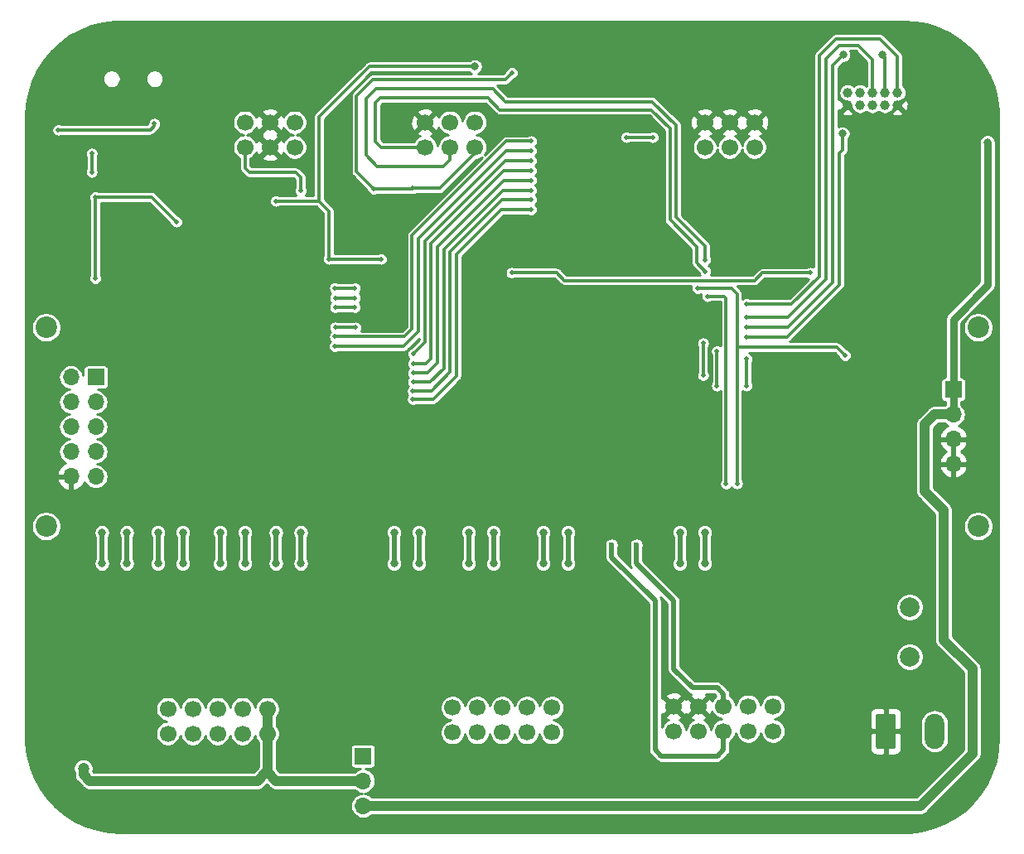
<source format=gbr>
G04 #@! TF.GenerationSoftware,KiCad,Pcbnew,(5.1.4)-1*
G04 #@! TF.CreationDate,2020-09-12T21:15:04+02:00*
G04 #@! TF.ProjectId,SBIO3,5342494f-332e-46b6-9963-61645f706362,rev?*
G04 #@! TF.SameCoordinates,Original*
G04 #@! TF.FileFunction,Copper,L2,Bot*
G04 #@! TF.FilePolarity,Positive*
%FSLAX46Y46*%
G04 Gerber Fmt 4.6, Leading zero omitted, Abs format (unit mm)*
G04 Created by KiCad (PCBNEW (5.1.4)-1) date 2020-09-12 21:15:04*
%MOMM*%
%LPD*%
G04 APERTURE LIST*
%ADD10C,1.700000*%
%ADD11O,1.700000X1.700000*%
%ADD12R,1.700000X1.700000*%
%ADD13C,1.000000*%
%ADD14C,2.000000*%
%ADD15O,2.000000X3.600000*%
%ADD16C,0.100000*%
%ADD17C,2.200000*%
%ADD18C,0.500000*%
%ADD19C,0.800000*%
%ADD20C,1.200000*%
%ADD21C,0.600000*%
%ADD22C,0.300000*%
%ADD23C,0.800000*%
%ADD24C,1.000000*%
%ADD25C,0.500000*%
%ADD26C,0.254000*%
G04 APERTURE END LIST*
D10*
X114300000Y-58420000D03*
X116840000Y-58420000D03*
X119380000Y-58420000D03*
X114300000Y-60960000D03*
X116840000Y-60960000D03*
X119380000Y-60960000D03*
X127254000Y-120777000D03*
X124714000Y-120777000D03*
X122174000Y-120777000D03*
X119634000Y-120777000D03*
X117094000Y-120777000D03*
X127254000Y-118237000D03*
X124714000Y-118237000D03*
X122174000Y-118237000D03*
X119634000Y-118237000D03*
X117094000Y-118237000D03*
D11*
X78105000Y-94615000D03*
X80645000Y-94615000D03*
X78105000Y-92075000D03*
X80645000Y-92075000D03*
X78105000Y-89535000D03*
X80645000Y-89535000D03*
X78105000Y-86995000D03*
X80645000Y-86995000D03*
X78105000Y-84455000D03*
D12*
X80645000Y-84455000D03*
D10*
X95885000Y-58420000D03*
X98425000Y-58420000D03*
X100965000Y-58420000D03*
X95885000Y-60960000D03*
X98425000Y-60960000D03*
X100965000Y-60960000D03*
X142875000Y-58420000D03*
X145415000Y-58420000D03*
X147955000Y-58420000D03*
X142875000Y-60960000D03*
X145415000Y-60960000D03*
X147955000Y-60960000D03*
X149860000Y-120650000D03*
X147320000Y-120650000D03*
X144780000Y-120650000D03*
X142240000Y-120650000D03*
X139700000Y-120650000D03*
X149860000Y-118110000D03*
X147320000Y-118110000D03*
X144780000Y-118110000D03*
X142240000Y-118110000D03*
X139700000Y-118110000D03*
X98171000Y-120904000D03*
X95631000Y-120904000D03*
X93091000Y-120904000D03*
X90551000Y-120904000D03*
X88011000Y-120904000D03*
X98171000Y-118364000D03*
X95631000Y-118364000D03*
X93091000Y-118364000D03*
X90551000Y-118364000D03*
X88011000Y-118364000D03*
D13*
X157480000Y-56642000D03*
X157480000Y-55372000D03*
X158750000Y-56642000D03*
X160020000Y-56642000D03*
X158750000Y-55372000D03*
X160020000Y-55372000D03*
X161290000Y-56642000D03*
X161290000Y-55372000D03*
X162560000Y-56642000D03*
X162560000Y-55372000D03*
D14*
X163820000Y-113030000D03*
X163830000Y-107950000D03*
D11*
X168275000Y-93345000D03*
X168275000Y-90805000D03*
X168275000Y-88265000D03*
D12*
X168275000Y-85725000D03*
D15*
X166370000Y-120650000D03*
D16*
G36*
X162144504Y-118851204D02*
G01*
X162168773Y-118854804D01*
X162192571Y-118860765D01*
X162215671Y-118869030D01*
X162237849Y-118879520D01*
X162258893Y-118892133D01*
X162278598Y-118906747D01*
X162296777Y-118923223D01*
X162313253Y-118941402D01*
X162327867Y-118961107D01*
X162340480Y-118982151D01*
X162350970Y-119004329D01*
X162359235Y-119027429D01*
X162365196Y-119051227D01*
X162368796Y-119075496D01*
X162370000Y-119100000D01*
X162370000Y-122200000D01*
X162368796Y-122224504D01*
X162365196Y-122248773D01*
X162359235Y-122272571D01*
X162350970Y-122295671D01*
X162340480Y-122317849D01*
X162327867Y-122338893D01*
X162313253Y-122358598D01*
X162296777Y-122376777D01*
X162278598Y-122393253D01*
X162258893Y-122407867D01*
X162237849Y-122420480D01*
X162215671Y-122430970D01*
X162192571Y-122439235D01*
X162168773Y-122445196D01*
X162144504Y-122448796D01*
X162120000Y-122450000D01*
X160620000Y-122450000D01*
X160595496Y-122448796D01*
X160571227Y-122445196D01*
X160547429Y-122439235D01*
X160524329Y-122430970D01*
X160502151Y-122420480D01*
X160481107Y-122407867D01*
X160461402Y-122393253D01*
X160443223Y-122376777D01*
X160426747Y-122358598D01*
X160412133Y-122338893D01*
X160399520Y-122317849D01*
X160389030Y-122295671D01*
X160380765Y-122272571D01*
X160374804Y-122248773D01*
X160371204Y-122224504D01*
X160370000Y-122200000D01*
X160370000Y-119100000D01*
X160371204Y-119075496D01*
X160374804Y-119051227D01*
X160380765Y-119027429D01*
X160389030Y-119004329D01*
X160399520Y-118982151D01*
X160412133Y-118961107D01*
X160426747Y-118941402D01*
X160443223Y-118923223D01*
X160461402Y-118906747D01*
X160481107Y-118892133D01*
X160502151Y-118879520D01*
X160524329Y-118869030D01*
X160547429Y-118860765D01*
X160571227Y-118854804D01*
X160595496Y-118851204D01*
X160620000Y-118850000D01*
X162120000Y-118850000D01*
X162144504Y-118851204D01*
X162144504Y-118851204D01*
G37*
D14*
X161370000Y-120650000D03*
D12*
X107950000Y-123190000D03*
D11*
X107950000Y-125730000D03*
X107950000Y-128270000D03*
D17*
X75565000Y-79375000D03*
X75565000Y-99695000D03*
X170815000Y-99695000D03*
X170815000Y-79375000D03*
D18*
X123140000Y-73790000D03*
X105110000Y-79370000D03*
X153670000Y-73800000D03*
X107170000Y-79370000D03*
X76810000Y-54810000D03*
X121920000Y-69500000D03*
X145415000Y-66040000D03*
X120740000Y-71470000D03*
X88165000Y-62545000D03*
X148590000Y-86995000D03*
X154432000Y-89789000D03*
X147828000Y-92202000D03*
X147320000Y-96139000D03*
X166751000Y-55753000D03*
X158369000Y-58420000D03*
X164211000Y-50419000D03*
X141200000Y-86830000D03*
X136710000Y-79040000D03*
X143750000Y-80290000D03*
X139460000Y-88240000D03*
X143178000Y-92202000D03*
X140980000Y-67185000D03*
X151100000Y-75490000D03*
D19*
X81720000Y-55365000D03*
D18*
X171900000Y-84695000D03*
X169390000Y-56685000D03*
X164465000Y-75310000D03*
X161020000Y-81975000D03*
X154440000Y-99425000D03*
X142710000Y-80990000D03*
X142710000Y-84280000D03*
X109800000Y-72390000D03*
X104480000Y-72390000D03*
X99060000Y-66450000D03*
D19*
X171767500Y-60452000D03*
X119380000Y-52705000D03*
X113665000Y-100330000D03*
X113665000Y-103505000D03*
X111125000Y-100330000D03*
X111125000Y-103505000D03*
X121285000Y-103505000D03*
X121285000Y-100330000D03*
X118745000Y-100330000D03*
X118745000Y-103505000D03*
X128905000Y-103505000D03*
X128905000Y-100330000D03*
X126365000Y-100330000D03*
X126365000Y-103505000D03*
X142875000Y-103505000D03*
X142875000Y-100330000D03*
X140335000Y-103505000D03*
X140335000Y-100330000D03*
X83820000Y-100330000D03*
X83820000Y-103505000D03*
X81280000Y-103505000D03*
X81280000Y-100330000D03*
X89535000Y-103505000D03*
X89535000Y-100330000D03*
X86995000Y-103505000D03*
X86995000Y-100330000D03*
X95885000Y-100330000D03*
X95885000Y-103505000D03*
X93345000Y-103505000D03*
X93345000Y-100330000D03*
X101600000Y-100330000D03*
X101600000Y-103505000D03*
X99060000Y-100330000D03*
X99060000Y-103505000D03*
D18*
X137560000Y-59930000D03*
X107120000Y-77330000D03*
X105110000Y-77330000D03*
X134870000Y-59930000D03*
X105080000Y-75340000D03*
X107120000Y-75340000D03*
X107120000Y-76370000D03*
X105110000Y-76370000D03*
X147110000Y-80340000D03*
D19*
X156950000Y-59565000D03*
D18*
X147130000Y-79320000D03*
D19*
X157020000Y-51495000D03*
X161060000Y-51485000D03*
D18*
X147130000Y-78330000D03*
X147130000Y-76990000D03*
X142130000Y-75380000D03*
X146170000Y-95320000D03*
X157230000Y-82235000D03*
X145060000Y-95340000D03*
X143140000Y-76180000D03*
X76810000Y-59180000D03*
X86630000Y-58560000D03*
X80235000Y-61595000D03*
X80235000Y-63485000D03*
X109030000Y-65200000D03*
X113010000Y-65170000D03*
X123190000Y-53340000D03*
X142930000Y-72460000D03*
X142940000Y-73640000D03*
X144130000Y-85330000D03*
X144130000Y-81790000D03*
X147130000Y-82590000D03*
X147130000Y-85330000D03*
X101600000Y-65405000D03*
X105090000Y-80320000D03*
X125130000Y-60340000D03*
X105060000Y-81290000D03*
X125130000Y-61330000D03*
X113090000Y-82090000D03*
X125120000Y-62330000D03*
X113090000Y-83070000D03*
X125120000Y-63360000D03*
X113080000Y-84040000D03*
X125120000Y-64330000D03*
X113070000Y-84940000D03*
X125150000Y-65350000D03*
X113060000Y-85860000D03*
X125140000Y-66320000D03*
X113050000Y-86710000D03*
X125150000Y-67340000D03*
X88900000Y-68580000D03*
X80610000Y-66040000D03*
X80610000Y-74360000D03*
D20*
X79375000Y-124460000D03*
D21*
X135890000Y-101600000D03*
X133350000Y-101600000D03*
D22*
X148780000Y-73800000D02*
X148000000Y-74580000D01*
X148000000Y-74580000D02*
X128550000Y-74580000D01*
X153670000Y-73800000D02*
X148780000Y-73800000D01*
X128550000Y-74580000D02*
X127760000Y-73790000D01*
X107170000Y-79370000D02*
X105110000Y-79370000D01*
X127760000Y-73790000D02*
X123140000Y-73790000D01*
X77130000Y-54470000D02*
X76810000Y-54790000D01*
X76810000Y-54790000D02*
X76810000Y-54810000D01*
X77130000Y-54470000D02*
X80825000Y-54470000D01*
X80825000Y-54470000D02*
X81720000Y-55365000D01*
X142710000Y-80990000D02*
X142710000Y-84030000D01*
X142710000Y-84030000D02*
X142710000Y-84280000D01*
X109800000Y-72390000D02*
X104480000Y-72390000D01*
X99060000Y-66450000D02*
X103440000Y-66450000D01*
X104480000Y-67490000D02*
X104480000Y-72390000D01*
X103440000Y-66450000D02*
X104480000Y-67490000D01*
D23*
X168275000Y-85725000D02*
X168275000Y-88265000D01*
D24*
X107950000Y-128270000D02*
X164905000Y-128270000D01*
X164905000Y-128270000D02*
X170220000Y-122955000D01*
X170220000Y-122955000D02*
X170220000Y-114265000D01*
X170220000Y-114265000D02*
X167310000Y-111355000D01*
X167310000Y-111355000D02*
X167310000Y-98085000D01*
X167310000Y-98085000D02*
X165360000Y-96135000D01*
X165360000Y-96135000D02*
X165360000Y-89265000D01*
X166360000Y-88265000D02*
X168275000Y-88265000D01*
X165360000Y-89265000D02*
X166360000Y-88265000D01*
D23*
X171767500Y-60452000D02*
X171767500Y-75057000D01*
X168275000Y-78549500D02*
X168275000Y-85725000D01*
X171767500Y-75057000D02*
X168275000Y-78549500D01*
D22*
X103440000Y-66450000D02*
X103440000Y-57850000D01*
X103440000Y-57850000D02*
X108585000Y-52705000D01*
X119380000Y-52705000D02*
X108585000Y-52705000D01*
D25*
X113665000Y-103505000D02*
X113665000Y-100330000D01*
X111125000Y-103505000D02*
X111125000Y-100330000D01*
X121285000Y-103505000D02*
X121285000Y-100330000D01*
X118745000Y-103505000D02*
X118745000Y-100330000D01*
X128905000Y-103505000D02*
X128905000Y-100330000D01*
X126365000Y-103505000D02*
X126365000Y-100330000D01*
X142875000Y-103505000D02*
X142875000Y-100330000D01*
X140335000Y-103505000D02*
X140335000Y-100330000D01*
X83820000Y-103505000D02*
X83820000Y-100330000D01*
X81280000Y-103505000D02*
X81280000Y-100330000D01*
X89535000Y-103505000D02*
X89535000Y-100330000D01*
X86995000Y-103505000D02*
X86995000Y-100330000D01*
X95885000Y-103505000D02*
X95885000Y-100330000D01*
X93345000Y-103505000D02*
X93345000Y-100330000D01*
X101600000Y-103505000D02*
X101600000Y-100330000D01*
X99060000Y-103505000D02*
X99060000Y-100330000D01*
D22*
X105110000Y-77330000D02*
X107120000Y-77330000D01*
X134870000Y-59930000D02*
X137560000Y-59930000D01*
X105080000Y-75340000D02*
X107120000Y-75340000D01*
X105110000Y-76370000D02*
X107120000Y-76370000D01*
X147110000Y-80340000D02*
X151265000Y-80340000D01*
X151265000Y-80340000D02*
X156610000Y-74995000D01*
X156610000Y-74995000D02*
X156610000Y-61585000D01*
X156610000Y-61585000D02*
X156950000Y-61245000D01*
X156950000Y-61245000D02*
X156950000Y-59565000D01*
X147130000Y-79320000D02*
X151375000Y-79320000D01*
X151375000Y-79320000D02*
X155930000Y-74765000D01*
X155930000Y-74765000D02*
X155930000Y-52585000D01*
X155930000Y-52585000D02*
X157020000Y-51495000D01*
X161290000Y-51715000D02*
X161290000Y-55372000D01*
X161060000Y-51485000D02*
X161290000Y-51715000D01*
X147130000Y-78330000D02*
X151355000Y-78330000D01*
X151355000Y-78330000D02*
X155240000Y-74445000D01*
X155240000Y-74445000D02*
X155240000Y-51885000D01*
X155240000Y-51885000D02*
X156590000Y-50535000D01*
X156590000Y-50535000D02*
X158570000Y-50535000D01*
X160020000Y-51985000D02*
X160020000Y-55372000D01*
X158570000Y-50535000D02*
X160020000Y-51985000D01*
X147130000Y-76990000D02*
X151745000Y-76990000D01*
X151745000Y-76990000D02*
X154580000Y-74155000D01*
X154580000Y-74155000D02*
X154580000Y-51585000D01*
X154580000Y-51585000D02*
X156290000Y-49875000D01*
X156290000Y-49875000D02*
X160780000Y-49875000D01*
X162560000Y-51655000D02*
X162560000Y-55372000D01*
X160780000Y-49875000D02*
X162560000Y-51655000D01*
X146170000Y-95320000D02*
X146170000Y-94140000D01*
X146170000Y-77540000D02*
X146170000Y-75930000D01*
X145620000Y-75380000D02*
X142130000Y-75380000D01*
X146170000Y-75930000D02*
X145620000Y-75380000D01*
X156400000Y-81405000D02*
X157230000Y-82235000D01*
X146170000Y-81405000D02*
X156400000Y-81405000D01*
X146170000Y-81405000D02*
X146170000Y-77540000D01*
X146170000Y-94140000D02*
X146170000Y-81405000D01*
X145060000Y-86230000D02*
X145060000Y-77690000D01*
X145060000Y-77690000D02*
X145060000Y-76640000D01*
X145060000Y-95340000D02*
X145060000Y-86230000D01*
X144850000Y-76180000D02*
X143140000Y-76180000D01*
X145060000Y-76640000D02*
X145060000Y-76390000D01*
X145060000Y-76390000D02*
X144850000Y-76180000D01*
X86630000Y-58785000D02*
X86630000Y-58560000D01*
X76810000Y-59180000D02*
X86235000Y-59180000D01*
X86235000Y-59180000D02*
X86630000Y-58785000D01*
X80235000Y-61595000D02*
X80235000Y-63485000D01*
X119380000Y-60990000D02*
X118950000Y-60990000D01*
X109030000Y-65200000D02*
X112980000Y-65200000D01*
X112980000Y-65200000D02*
X113010000Y-65170000D01*
X121770000Y-54040000D02*
X108950000Y-54040000D01*
X108950000Y-54040000D02*
X107300000Y-55690000D01*
X107300000Y-63470000D02*
X109030000Y-65200000D01*
X107300000Y-55690000D02*
X107300000Y-63470000D01*
X121770000Y-54040000D02*
X122490000Y-54040000D01*
X122490000Y-54040000D02*
X123190000Y-53340000D01*
X119380000Y-61595000D02*
X119380000Y-60960000D01*
X113010000Y-65170000D02*
X115805000Y-65170000D01*
X115805000Y-65170000D02*
X119380000Y-61595000D01*
X116840000Y-62230000D02*
X116840000Y-60960000D01*
X109420000Y-62900000D02*
X116170000Y-62900000D01*
X108300000Y-61780000D02*
X109420000Y-62900000D01*
X109310000Y-55010000D02*
X108300000Y-56020000D01*
X121230000Y-55010000D02*
X109310000Y-55010000D01*
X142930000Y-71095000D02*
X139960000Y-68125000D01*
X142930000Y-72460000D02*
X142930000Y-71095000D01*
X139960000Y-68125000D02*
X139960000Y-58735000D01*
X108300000Y-56020000D02*
X108300000Y-61780000D01*
X139960000Y-58735000D02*
X137515000Y-56290000D01*
X137515000Y-56290000D02*
X122510000Y-56290000D01*
X116170000Y-62900000D02*
X116840000Y-62230000D01*
X122510000Y-56290000D02*
X121230000Y-55010000D01*
X109760000Y-55910000D02*
X120730000Y-55910000D01*
X142060000Y-72760000D02*
X142940000Y-73640000D01*
X109230000Y-60410000D02*
X109230000Y-56440000D01*
X137445000Y-57130000D02*
X139320000Y-59005000D01*
X109230000Y-56440000D02*
X109760000Y-55910000D01*
X109810000Y-60990000D02*
X109230000Y-60410000D01*
X120730000Y-55910000D02*
X121950000Y-57130000D01*
X121950000Y-57130000D02*
X137445000Y-57130000D01*
X139320000Y-59005000D02*
X139320000Y-68385000D01*
X139320000Y-68385000D02*
X142060000Y-71125000D01*
X142060000Y-71125000D02*
X142060000Y-72760000D01*
X114270000Y-60990000D02*
X114300000Y-60960000D01*
X109810000Y-60990000D02*
X114270000Y-60990000D01*
X144130000Y-85330000D02*
X144130000Y-81790000D01*
X147130000Y-85330000D02*
X147130000Y-82590000D01*
X101600000Y-65405000D02*
X101600000Y-64050000D01*
X101600000Y-64050000D02*
X101090000Y-63540000D01*
X101090000Y-63540000D02*
X96370000Y-63540000D01*
X95885000Y-63055000D02*
X95885000Y-60960000D01*
X96370000Y-63540000D02*
X95885000Y-63055000D01*
X122600000Y-60340000D02*
X112970000Y-69970000D01*
X112970000Y-69970000D02*
X112970000Y-79550000D01*
X112200000Y-80320000D02*
X105090000Y-80320000D01*
X112970000Y-79550000D02*
X112200000Y-80320000D01*
X125130000Y-60340000D02*
X122600000Y-60340000D01*
X125130000Y-61330000D02*
X122600000Y-61330000D01*
X113620000Y-70310000D02*
X113620000Y-79780000D01*
X112110000Y-81290000D02*
X105060000Y-81290000D01*
X113620000Y-79780000D02*
X112110000Y-81290000D01*
X122600000Y-61330000D02*
X113620000Y-70310000D01*
X114250000Y-80860000D02*
X113090000Y-82020000D01*
X114250000Y-70560000D02*
X114250000Y-80860000D01*
X122480000Y-62330000D02*
X114250000Y-70560000D01*
X125120000Y-62330000D02*
X122480000Y-62330000D01*
X113090000Y-82020000D02*
X113090000Y-82090000D01*
X114360000Y-83070000D02*
X113090000Y-83070000D01*
X122320000Y-63360000D02*
X114870000Y-70810000D01*
X114870000Y-82560000D02*
X114360000Y-83070000D01*
X114870000Y-70810000D02*
X114870000Y-82560000D01*
X125120000Y-63360000D02*
X122320000Y-63360000D01*
X125120000Y-64330000D02*
X122350000Y-64330000D01*
X114510000Y-84040000D02*
X113080000Y-84040000D01*
X122350000Y-64330000D02*
X115570000Y-71110000D01*
X115570000Y-71110000D02*
X115570000Y-82980000D01*
X115570000Y-82980000D02*
X114510000Y-84040000D01*
X113080000Y-84930000D02*
X113070000Y-84940000D01*
X125150000Y-65350000D02*
X122230000Y-65350000D01*
X122230000Y-65350000D02*
X116200000Y-71380000D01*
X116200000Y-71380000D02*
X116200000Y-83560000D01*
X114830000Y-84930000D02*
X113080000Y-84930000D01*
X116200000Y-83560000D02*
X114830000Y-84930000D01*
X125140000Y-66320000D02*
X122170000Y-66320000D01*
X116850000Y-71640000D02*
X116850000Y-83950000D01*
X114940000Y-85860000D02*
X113060000Y-85860000D01*
X116850000Y-83950000D02*
X114940000Y-85860000D01*
X122170000Y-66320000D02*
X116850000Y-71640000D01*
X117490000Y-71940000D02*
X117490000Y-84350000D01*
X122090000Y-67340000D02*
X117490000Y-71940000D01*
X117490000Y-84350000D02*
X115100000Y-86740000D01*
X113080000Y-86740000D02*
X113050000Y-86710000D01*
X125150000Y-67340000D02*
X122090000Y-67340000D01*
X115100000Y-86740000D02*
X113080000Y-86740000D01*
X86360000Y-66040000D02*
X88900000Y-68580000D01*
X80610000Y-66040000D02*
X80610000Y-74360000D01*
X80610000Y-66040000D02*
X86360000Y-66040000D01*
D24*
X98171000Y-120904000D02*
X98171000Y-118364000D01*
X98171000Y-120904000D02*
X98171000Y-124841000D01*
X99060000Y-125730000D02*
X107950000Y-125730000D01*
X98171000Y-124841000D02*
X99060000Y-125730000D01*
X98171000Y-124841000D02*
X98044000Y-124841000D01*
X98044000Y-124841000D02*
X97155000Y-125730000D01*
X97155000Y-125730000D02*
X80010000Y-125730000D01*
X79375000Y-124460000D02*
X79375000Y-124460000D01*
X79375000Y-125095000D02*
X80010000Y-125730000D01*
X79375000Y-124460000D02*
X79375000Y-125095000D01*
D25*
X135890000Y-101600000D02*
X135890000Y-103505000D01*
X135890000Y-103505000D02*
X139700000Y-107315000D01*
X139700000Y-107315000D02*
X139700000Y-114300000D01*
X139700000Y-114300000D02*
X141605000Y-116205000D01*
X141605000Y-116205000D02*
X144145000Y-116205000D01*
X144780000Y-116840000D02*
X144780000Y-118110000D01*
X144145000Y-116205000D02*
X144780000Y-116840000D01*
X133350000Y-101600000D02*
X133350000Y-102870000D01*
X133350000Y-102870000D02*
X137795000Y-107315000D01*
X137795000Y-107315000D02*
X137795000Y-122555000D01*
X137795000Y-122555000D02*
X138430000Y-123190000D01*
X138430000Y-123190000D02*
X144145000Y-123190000D01*
X144780000Y-122555000D02*
X144780000Y-120650000D01*
X144145000Y-123190000D02*
X144780000Y-122555000D01*
D26*
G36*
X164411622Y-48154437D02*
G01*
X165609056Y-48382860D01*
X166768420Y-48759559D01*
X167871434Y-49278598D01*
X168900692Y-49931785D01*
X169839974Y-50708826D01*
X170674452Y-51597455D01*
X171390980Y-52583672D01*
X171978252Y-53651913D01*
X172427005Y-54785335D01*
X172730166Y-55966072D01*
X172883845Y-57182553D01*
X172903000Y-57792101D01*
X172903001Y-121270780D01*
X172825563Y-122501620D01*
X172597140Y-123699056D01*
X172220437Y-124858427D01*
X171701400Y-125961438D01*
X171048216Y-126990692D01*
X170271174Y-127929974D01*
X169382545Y-128764452D01*
X168396326Y-129480982D01*
X167328081Y-130068254D01*
X166194663Y-130517006D01*
X165013928Y-130820166D01*
X163797447Y-130973845D01*
X163187899Y-130993000D01*
X83199204Y-130993000D01*
X81968380Y-130915563D01*
X80770944Y-130687140D01*
X79611573Y-130310437D01*
X78508562Y-129791400D01*
X77479308Y-129138216D01*
X76540026Y-128361174D01*
X75705548Y-127472545D01*
X74989018Y-126486326D01*
X74401746Y-125418081D01*
X73982367Y-124358849D01*
X78348000Y-124358849D01*
X78348000Y-124561151D01*
X78387467Y-124759565D01*
X78448000Y-124905703D01*
X78448000Y-125049473D01*
X78443516Y-125095000D01*
X78448000Y-125140527D01*
X78448000Y-125140538D01*
X78461413Y-125276724D01*
X78490781Y-125373536D01*
X78514420Y-125451463D01*
X78600499Y-125612505D01*
X78687312Y-125718287D01*
X78687317Y-125718292D01*
X78716342Y-125753659D01*
X78751708Y-125782683D01*
X79322316Y-126353292D01*
X79351341Y-126388659D01*
X79386708Y-126417684D01*
X79386712Y-126417688D01*
X79492494Y-126504502D01*
X79653536Y-126590580D01*
X79828276Y-126643587D01*
X79964462Y-126657000D01*
X79964473Y-126657000D01*
X80010000Y-126661484D01*
X80055527Y-126657000D01*
X97109473Y-126657000D01*
X97155000Y-126661484D01*
X97200527Y-126657000D01*
X97200538Y-126657000D01*
X97336724Y-126643587D01*
X97511464Y-126590580D01*
X97672505Y-126504501D01*
X97813659Y-126388659D01*
X97842688Y-126353287D01*
X98107500Y-126088476D01*
X98372316Y-126353292D01*
X98401341Y-126388659D01*
X98436708Y-126417684D01*
X98436712Y-126417688D01*
X98542494Y-126504501D01*
X98675713Y-126575708D01*
X98703536Y-126590580D01*
X98878276Y-126643587D01*
X99014462Y-126657000D01*
X99014473Y-126657000D01*
X99060000Y-126661484D01*
X99105527Y-126657000D01*
X107066607Y-126657000D01*
X107237104Y-126796924D01*
X107458949Y-126915502D01*
X107699664Y-126988522D01*
X107816202Y-127000000D01*
X107699664Y-127011478D01*
X107458949Y-127084498D01*
X107237104Y-127203076D01*
X107042656Y-127362656D01*
X106883076Y-127557104D01*
X106764498Y-127778949D01*
X106691478Y-128019664D01*
X106666822Y-128270000D01*
X106691478Y-128520336D01*
X106764498Y-128761051D01*
X106883076Y-128982896D01*
X107042656Y-129177344D01*
X107237104Y-129336924D01*
X107458949Y-129455502D01*
X107699664Y-129528522D01*
X107887274Y-129547000D01*
X108012726Y-129547000D01*
X108200336Y-129528522D01*
X108441051Y-129455502D01*
X108662896Y-129336924D01*
X108833393Y-129197000D01*
X164859473Y-129197000D01*
X164905000Y-129201484D01*
X164950527Y-129197000D01*
X164950538Y-129197000D01*
X165086724Y-129183587D01*
X165261464Y-129130580D01*
X165422505Y-129044501D01*
X165563659Y-128928659D01*
X165592688Y-128893287D01*
X170843294Y-123642682D01*
X170878659Y-123613659D01*
X170907684Y-123578292D01*
X170907688Y-123578288D01*
X170994501Y-123472506D01*
X171080580Y-123311464D01*
X171083693Y-123301201D01*
X171133587Y-123136724D01*
X171147000Y-123000538D01*
X171147000Y-123000528D01*
X171151484Y-122955001D01*
X171147000Y-122909474D01*
X171147000Y-114310524D01*
X171151484Y-114264999D01*
X171147000Y-114219474D01*
X171147000Y-114219462D01*
X171133587Y-114083276D01*
X171080580Y-113908536D01*
X171021377Y-113797776D01*
X170994501Y-113747494D01*
X170907687Y-113641711D01*
X170907684Y-113641708D01*
X170878659Y-113606341D01*
X170843292Y-113577316D01*
X168237000Y-110971025D01*
X168237000Y-99544604D01*
X169288000Y-99544604D01*
X169288000Y-99845396D01*
X169346681Y-100140410D01*
X169461790Y-100418306D01*
X169628901Y-100668406D01*
X169841594Y-100881099D01*
X170091694Y-101048210D01*
X170369590Y-101163319D01*
X170664604Y-101222000D01*
X170965396Y-101222000D01*
X171260410Y-101163319D01*
X171538306Y-101048210D01*
X171788406Y-100881099D01*
X172001099Y-100668406D01*
X172168210Y-100418306D01*
X172283319Y-100140410D01*
X172342000Y-99845396D01*
X172342000Y-99544604D01*
X172283319Y-99249590D01*
X172168210Y-98971694D01*
X172001099Y-98721594D01*
X171788406Y-98508901D01*
X171538306Y-98341790D01*
X171260410Y-98226681D01*
X170965396Y-98168000D01*
X170664604Y-98168000D01*
X170369590Y-98226681D01*
X170091694Y-98341790D01*
X169841594Y-98508901D01*
X169628901Y-98721594D01*
X169461790Y-98971694D01*
X169346681Y-99249590D01*
X169288000Y-99544604D01*
X168237000Y-99544604D01*
X168237000Y-98130524D01*
X168241484Y-98084999D01*
X168237000Y-98039474D01*
X168237000Y-98039462D01*
X168223587Y-97903276D01*
X168170580Y-97728536D01*
X168130511Y-97653573D01*
X168084501Y-97567494D01*
X167997687Y-97461711D01*
X167997684Y-97461708D01*
X167968659Y-97426341D01*
X167933292Y-97397316D01*
X166287000Y-95751025D01*
X166287000Y-93701890D01*
X166833524Y-93701890D01*
X166878175Y-93849099D01*
X167003359Y-94111920D01*
X167177412Y-94345269D01*
X167393645Y-94540178D01*
X167643748Y-94689157D01*
X167918109Y-94786481D01*
X168148000Y-94665814D01*
X168148000Y-93472000D01*
X168402000Y-93472000D01*
X168402000Y-94665814D01*
X168631891Y-94786481D01*
X168906252Y-94689157D01*
X169156355Y-94540178D01*
X169372588Y-94345269D01*
X169546641Y-94111920D01*
X169671825Y-93849099D01*
X169716476Y-93701890D01*
X169595155Y-93472000D01*
X168402000Y-93472000D01*
X168148000Y-93472000D01*
X166954845Y-93472000D01*
X166833524Y-93701890D01*
X166287000Y-93701890D01*
X166287000Y-91161890D01*
X166833524Y-91161890D01*
X166878175Y-91309099D01*
X167003359Y-91571920D01*
X167177412Y-91805269D01*
X167393645Y-92000178D01*
X167519255Y-92075000D01*
X167393645Y-92149822D01*
X167177412Y-92344731D01*
X167003359Y-92578080D01*
X166878175Y-92840901D01*
X166833524Y-92988110D01*
X166954845Y-93218000D01*
X168148000Y-93218000D01*
X168148000Y-90932000D01*
X168402000Y-90932000D01*
X168402000Y-93218000D01*
X169595155Y-93218000D01*
X169716476Y-92988110D01*
X169671825Y-92840901D01*
X169546641Y-92578080D01*
X169372588Y-92344731D01*
X169156355Y-92149822D01*
X169030745Y-92075000D01*
X169156355Y-92000178D01*
X169372588Y-91805269D01*
X169546641Y-91571920D01*
X169671825Y-91309099D01*
X169716476Y-91161890D01*
X169595155Y-90932000D01*
X168402000Y-90932000D01*
X168148000Y-90932000D01*
X166954845Y-90932000D01*
X166833524Y-91161890D01*
X166287000Y-91161890D01*
X166287000Y-89648975D01*
X166743976Y-89192000D01*
X167391607Y-89192000D01*
X167562104Y-89331924D01*
X167739650Y-89426824D01*
X167643748Y-89460843D01*
X167393645Y-89609822D01*
X167177412Y-89804731D01*
X167003359Y-90038080D01*
X166878175Y-90300901D01*
X166833524Y-90448110D01*
X166954845Y-90678000D01*
X168148000Y-90678000D01*
X168148000Y-90658000D01*
X168402000Y-90658000D01*
X168402000Y-90678000D01*
X169595155Y-90678000D01*
X169716476Y-90448110D01*
X169671825Y-90300901D01*
X169546641Y-90038080D01*
X169372588Y-89804731D01*
X169156355Y-89609822D01*
X168906252Y-89460843D01*
X168810350Y-89426824D01*
X168987896Y-89331924D01*
X169182344Y-89172344D01*
X169341924Y-88977896D01*
X169460502Y-88756051D01*
X169533522Y-88515336D01*
X169558178Y-88265000D01*
X169533522Y-88014664D01*
X169460502Y-87773949D01*
X169341924Y-87552104D01*
X169182344Y-87357656D01*
X169102000Y-87291719D01*
X169102000Y-87004066D01*
X169125000Y-87004066D01*
X169208707Y-86995822D01*
X169289196Y-86971405D01*
X169363376Y-86931755D01*
X169428395Y-86878395D01*
X169481755Y-86813376D01*
X169521405Y-86739196D01*
X169545822Y-86658707D01*
X169554066Y-86575000D01*
X169554066Y-84875000D01*
X169545822Y-84791293D01*
X169521405Y-84710804D01*
X169481755Y-84636624D01*
X169428395Y-84571605D01*
X169363376Y-84518245D01*
X169289196Y-84478595D01*
X169208707Y-84454178D01*
X169125000Y-84445934D01*
X169102000Y-84445934D01*
X169102000Y-79224604D01*
X169288000Y-79224604D01*
X169288000Y-79525396D01*
X169346681Y-79820410D01*
X169461790Y-80098306D01*
X169628901Y-80348406D01*
X169841594Y-80561099D01*
X170091694Y-80728210D01*
X170369590Y-80843319D01*
X170664604Y-80902000D01*
X170965396Y-80902000D01*
X171260410Y-80843319D01*
X171538306Y-80728210D01*
X171788406Y-80561099D01*
X172001099Y-80348406D01*
X172168210Y-80098306D01*
X172283319Y-79820410D01*
X172342000Y-79525396D01*
X172342000Y-79224604D01*
X172283319Y-78929590D01*
X172168210Y-78651694D01*
X172001099Y-78401594D01*
X171788406Y-78188901D01*
X171538306Y-78021790D01*
X171260410Y-77906681D01*
X170965396Y-77848000D01*
X170664604Y-77848000D01*
X170369590Y-77906681D01*
X170091694Y-78021790D01*
X169841594Y-78188901D01*
X169628901Y-78401594D01*
X169461790Y-78651694D01*
X169346681Y-78929590D01*
X169288000Y-79224604D01*
X169102000Y-79224604D01*
X169102000Y-78892053D01*
X172323553Y-75670501D01*
X172355106Y-75644606D01*
X172382399Y-75611350D01*
X172458452Y-75518680D01*
X172530993Y-75382965D01*
X172535245Y-75375010D01*
X172582534Y-75219120D01*
X172594500Y-75097624D01*
X172594500Y-75097614D01*
X172598500Y-75057000D01*
X172594500Y-75016386D01*
X172594500Y-60370548D01*
X172586535Y-60330509D01*
X172582534Y-60289880D01*
X172570682Y-60250809D01*
X172562718Y-60210773D01*
X172547097Y-60173061D01*
X172535245Y-60133990D01*
X172515998Y-60097982D01*
X172500377Y-60060269D01*
X172477698Y-60026327D01*
X172458452Y-59990321D01*
X172432552Y-59958762D01*
X172409872Y-59924819D01*
X172381005Y-59895952D01*
X172355106Y-59864394D01*
X172323549Y-59838496D01*
X172294681Y-59809628D01*
X172260734Y-59786946D01*
X172229178Y-59761048D01*
X172193177Y-59741805D01*
X172159231Y-59719123D01*
X172121513Y-59703500D01*
X172085509Y-59684255D01*
X172046442Y-59672404D01*
X172008727Y-59656782D01*
X171968688Y-59648818D01*
X171929619Y-59636966D01*
X171888992Y-59632965D01*
X171848952Y-59625000D01*
X171808124Y-59625000D01*
X171767500Y-59620999D01*
X171726876Y-59625000D01*
X171686048Y-59625000D01*
X171646008Y-59632965D01*
X171605380Y-59636966D01*
X171566309Y-59648818D01*
X171526273Y-59656782D01*
X171488561Y-59672403D01*
X171449490Y-59684255D01*
X171413482Y-59703502D01*
X171375769Y-59719123D01*
X171341827Y-59741802D01*
X171305821Y-59761048D01*
X171274262Y-59786948D01*
X171240319Y-59809628D01*
X171211452Y-59838495D01*
X171179894Y-59864394D01*
X171153996Y-59895951D01*
X171125128Y-59924819D01*
X171102446Y-59958766D01*
X171076548Y-59990322D01*
X171057305Y-60026323D01*
X171034623Y-60060269D01*
X171019000Y-60097987D01*
X170999755Y-60133991D01*
X170987904Y-60173058D01*
X170972282Y-60210773D01*
X170964318Y-60250812D01*
X170952466Y-60289881D01*
X170948465Y-60330508D01*
X170940500Y-60370548D01*
X170940500Y-60411377D01*
X170940501Y-74714445D01*
X167718952Y-77935995D01*
X167687394Y-77961894D01*
X167649650Y-78007886D01*
X167584048Y-78087821D01*
X167573196Y-78108124D01*
X167507255Y-78231491D01*
X167459966Y-78387381D01*
X167448000Y-78508877D01*
X167448000Y-78508886D01*
X167444000Y-78549500D01*
X167448000Y-78590114D01*
X167448001Y-84445934D01*
X167425000Y-84445934D01*
X167341293Y-84454178D01*
X167260804Y-84478595D01*
X167186624Y-84518245D01*
X167121605Y-84571605D01*
X167068245Y-84636624D01*
X167028595Y-84710804D01*
X167004178Y-84791293D01*
X166995934Y-84875000D01*
X166995934Y-86575000D01*
X167004178Y-86658707D01*
X167028595Y-86739196D01*
X167068245Y-86813376D01*
X167121605Y-86878395D01*
X167186624Y-86931755D01*
X167260804Y-86971405D01*
X167341293Y-86995822D01*
X167425000Y-87004066D01*
X167448001Y-87004066D01*
X167448001Y-87291719D01*
X167391607Y-87338000D01*
X166405527Y-87338000D01*
X166360000Y-87333516D01*
X166314473Y-87338000D01*
X166314462Y-87338000D01*
X166178276Y-87351413D01*
X166003536Y-87404420D01*
X165842495Y-87490498D01*
X165736712Y-87577312D01*
X165736708Y-87577316D01*
X165701341Y-87606341D01*
X165672316Y-87641708D01*
X164736708Y-88577317D01*
X164701342Y-88606341D01*
X164672317Y-88641708D01*
X164672312Y-88641713D01*
X164585499Y-88747495D01*
X164499420Y-88908537D01*
X164462493Y-89030270D01*
X164446414Y-89083276D01*
X164437642Y-89172344D01*
X164428516Y-89265000D01*
X164433001Y-89310537D01*
X164433000Y-96089473D01*
X164428516Y-96135000D01*
X164433000Y-96180527D01*
X164433000Y-96180537D01*
X164446413Y-96316723D01*
X164499420Y-96491463D01*
X164585499Y-96652505D01*
X164672312Y-96758287D01*
X164701341Y-96793659D01*
X164736713Y-96822688D01*
X166383001Y-98468977D01*
X166383000Y-111309473D01*
X166378516Y-111355000D01*
X166383000Y-111400527D01*
X166383000Y-111400537D01*
X166396413Y-111536723D01*
X166433153Y-111657838D01*
X166449420Y-111711463D01*
X166535499Y-111872505D01*
X166575771Y-111921576D01*
X166651341Y-112013659D01*
X166686713Y-112042688D01*
X169293001Y-114648977D01*
X169293000Y-122571024D01*
X164521025Y-127343000D01*
X108833393Y-127343000D01*
X108662896Y-127203076D01*
X108441051Y-127084498D01*
X108200336Y-127011478D01*
X108083798Y-127000000D01*
X108200336Y-126988522D01*
X108441051Y-126915502D01*
X108662896Y-126796924D01*
X108857344Y-126637344D01*
X109016924Y-126442896D01*
X109135502Y-126221051D01*
X109208522Y-125980336D01*
X109233178Y-125730000D01*
X109208522Y-125479664D01*
X109135502Y-125238949D01*
X109016924Y-125017104D01*
X108857344Y-124822656D01*
X108662896Y-124663076D01*
X108441051Y-124544498D01*
X108200336Y-124471478D01*
X108175847Y-124469066D01*
X108800000Y-124469066D01*
X108883707Y-124460822D01*
X108964196Y-124436405D01*
X109038376Y-124396755D01*
X109103395Y-124343395D01*
X109156755Y-124278376D01*
X109196405Y-124204196D01*
X109220822Y-124123707D01*
X109229066Y-124040000D01*
X109229066Y-122340000D01*
X109220822Y-122256293D01*
X109196405Y-122175804D01*
X109156755Y-122101624D01*
X109103395Y-122036605D01*
X109038376Y-121983245D01*
X108964196Y-121943595D01*
X108883707Y-121919178D01*
X108800000Y-121910934D01*
X107100000Y-121910934D01*
X107016293Y-121919178D01*
X106935804Y-121943595D01*
X106861624Y-121983245D01*
X106796605Y-122036605D01*
X106743245Y-122101624D01*
X106703595Y-122175804D01*
X106679178Y-122256293D01*
X106670934Y-122340000D01*
X106670934Y-124040000D01*
X106679178Y-124123707D01*
X106703595Y-124204196D01*
X106743245Y-124278376D01*
X106796605Y-124343395D01*
X106861624Y-124396755D01*
X106935804Y-124436405D01*
X107016293Y-124460822D01*
X107100000Y-124469066D01*
X107724153Y-124469066D01*
X107699664Y-124471478D01*
X107458949Y-124544498D01*
X107237104Y-124663076D01*
X107066607Y-124803000D01*
X99443976Y-124803000D01*
X99098000Y-124457025D01*
X99098000Y-121782951D01*
X99162911Y-121718040D01*
X99302663Y-121508886D01*
X99398926Y-121276487D01*
X99448000Y-121029774D01*
X99448000Y-120778226D01*
X99398926Y-120531513D01*
X99302663Y-120299114D01*
X99162911Y-120089960D01*
X99098000Y-120025049D01*
X99098000Y-119242951D01*
X99162911Y-119178040D01*
X99302663Y-118968886D01*
X99398926Y-118736487D01*
X99448000Y-118489774D01*
X99448000Y-118238226D01*
X99422739Y-118111226D01*
X115817000Y-118111226D01*
X115817000Y-118362774D01*
X115866074Y-118609487D01*
X115962337Y-118841886D01*
X116102089Y-119051040D01*
X116279960Y-119228911D01*
X116489114Y-119368663D01*
X116721513Y-119464926D01*
X116933034Y-119507000D01*
X116721513Y-119549074D01*
X116489114Y-119645337D01*
X116279960Y-119785089D01*
X116102089Y-119962960D01*
X115962337Y-120172114D01*
X115866074Y-120404513D01*
X115817000Y-120651226D01*
X115817000Y-120902774D01*
X115866074Y-121149487D01*
X115962337Y-121381886D01*
X116102089Y-121591040D01*
X116279960Y-121768911D01*
X116489114Y-121908663D01*
X116721513Y-122004926D01*
X116968226Y-122054000D01*
X117219774Y-122054000D01*
X117466487Y-122004926D01*
X117698886Y-121908663D01*
X117908040Y-121768911D01*
X118085911Y-121591040D01*
X118225663Y-121381886D01*
X118321926Y-121149487D01*
X118364000Y-120937966D01*
X118406074Y-121149487D01*
X118502337Y-121381886D01*
X118642089Y-121591040D01*
X118819960Y-121768911D01*
X119029114Y-121908663D01*
X119261513Y-122004926D01*
X119508226Y-122054000D01*
X119759774Y-122054000D01*
X120006487Y-122004926D01*
X120238886Y-121908663D01*
X120448040Y-121768911D01*
X120625911Y-121591040D01*
X120765663Y-121381886D01*
X120861926Y-121149487D01*
X120904000Y-120937966D01*
X120946074Y-121149487D01*
X121042337Y-121381886D01*
X121182089Y-121591040D01*
X121359960Y-121768911D01*
X121569114Y-121908663D01*
X121801513Y-122004926D01*
X122048226Y-122054000D01*
X122299774Y-122054000D01*
X122546487Y-122004926D01*
X122778886Y-121908663D01*
X122988040Y-121768911D01*
X123165911Y-121591040D01*
X123305663Y-121381886D01*
X123401926Y-121149487D01*
X123444000Y-120937966D01*
X123486074Y-121149487D01*
X123582337Y-121381886D01*
X123722089Y-121591040D01*
X123899960Y-121768911D01*
X124109114Y-121908663D01*
X124341513Y-122004926D01*
X124588226Y-122054000D01*
X124839774Y-122054000D01*
X125086487Y-122004926D01*
X125318886Y-121908663D01*
X125528040Y-121768911D01*
X125705911Y-121591040D01*
X125845663Y-121381886D01*
X125941926Y-121149487D01*
X125984000Y-120937966D01*
X126026074Y-121149487D01*
X126122337Y-121381886D01*
X126262089Y-121591040D01*
X126439960Y-121768911D01*
X126649114Y-121908663D01*
X126881513Y-122004926D01*
X127128226Y-122054000D01*
X127379774Y-122054000D01*
X127626487Y-122004926D01*
X127858886Y-121908663D01*
X128068040Y-121768911D01*
X128245911Y-121591040D01*
X128385663Y-121381886D01*
X128481926Y-121149487D01*
X128531000Y-120902774D01*
X128531000Y-120651226D01*
X128481926Y-120404513D01*
X128385663Y-120172114D01*
X128245911Y-119962960D01*
X128068040Y-119785089D01*
X127858886Y-119645337D01*
X127626487Y-119549074D01*
X127414966Y-119507000D01*
X127626487Y-119464926D01*
X127858886Y-119368663D01*
X128068040Y-119228911D01*
X128245911Y-119051040D01*
X128385663Y-118841886D01*
X128481926Y-118609487D01*
X128531000Y-118362774D01*
X128531000Y-118111226D01*
X128481926Y-117864513D01*
X128385663Y-117632114D01*
X128245911Y-117422960D01*
X128068040Y-117245089D01*
X127858886Y-117105337D01*
X127626487Y-117009074D01*
X127379774Y-116960000D01*
X127128226Y-116960000D01*
X126881513Y-117009074D01*
X126649114Y-117105337D01*
X126439960Y-117245089D01*
X126262089Y-117422960D01*
X126122337Y-117632114D01*
X126026074Y-117864513D01*
X125984000Y-118076034D01*
X125941926Y-117864513D01*
X125845663Y-117632114D01*
X125705911Y-117422960D01*
X125528040Y-117245089D01*
X125318886Y-117105337D01*
X125086487Y-117009074D01*
X124839774Y-116960000D01*
X124588226Y-116960000D01*
X124341513Y-117009074D01*
X124109114Y-117105337D01*
X123899960Y-117245089D01*
X123722089Y-117422960D01*
X123582337Y-117632114D01*
X123486074Y-117864513D01*
X123444000Y-118076034D01*
X123401926Y-117864513D01*
X123305663Y-117632114D01*
X123165911Y-117422960D01*
X122988040Y-117245089D01*
X122778886Y-117105337D01*
X122546487Y-117009074D01*
X122299774Y-116960000D01*
X122048226Y-116960000D01*
X121801513Y-117009074D01*
X121569114Y-117105337D01*
X121359960Y-117245089D01*
X121182089Y-117422960D01*
X121042337Y-117632114D01*
X120946074Y-117864513D01*
X120904000Y-118076034D01*
X120861926Y-117864513D01*
X120765663Y-117632114D01*
X120625911Y-117422960D01*
X120448040Y-117245089D01*
X120238886Y-117105337D01*
X120006487Y-117009074D01*
X119759774Y-116960000D01*
X119508226Y-116960000D01*
X119261513Y-117009074D01*
X119029114Y-117105337D01*
X118819960Y-117245089D01*
X118642089Y-117422960D01*
X118502337Y-117632114D01*
X118406074Y-117864513D01*
X118364000Y-118076034D01*
X118321926Y-117864513D01*
X118225663Y-117632114D01*
X118085911Y-117422960D01*
X117908040Y-117245089D01*
X117698886Y-117105337D01*
X117466487Y-117009074D01*
X117219774Y-116960000D01*
X116968226Y-116960000D01*
X116721513Y-117009074D01*
X116489114Y-117105337D01*
X116279960Y-117245089D01*
X116102089Y-117422960D01*
X115962337Y-117632114D01*
X115866074Y-117864513D01*
X115817000Y-118111226D01*
X99422739Y-118111226D01*
X99398926Y-117991513D01*
X99302663Y-117759114D01*
X99162911Y-117549960D01*
X98985040Y-117372089D01*
X98775886Y-117232337D01*
X98543487Y-117136074D01*
X98296774Y-117087000D01*
X98045226Y-117087000D01*
X97798513Y-117136074D01*
X97566114Y-117232337D01*
X97356960Y-117372089D01*
X97179089Y-117549960D01*
X97039337Y-117759114D01*
X96943074Y-117991513D01*
X96901000Y-118203034D01*
X96858926Y-117991513D01*
X96762663Y-117759114D01*
X96622911Y-117549960D01*
X96445040Y-117372089D01*
X96235886Y-117232337D01*
X96003487Y-117136074D01*
X95756774Y-117087000D01*
X95505226Y-117087000D01*
X95258513Y-117136074D01*
X95026114Y-117232337D01*
X94816960Y-117372089D01*
X94639089Y-117549960D01*
X94499337Y-117759114D01*
X94403074Y-117991513D01*
X94361000Y-118203034D01*
X94318926Y-117991513D01*
X94222663Y-117759114D01*
X94082911Y-117549960D01*
X93905040Y-117372089D01*
X93695886Y-117232337D01*
X93463487Y-117136074D01*
X93216774Y-117087000D01*
X92965226Y-117087000D01*
X92718513Y-117136074D01*
X92486114Y-117232337D01*
X92276960Y-117372089D01*
X92099089Y-117549960D01*
X91959337Y-117759114D01*
X91863074Y-117991513D01*
X91821000Y-118203034D01*
X91778926Y-117991513D01*
X91682663Y-117759114D01*
X91542911Y-117549960D01*
X91365040Y-117372089D01*
X91155886Y-117232337D01*
X90923487Y-117136074D01*
X90676774Y-117087000D01*
X90425226Y-117087000D01*
X90178513Y-117136074D01*
X89946114Y-117232337D01*
X89736960Y-117372089D01*
X89559089Y-117549960D01*
X89419337Y-117759114D01*
X89323074Y-117991513D01*
X89281000Y-118203034D01*
X89238926Y-117991513D01*
X89142663Y-117759114D01*
X89002911Y-117549960D01*
X88825040Y-117372089D01*
X88615886Y-117232337D01*
X88383487Y-117136074D01*
X88136774Y-117087000D01*
X87885226Y-117087000D01*
X87638513Y-117136074D01*
X87406114Y-117232337D01*
X87196960Y-117372089D01*
X87019089Y-117549960D01*
X86879337Y-117759114D01*
X86783074Y-117991513D01*
X86734000Y-118238226D01*
X86734000Y-118489774D01*
X86783074Y-118736487D01*
X86879337Y-118968886D01*
X87019089Y-119178040D01*
X87196960Y-119355911D01*
X87406114Y-119495663D01*
X87638513Y-119591926D01*
X87850034Y-119634000D01*
X87638513Y-119676074D01*
X87406114Y-119772337D01*
X87196960Y-119912089D01*
X87019089Y-120089960D01*
X86879337Y-120299114D01*
X86783074Y-120531513D01*
X86734000Y-120778226D01*
X86734000Y-121029774D01*
X86783074Y-121276487D01*
X86879337Y-121508886D01*
X87019089Y-121718040D01*
X87196960Y-121895911D01*
X87406114Y-122035663D01*
X87638513Y-122131926D01*
X87885226Y-122181000D01*
X88136774Y-122181000D01*
X88383487Y-122131926D01*
X88615886Y-122035663D01*
X88825040Y-121895911D01*
X89002911Y-121718040D01*
X89142663Y-121508886D01*
X89238926Y-121276487D01*
X89281000Y-121064966D01*
X89323074Y-121276487D01*
X89419337Y-121508886D01*
X89559089Y-121718040D01*
X89736960Y-121895911D01*
X89946114Y-122035663D01*
X90178513Y-122131926D01*
X90425226Y-122181000D01*
X90676774Y-122181000D01*
X90923487Y-122131926D01*
X91155886Y-122035663D01*
X91365040Y-121895911D01*
X91542911Y-121718040D01*
X91682663Y-121508886D01*
X91778926Y-121276487D01*
X91821000Y-121064966D01*
X91863074Y-121276487D01*
X91959337Y-121508886D01*
X92099089Y-121718040D01*
X92276960Y-121895911D01*
X92486114Y-122035663D01*
X92718513Y-122131926D01*
X92965226Y-122181000D01*
X93216774Y-122181000D01*
X93463487Y-122131926D01*
X93695886Y-122035663D01*
X93905040Y-121895911D01*
X94082911Y-121718040D01*
X94222663Y-121508886D01*
X94318926Y-121276487D01*
X94361000Y-121064966D01*
X94403074Y-121276487D01*
X94499337Y-121508886D01*
X94639089Y-121718040D01*
X94816960Y-121895911D01*
X95026114Y-122035663D01*
X95258513Y-122131926D01*
X95505226Y-122181000D01*
X95756774Y-122181000D01*
X96003487Y-122131926D01*
X96235886Y-122035663D01*
X96445040Y-121895911D01*
X96622911Y-121718040D01*
X96762663Y-121508886D01*
X96858926Y-121276487D01*
X96901000Y-121064966D01*
X96943074Y-121276487D01*
X97039337Y-121508886D01*
X97179089Y-121718040D01*
X97244000Y-121782951D01*
X97244001Y-124330023D01*
X96771025Y-124803000D01*
X80393976Y-124803000D01*
X80359020Y-124768045D01*
X80362533Y-124759565D01*
X80402000Y-124561151D01*
X80402000Y-124358849D01*
X80362533Y-124160435D01*
X80285115Y-123973533D01*
X80172723Y-123805326D01*
X80029674Y-123662277D01*
X79861467Y-123549885D01*
X79674565Y-123472467D01*
X79476151Y-123433000D01*
X79273849Y-123433000D01*
X79075435Y-123472467D01*
X78888533Y-123549885D01*
X78720326Y-123662277D01*
X78577277Y-123805326D01*
X78464885Y-123973533D01*
X78387467Y-124160435D01*
X78348000Y-124358849D01*
X73982367Y-124358849D01*
X73952994Y-124284663D01*
X73649834Y-123103928D01*
X73496155Y-121887447D01*
X73477000Y-121277899D01*
X73477000Y-99544604D01*
X74038000Y-99544604D01*
X74038000Y-99845396D01*
X74096681Y-100140410D01*
X74211790Y-100418306D01*
X74378901Y-100668406D01*
X74591594Y-100881099D01*
X74841694Y-101048210D01*
X75119590Y-101163319D01*
X75414604Y-101222000D01*
X75715396Y-101222000D01*
X76010410Y-101163319D01*
X76288306Y-101048210D01*
X76538406Y-100881099D01*
X76751099Y-100668406D01*
X76918210Y-100418306D01*
X76988526Y-100248548D01*
X80453000Y-100248548D01*
X80453000Y-100411452D01*
X80484782Y-100571227D01*
X80547123Y-100721731D01*
X80603001Y-100805358D01*
X80603000Y-103029643D01*
X80547123Y-103113269D01*
X80484782Y-103263773D01*
X80453000Y-103423548D01*
X80453000Y-103586452D01*
X80484782Y-103746227D01*
X80547123Y-103896731D01*
X80637628Y-104032181D01*
X80752819Y-104147372D01*
X80888269Y-104237877D01*
X81038773Y-104300218D01*
X81198548Y-104332000D01*
X81361452Y-104332000D01*
X81521227Y-104300218D01*
X81671731Y-104237877D01*
X81807181Y-104147372D01*
X81922372Y-104032181D01*
X82012877Y-103896731D01*
X82075218Y-103746227D01*
X82107000Y-103586452D01*
X82107000Y-103423548D01*
X82075218Y-103263773D01*
X82012877Y-103113269D01*
X81957000Y-103029643D01*
X81957000Y-100805357D01*
X82012877Y-100721731D01*
X82075218Y-100571227D01*
X82107000Y-100411452D01*
X82107000Y-100248548D01*
X82993000Y-100248548D01*
X82993000Y-100411452D01*
X83024782Y-100571227D01*
X83087123Y-100721731D01*
X83143001Y-100805358D01*
X83143000Y-103029643D01*
X83087123Y-103113269D01*
X83024782Y-103263773D01*
X82993000Y-103423548D01*
X82993000Y-103586452D01*
X83024782Y-103746227D01*
X83087123Y-103896731D01*
X83177628Y-104032181D01*
X83292819Y-104147372D01*
X83428269Y-104237877D01*
X83578773Y-104300218D01*
X83738548Y-104332000D01*
X83901452Y-104332000D01*
X84061227Y-104300218D01*
X84211731Y-104237877D01*
X84347181Y-104147372D01*
X84462372Y-104032181D01*
X84552877Y-103896731D01*
X84615218Y-103746227D01*
X84647000Y-103586452D01*
X84647000Y-103423548D01*
X84615218Y-103263773D01*
X84552877Y-103113269D01*
X84497000Y-103029643D01*
X84497000Y-100805357D01*
X84552877Y-100721731D01*
X84615218Y-100571227D01*
X84647000Y-100411452D01*
X84647000Y-100248548D01*
X86168000Y-100248548D01*
X86168000Y-100411452D01*
X86199782Y-100571227D01*
X86262123Y-100721731D01*
X86318001Y-100805358D01*
X86318000Y-103029643D01*
X86262123Y-103113269D01*
X86199782Y-103263773D01*
X86168000Y-103423548D01*
X86168000Y-103586452D01*
X86199782Y-103746227D01*
X86262123Y-103896731D01*
X86352628Y-104032181D01*
X86467819Y-104147372D01*
X86603269Y-104237877D01*
X86753773Y-104300218D01*
X86913548Y-104332000D01*
X87076452Y-104332000D01*
X87236227Y-104300218D01*
X87386731Y-104237877D01*
X87522181Y-104147372D01*
X87637372Y-104032181D01*
X87727877Y-103896731D01*
X87790218Y-103746227D01*
X87822000Y-103586452D01*
X87822000Y-103423548D01*
X87790218Y-103263773D01*
X87727877Y-103113269D01*
X87672000Y-103029643D01*
X87672000Y-100805357D01*
X87727877Y-100721731D01*
X87790218Y-100571227D01*
X87822000Y-100411452D01*
X87822000Y-100248548D01*
X88708000Y-100248548D01*
X88708000Y-100411452D01*
X88739782Y-100571227D01*
X88802123Y-100721731D01*
X88858001Y-100805358D01*
X88858000Y-103029643D01*
X88802123Y-103113269D01*
X88739782Y-103263773D01*
X88708000Y-103423548D01*
X88708000Y-103586452D01*
X88739782Y-103746227D01*
X88802123Y-103896731D01*
X88892628Y-104032181D01*
X89007819Y-104147372D01*
X89143269Y-104237877D01*
X89293773Y-104300218D01*
X89453548Y-104332000D01*
X89616452Y-104332000D01*
X89776227Y-104300218D01*
X89926731Y-104237877D01*
X90062181Y-104147372D01*
X90177372Y-104032181D01*
X90267877Y-103896731D01*
X90330218Y-103746227D01*
X90362000Y-103586452D01*
X90362000Y-103423548D01*
X90330218Y-103263773D01*
X90267877Y-103113269D01*
X90212000Y-103029643D01*
X90212000Y-100805357D01*
X90267877Y-100721731D01*
X90330218Y-100571227D01*
X90362000Y-100411452D01*
X90362000Y-100248548D01*
X92518000Y-100248548D01*
X92518000Y-100411452D01*
X92549782Y-100571227D01*
X92612123Y-100721731D01*
X92668001Y-100805358D01*
X92668000Y-103029643D01*
X92612123Y-103113269D01*
X92549782Y-103263773D01*
X92518000Y-103423548D01*
X92518000Y-103586452D01*
X92549782Y-103746227D01*
X92612123Y-103896731D01*
X92702628Y-104032181D01*
X92817819Y-104147372D01*
X92953269Y-104237877D01*
X93103773Y-104300218D01*
X93263548Y-104332000D01*
X93426452Y-104332000D01*
X93586227Y-104300218D01*
X93736731Y-104237877D01*
X93872181Y-104147372D01*
X93987372Y-104032181D01*
X94077877Y-103896731D01*
X94140218Y-103746227D01*
X94172000Y-103586452D01*
X94172000Y-103423548D01*
X94140218Y-103263773D01*
X94077877Y-103113269D01*
X94022000Y-103029643D01*
X94022000Y-100805357D01*
X94077877Y-100721731D01*
X94140218Y-100571227D01*
X94172000Y-100411452D01*
X94172000Y-100248548D01*
X95058000Y-100248548D01*
X95058000Y-100411452D01*
X95089782Y-100571227D01*
X95152123Y-100721731D01*
X95208001Y-100805358D01*
X95208000Y-103029643D01*
X95152123Y-103113269D01*
X95089782Y-103263773D01*
X95058000Y-103423548D01*
X95058000Y-103586452D01*
X95089782Y-103746227D01*
X95152123Y-103896731D01*
X95242628Y-104032181D01*
X95357819Y-104147372D01*
X95493269Y-104237877D01*
X95643773Y-104300218D01*
X95803548Y-104332000D01*
X95966452Y-104332000D01*
X96126227Y-104300218D01*
X96276731Y-104237877D01*
X96412181Y-104147372D01*
X96527372Y-104032181D01*
X96617877Y-103896731D01*
X96680218Y-103746227D01*
X96712000Y-103586452D01*
X96712000Y-103423548D01*
X96680218Y-103263773D01*
X96617877Y-103113269D01*
X96562000Y-103029643D01*
X96562000Y-100805357D01*
X96617877Y-100721731D01*
X96680218Y-100571227D01*
X96712000Y-100411452D01*
X96712000Y-100248548D01*
X98233000Y-100248548D01*
X98233000Y-100411452D01*
X98264782Y-100571227D01*
X98327123Y-100721731D01*
X98383001Y-100805358D01*
X98383000Y-103029643D01*
X98327123Y-103113269D01*
X98264782Y-103263773D01*
X98233000Y-103423548D01*
X98233000Y-103586452D01*
X98264782Y-103746227D01*
X98327123Y-103896731D01*
X98417628Y-104032181D01*
X98532819Y-104147372D01*
X98668269Y-104237877D01*
X98818773Y-104300218D01*
X98978548Y-104332000D01*
X99141452Y-104332000D01*
X99301227Y-104300218D01*
X99451731Y-104237877D01*
X99587181Y-104147372D01*
X99702372Y-104032181D01*
X99792877Y-103896731D01*
X99855218Y-103746227D01*
X99887000Y-103586452D01*
X99887000Y-103423548D01*
X99855218Y-103263773D01*
X99792877Y-103113269D01*
X99737000Y-103029643D01*
X99737000Y-100805357D01*
X99792877Y-100721731D01*
X99855218Y-100571227D01*
X99887000Y-100411452D01*
X99887000Y-100248548D01*
X100773000Y-100248548D01*
X100773000Y-100411452D01*
X100804782Y-100571227D01*
X100867123Y-100721731D01*
X100923001Y-100805358D01*
X100923000Y-103029643D01*
X100867123Y-103113269D01*
X100804782Y-103263773D01*
X100773000Y-103423548D01*
X100773000Y-103586452D01*
X100804782Y-103746227D01*
X100867123Y-103896731D01*
X100957628Y-104032181D01*
X101072819Y-104147372D01*
X101208269Y-104237877D01*
X101358773Y-104300218D01*
X101518548Y-104332000D01*
X101681452Y-104332000D01*
X101841227Y-104300218D01*
X101991731Y-104237877D01*
X102127181Y-104147372D01*
X102242372Y-104032181D01*
X102332877Y-103896731D01*
X102395218Y-103746227D01*
X102427000Y-103586452D01*
X102427000Y-103423548D01*
X102395218Y-103263773D01*
X102332877Y-103113269D01*
X102277000Y-103029643D01*
X102277000Y-100805357D01*
X102332877Y-100721731D01*
X102395218Y-100571227D01*
X102427000Y-100411452D01*
X102427000Y-100248548D01*
X110298000Y-100248548D01*
X110298000Y-100411452D01*
X110329782Y-100571227D01*
X110392123Y-100721731D01*
X110448001Y-100805358D01*
X110448000Y-103029643D01*
X110392123Y-103113269D01*
X110329782Y-103263773D01*
X110298000Y-103423548D01*
X110298000Y-103586452D01*
X110329782Y-103746227D01*
X110392123Y-103896731D01*
X110482628Y-104032181D01*
X110597819Y-104147372D01*
X110733269Y-104237877D01*
X110883773Y-104300218D01*
X111043548Y-104332000D01*
X111206452Y-104332000D01*
X111366227Y-104300218D01*
X111516731Y-104237877D01*
X111652181Y-104147372D01*
X111767372Y-104032181D01*
X111857877Y-103896731D01*
X111920218Y-103746227D01*
X111952000Y-103586452D01*
X111952000Y-103423548D01*
X111920218Y-103263773D01*
X111857877Y-103113269D01*
X111802000Y-103029643D01*
X111802000Y-100805357D01*
X111857877Y-100721731D01*
X111920218Y-100571227D01*
X111952000Y-100411452D01*
X111952000Y-100248548D01*
X112838000Y-100248548D01*
X112838000Y-100411452D01*
X112869782Y-100571227D01*
X112932123Y-100721731D01*
X112988001Y-100805358D01*
X112988000Y-103029643D01*
X112932123Y-103113269D01*
X112869782Y-103263773D01*
X112838000Y-103423548D01*
X112838000Y-103586452D01*
X112869782Y-103746227D01*
X112932123Y-103896731D01*
X113022628Y-104032181D01*
X113137819Y-104147372D01*
X113273269Y-104237877D01*
X113423773Y-104300218D01*
X113583548Y-104332000D01*
X113746452Y-104332000D01*
X113906227Y-104300218D01*
X114056731Y-104237877D01*
X114192181Y-104147372D01*
X114307372Y-104032181D01*
X114397877Y-103896731D01*
X114460218Y-103746227D01*
X114492000Y-103586452D01*
X114492000Y-103423548D01*
X114460218Y-103263773D01*
X114397877Y-103113269D01*
X114342000Y-103029643D01*
X114342000Y-100805357D01*
X114397877Y-100721731D01*
X114460218Y-100571227D01*
X114492000Y-100411452D01*
X114492000Y-100248548D01*
X117918000Y-100248548D01*
X117918000Y-100411452D01*
X117949782Y-100571227D01*
X118012123Y-100721731D01*
X118068001Y-100805358D01*
X118068000Y-103029643D01*
X118012123Y-103113269D01*
X117949782Y-103263773D01*
X117918000Y-103423548D01*
X117918000Y-103586452D01*
X117949782Y-103746227D01*
X118012123Y-103896731D01*
X118102628Y-104032181D01*
X118217819Y-104147372D01*
X118353269Y-104237877D01*
X118503773Y-104300218D01*
X118663548Y-104332000D01*
X118826452Y-104332000D01*
X118986227Y-104300218D01*
X119136731Y-104237877D01*
X119272181Y-104147372D01*
X119387372Y-104032181D01*
X119477877Y-103896731D01*
X119540218Y-103746227D01*
X119572000Y-103586452D01*
X119572000Y-103423548D01*
X119540218Y-103263773D01*
X119477877Y-103113269D01*
X119422000Y-103029643D01*
X119422000Y-100805357D01*
X119477877Y-100721731D01*
X119540218Y-100571227D01*
X119572000Y-100411452D01*
X119572000Y-100248548D01*
X120458000Y-100248548D01*
X120458000Y-100411452D01*
X120489782Y-100571227D01*
X120552123Y-100721731D01*
X120608001Y-100805358D01*
X120608000Y-103029643D01*
X120552123Y-103113269D01*
X120489782Y-103263773D01*
X120458000Y-103423548D01*
X120458000Y-103586452D01*
X120489782Y-103746227D01*
X120552123Y-103896731D01*
X120642628Y-104032181D01*
X120757819Y-104147372D01*
X120893269Y-104237877D01*
X121043773Y-104300218D01*
X121203548Y-104332000D01*
X121366452Y-104332000D01*
X121526227Y-104300218D01*
X121676731Y-104237877D01*
X121812181Y-104147372D01*
X121927372Y-104032181D01*
X122017877Y-103896731D01*
X122080218Y-103746227D01*
X122112000Y-103586452D01*
X122112000Y-103423548D01*
X122080218Y-103263773D01*
X122017877Y-103113269D01*
X121962000Y-103029643D01*
X121962000Y-100805357D01*
X122017877Y-100721731D01*
X122080218Y-100571227D01*
X122112000Y-100411452D01*
X122112000Y-100248548D01*
X125538000Y-100248548D01*
X125538000Y-100411452D01*
X125569782Y-100571227D01*
X125632123Y-100721731D01*
X125688001Y-100805358D01*
X125688000Y-103029643D01*
X125632123Y-103113269D01*
X125569782Y-103263773D01*
X125538000Y-103423548D01*
X125538000Y-103586452D01*
X125569782Y-103746227D01*
X125632123Y-103896731D01*
X125722628Y-104032181D01*
X125837819Y-104147372D01*
X125973269Y-104237877D01*
X126123773Y-104300218D01*
X126283548Y-104332000D01*
X126446452Y-104332000D01*
X126606227Y-104300218D01*
X126756731Y-104237877D01*
X126892181Y-104147372D01*
X127007372Y-104032181D01*
X127097877Y-103896731D01*
X127160218Y-103746227D01*
X127192000Y-103586452D01*
X127192000Y-103423548D01*
X127160218Y-103263773D01*
X127097877Y-103113269D01*
X127042000Y-103029643D01*
X127042000Y-100805357D01*
X127097877Y-100721731D01*
X127160218Y-100571227D01*
X127192000Y-100411452D01*
X127192000Y-100248548D01*
X128078000Y-100248548D01*
X128078000Y-100411452D01*
X128109782Y-100571227D01*
X128172123Y-100721731D01*
X128228001Y-100805358D01*
X128228000Y-103029643D01*
X128172123Y-103113269D01*
X128109782Y-103263773D01*
X128078000Y-103423548D01*
X128078000Y-103586452D01*
X128109782Y-103746227D01*
X128172123Y-103896731D01*
X128262628Y-104032181D01*
X128377819Y-104147372D01*
X128513269Y-104237877D01*
X128663773Y-104300218D01*
X128823548Y-104332000D01*
X128986452Y-104332000D01*
X129146227Y-104300218D01*
X129296731Y-104237877D01*
X129432181Y-104147372D01*
X129547372Y-104032181D01*
X129637877Y-103896731D01*
X129700218Y-103746227D01*
X129732000Y-103586452D01*
X129732000Y-103423548D01*
X129700218Y-103263773D01*
X129637877Y-103113269D01*
X129582000Y-103029643D01*
X129582000Y-101528397D01*
X132623000Y-101528397D01*
X132623000Y-101671603D01*
X132650938Y-101812058D01*
X132673000Y-101865321D01*
X132673001Y-102836746D01*
X132669726Y-102870000D01*
X132682796Y-103002714D01*
X132721508Y-103130329D01*
X132784372Y-103247940D01*
X132847776Y-103325198D01*
X132847779Y-103325201D01*
X132868974Y-103351027D01*
X132894800Y-103372222D01*
X137118000Y-107595422D01*
X137118001Y-122521745D01*
X137114726Y-122555000D01*
X137127796Y-122687714D01*
X137166508Y-122815329D01*
X137229372Y-122932940D01*
X137292776Y-123010198D01*
X137292777Y-123010199D01*
X137313974Y-123036027D01*
X137339799Y-123057222D01*
X137927778Y-123645201D01*
X137948973Y-123671027D01*
X137974799Y-123692222D01*
X137974801Y-123692224D01*
X138052059Y-123755628D01*
X138169670Y-123818492D01*
X138297285Y-123857204D01*
X138430000Y-123870275D01*
X138463252Y-123867000D01*
X144111755Y-123867000D01*
X144145000Y-123870274D01*
X144178245Y-123867000D01*
X144178252Y-123867000D01*
X144277715Y-123857204D01*
X144405330Y-123818492D01*
X144522941Y-123755628D01*
X144626027Y-123671027D01*
X144647226Y-123645196D01*
X145235205Y-123057218D01*
X145261026Y-123036027D01*
X145282218Y-123010205D01*
X145282224Y-123010199D01*
X145345628Y-122932941D01*
X145408492Y-122815330D01*
X145447204Y-122687715D01*
X145460275Y-122555000D01*
X145457000Y-122521748D01*
X145457000Y-122450000D01*
X159731928Y-122450000D01*
X159744188Y-122574482D01*
X159780498Y-122694180D01*
X159839463Y-122804494D01*
X159918815Y-122901185D01*
X160015506Y-122980537D01*
X160125820Y-123039502D01*
X160245518Y-123075812D01*
X160370000Y-123088072D01*
X161084250Y-123085000D01*
X161243000Y-122926250D01*
X161243000Y-120777000D01*
X161497000Y-120777000D01*
X161497000Y-122926250D01*
X161655750Y-123085000D01*
X162370000Y-123088072D01*
X162494482Y-123075812D01*
X162614180Y-123039502D01*
X162724494Y-122980537D01*
X162821185Y-122901185D01*
X162900537Y-122804494D01*
X162959502Y-122694180D01*
X162995812Y-122574482D01*
X163008072Y-122450000D01*
X163005000Y-120935750D01*
X162846250Y-120777000D01*
X161497000Y-120777000D01*
X161243000Y-120777000D01*
X159893750Y-120777000D01*
X159735000Y-120935750D01*
X159731928Y-122450000D01*
X145457000Y-122450000D01*
X145457000Y-121733478D01*
X145594040Y-121641911D01*
X145771911Y-121464040D01*
X145911663Y-121254886D01*
X146007926Y-121022487D01*
X146050000Y-120810966D01*
X146092074Y-121022487D01*
X146188337Y-121254886D01*
X146328089Y-121464040D01*
X146505960Y-121641911D01*
X146715114Y-121781663D01*
X146947513Y-121877926D01*
X147194226Y-121927000D01*
X147445774Y-121927000D01*
X147692487Y-121877926D01*
X147924886Y-121781663D01*
X148134040Y-121641911D01*
X148311911Y-121464040D01*
X148451663Y-121254886D01*
X148547926Y-121022487D01*
X148590000Y-120810966D01*
X148632074Y-121022487D01*
X148728337Y-121254886D01*
X148868089Y-121464040D01*
X149045960Y-121641911D01*
X149255114Y-121781663D01*
X149487513Y-121877926D01*
X149734226Y-121927000D01*
X149985774Y-121927000D01*
X150232487Y-121877926D01*
X150464886Y-121781663D01*
X150674040Y-121641911D01*
X150851911Y-121464040D01*
X150991663Y-121254886D01*
X151087926Y-121022487D01*
X151137000Y-120775774D01*
X151137000Y-120524226D01*
X151087926Y-120277513D01*
X150991663Y-120045114D01*
X150851911Y-119835960D01*
X150674040Y-119658089D01*
X150464886Y-119518337D01*
X150232487Y-119422074D01*
X150020966Y-119380000D01*
X150232487Y-119337926D01*
X150464886Y-119241663D01*
X150674040Y-119101911D01*
X150851911Y-118924040D01*
X150901382Y-118850000D01*
X159731928Y-118850000D01*
X159735000Y-120364250D01*
X159893750Y-120523000D01*
X161243000Y-120523000D01*
X161243000Y-118373750D01*
X161497000Y-118373750D01*
X161497000Y-120523000D01*
X162846250Y-120523000D01*
X163005000Y-120364250D01*
X163006185Y-119779903D01*
X164943000Y-119779903D01*
X164943000Y-121520098D01*
X164963648Y-121729741D01*
X165045246Y-121998731D01*
X165177753Y-122246634D01*
X165356078Y-122463923D01*
X165573367Y-122642248D01*
X165821270Y-122774755D01*
X166090260Y-122856352D01*
X166370000Y-122883904D01*
X166649741Y-122856352D01*
X166918731Y-122774755D01*
X167166634Y-122642248D01*
X167383923Y-122463923D01*
X167562248Y-122246634D01*
X167694755Y-121998731D01*
X167776352Y-121729741D01*
X167797000Y-121520098D01*
X167797000Y-119779902D01*
X167776352Y-119570259D01*
X167694755Y-119301269D01*
X167562248Y-119053366D01*
X167383922Y-118836077D01*
X167166633Y-118657752D01*
X166918730Y-118525245D01*
X166649740Y-118443648D01*
X166370000Y-118416096D01*
X166090259Y-118443648D01*
X165821269Y-118525245D01*
X165573366Y-118657752D01*
X165356077Y-118836078D01*
X165177752Y-119053367D01*
X165045245Y-119301270D01*
X164963648Y-119570260D01*
X164943000Y-119779903D01*
X163006185Y-119779903D01*
X163008072Y-118850000D01*
X162995812Y-118725518D01*
X162959502Y-118605820D01*
X162900537Y-118495506D01*
X162821185Y-118398815D01*
X162724494Y-118319463D01*
X162614180Y-118260498D01*
X162494482Y-118224188D01*
X162370000Y-118211928D01*
X161655750Y-118215000D01*
X161497000Y-118373750D01*
X161243000Y-118373750D01*
X161084250Y-118215000D01*
X160370000Y-118211928D01*
X160245518Y-118224188D01*
X160125820Y-118260498D01*
X160015506Y-118319463D01*
X159918815Y-118398815D01*
X159839463Y-118495506D01*
X159780498Y-118605820D01*
X159744188Y-118725518D01*
X159731928Y-118850000D01*
X150901382Y-118850000D01*
X150991663Y-118714886D01*
X151087926Y-118482487D01*
X151137000Y-118235774D01*
X151137000Y-117984226D01*
X151087926Y-117737513D01*
X150991663Y-117505114D01*
X150851911Y-117295960D01*
X150674040Y-117118089D01*
X150464886Y-116978337D01*
X150232487Y-116882074D01*
X149985774Y-116833000D01*
X149734226Y-116833000D01*
X149487513Y-116882074D01*
X149255114Y-116978337D01*
X149045960Y-117118089D01*
X148868089Y-117295960D01*
X148728337Y-117505114D01*
X148632074Y-117737513D01*
X148590000Y-117949034D01*
X148547926Y-117737513D01*
X148451663Y-117505114D01*
X148311911Y-117295960D01*
X148134040Y-117118089D01*
X147924886Y-116978337D01*
X147692487Y-116882074D01*
X147445774Y-116833000D01*
X147194226Y-116833000D01*
X146947513Y-116882074D01*
X146715114Y-116978337D01*
X146505960Y-117118089D01*
X146328089Y-117295960D01*
X146188337Y-117505114D01*
X146092074Y-117737513D01*
X146050000Y-117949034D01*
X146007926Y-117737513D01*
X145911663Y-117505114D01*
X145771911Y-117295960D01*
X145594040Y-117118089D01*
X145457000Y-117026522D01*
X145457000Y-116873252D01*
X145460275Y-116840000D01*
X145447204Y-116707285D01*
X145408492Y-116579670D01*
X145345628Y-116462059D01*
X145282224Y-116384801D01*
X145282218Y-116384795D01*
X145261026Y-116358973D01*
X145235205Y-116337782D01*
X144647226Y-115749804D01*
X144626027Y-115723973D01*
X144522941Y-115639372D01*
X144405330Y-115576508D01*
X144277715Y-115537796D01*
X144178252Y-115528000D01*
X144178245Y-115528000D01*
X144145000Y-115524726D01*
X144111755Y-115528000D01*
X141885423Y-115528000D01*
X140377000Y-114019578D01*
X140377000Y-112889453D01*
X162393000Y-112889453D01*
X162393000Y-113170547D01*
X162447838Y-113446241D01*
X162555409Y-113705938D01*
X162711576Y-113939660D01*
X162910340Y-114138424D01*
X163144062Y-114294591D01*
X163403759Y-114402162D01*
X163679453Y-114457000D01*
X163960547Y-114457000D01*
X164236241Y-114402162D01*
X164495938Y-114294591D01*
X164729660Y-114138424D01*
X164928424Y-113939660D01*
X165084591Y-113705938D01*
X165192162Y-113446241D01*
X165247000Y-113170547D01*
X165247000Y-112889453D01*
X165192162Y-112613759D01*
X165084591Y-112354062D01*
X164928424Y-112120340D01*
X164729660Y-111921576D01*
X164495938Y-111765409D01*
X164236241Y-111657838D01*
X163960547Y-111603000D01*
X163679453Y-111603000D01*
X163403759Y-111657838D01*
X163144062Y-111765409D01*
X162910340Y-111921576D01*
X162711576Y-112120340D01*
X162555409Y-112354062D01*
X162447838Y-112613759D01*
X162393000Y-112889453D01*
X140377000Y-112889453D01*
X140377000Y-107809453D01*
X162403000Y-107809453D01*
X162403000Y-108090547D01*
X162457838Y-108366241D01*
X162565409Y-108625938D01*
X162721576Y-108859660D01*
X162920340Y-109058424D01*
X163154062Y-109214591D01*
X163413759Y-109322162D01*
X163689453Y-109377000D01*
X163970547Y-109377000D01*
X164246241Y-109322162D01*
X164505938Y-109214591D01*
X164739660Y-109058424D01*
X164938424Y-108859660D01*
X165094591Y-108625938D01*
X165202162Y-108366241D01*
X165257000Y-108090547D01*
X165257000Y-107809453D01*
X165202162Y-107533759D01*
X165094591Y-107274062D01*
X164938424Y-107040340D01*
X164739660Y-106841576D01*
X164505938Y-106685409D01*
X164246241Y-106577838D01*
X163970547Y-106523000D01*
X163689453Y-106523000D01*
X163413759Y-106577838D01*
X163154062Y-106685409D01*
X162920340Y-106841576D01*
X162721576Y-107040340D01*
X162565409Y-107274062D01*
X162457838Y-107533759D01*
X162403000Y-107809453D01*
X140377000Y-107809453D01*
X140377000Y-107348252D01*
X140380275Y-107315000D01*
X140367204Y-107182285D01*
X140328492Y-107054670D01*
X140265628Y-106937059D01*
X140202224Y-106859801D01*
X140202218Y-106859795D01*
X140181026Y-106833973D01*
X140155206Y-106812783D01*
X136567000Y-103224578D01*
X136567000Y-101865320D01*
X136589062Y-101812058D01*
X136617000Y-101671603D01*
X136617000Y-101528397D01*
X136589062Y-101387942D01*
X136534259Y-101255636D01*
X136454698Y-101136564D01*
X136353436Y-101035302D01*
X136234364Y-100955741D01*
X136102058Y-100900938D01*
X135961603Y-100873000D01*
X135818397Y-100873000D01*
X135677942Y-100900938D01*
X135545636Y-100955741D01*
X135426564Y-101035302D01*
X135325302Y-101136564D01*
X135245741Y-101255636D01*
X135190938Y-101387942D01*
X135163000Y-101528397D01*
X135163000Y-101671603D01*
X135190938Y-101812058D01*
X135213000Y-101865321D01*
X135213001Y-103471746D01*
X135209726Y-103505000D01*
X135222796Y-103637714D01*
X135261508Y-103765329D01*
X135324372Y-103882940D01*
X135342724Y-103905302D01*
X134027000Y-102589578D01*
X134027000Y-101865320D01*
X134049062Y-101812058D01*
X134077000Y-101671603D01*
X134077000Y-101528397D01*
X134049062Y-101387942D01*
X133994259Y-101255636D01*
X133914698Y-101136564D01*
X133813436Y-101035302D01*
X133694364Y-100955741D01*
X133562058Y-100900938D01*
X133421603Y-100873000D01*
X133278397Y-100873000D01*
X133137942Y-100900938D01*
X133005636Y-100955741D01*
X132886564Y-101035302D01*
X132785302Y-101136564D01*
X132705741Y-101255636D01*
X132650938Y-101387942D01*
X132623000Y-101528397D01*
X129582000Y-101528397D01*
X129582000Y-100805357D01*
X129637877Y-100721731D01*
X129700218Y-100571227D01*
X129732000Y-100411452D01*
X129732000Y-100248548D01*
X139508000Y-100248548D01*
X139508000Y-100411452D01*
X139539782Y-100571227D01*
X139602123Y-100721731D01*
X139658001Y-100805358D01*
X139658000Y-103029643D01*
X139602123Y-103113269D01*
X139539782Y-103263773D01*
X139508000Y-103423548D01*
X139508000Y-103586452D01*
X139539782Y-103746227D01*
X139602123Y-103896731D01*
X139692628Y-104032181D01*
X139807819Y-104147372D01*
X139943269Y-104237877D01*
X140093773Y-104300218D01*
X140253548Y-104332000D01*
X140416452Y-104332000D01*
X140576227Y-104300218D01*
X140726731Y-104237877D01*
X140862181Y-104147372D01*
X140977372Y-104032181D01*
X141067877Y-103896731D01*
X141130218Y-103746227D01*
X141162000Y-103586452D01*
X141162000Y-103423548D01*
X141130218Y-103263773D01*
X141067877Y-103113269D01*
X141012000Y-103029643D01*
X141012000Y-100805357D01*
X141067877Y-100721731D01*
X141130218Y-100571227D01*
X141162000Y-100411452D01*
X141162000Y-100248548D01*
X142048000Y-100248548D01*
X142048000Y-100411452D01*
X142079782Y-100571227D01*
X142142123Y-100721731D01*
X142198001Y-100805358D01*
X142198000Y-103029643D01*
X142142123Y-103113269D01*
X142079782Y-103263773D01*
X142048000Y-103423548D01*
X142048000Y-103586452D01*
X142079782Y-103746227D01*
X142142123Y-103896731D01*
X142232628Y-104032181D01*
X142347819Y-104147372D01*
X142483269Y-104237877D01*
X142633773Y-104300218D01*
X142793548Y-104332000D01*
X142956452Y-104332000D01*
X143116227Y-104300218D01*
X143266731Y-104237877D01*
X143402181Y-104147372D01*
X143517372Y-104032181D01*
X143607877Y-103896731D01*
X143670218Y-103746227D01*
X143702000Y-103586452D01*
X143702000Y-103423548D01*
X143670218Y-103263773D01*
X143607877Y-103113269D01*
X143552000Y-103029643D01*
X143552000Y-100805357D01*
X143607877Y-100721731D01*
X143670218Y-100571227D01*
X143702000Y-100411452D01*
X143702000Y-100248548D01*
X143670218Y-100088773D01*
X143607877Y-99938269D01*
X143517372Y-99802819D01*
X143402181Y-99687628D01*
X143266731Y-99597123D01*
X143116227Y-99534782D01*
X142956452Y-99503000D01*
X142793548Y-99503000D01*
X142633773Y-99534782D01*
X142483269Y-99597123D01*
X142347819Y-99687628D01*
X142232628Y-99802819D01*
X142142123Y-99938269D01*
X142079782Y-100088773D01*
X142048000Y-100248548D01*
X141162000Y-100248548D01*
X141130218Y-100088773D01*
X141067877Y-99938269D01*
X140977372Y-99802819D01*
X140862181Y-99687628D01*
X140726731Y-99597123D01*
X140576227Y-99534782D01*
X140416452Y-99503000D01*
X140253548Y-99503000D01*
X140093773Y-99534782D01*
X139943269Y-99597123D01*
X139807819Y-99687628D01*
X139692628Y-99802819D01*
X139602123Y-99938269D01*
X139539782Y-100088773D01*
X139508000Y-100248548D01*
X129732000Y-100248548D01*
X129700218Y-100088773D01*
X129637877Y-99938269D01*
X129547372Y-99802819D01*
X129432181Y-99687628D01*
X129296731Y-99597123D01*
X129146227Y-99534782D01*
X128986452Y-99503000D01*
X128823548Y-99503000D01*
X128663773Y-99534782D01*
X128513269Y-99597123D01*
X128377819Y-99687628D01*
X128262628Y-99802819D01*
X128172123Y-99938269D01*
X128109782Y-100088773D01*
X128078000Y-100248548D01*
X127192000Y-100248548D01*
X127160218Y-100088773D01*
X127097877Y-99938269D01*
X127007372Y-99802819D01*
X126892181Y-99687628D01*
X126756731Y-99597123D01*
X126606227Y-99534782D01*
X126446452Y-99503000D01*
X126283548Y-99503000D01*
X126123773Y-99534782D01*
X125973269Y-99597123D01*
X125837819Y-99687628D01*
X125722628Y-99802819D01*
X125632123Y-99938269D01*
X125569782Y-100088773D01*
X125538000Y-100248548D01*
X122112000Y-100248548D01*
X122080218Y-100088773D01*
X122017877Y-99938269D01*
X121927372Y-99802819D01*
X121812181Y-99687628D01*
X121676731Y-99597123D01*
X121526227Y-99534782D01*
X121366452Y-99503000D01*
X121203548Y-99503000D01*
X121043773Y-99534782D01*
X120893269Y-99597123D01*
X120757819Y-99687628D01*
X120642628Y-99802819D01*
X120552123Y-99938269D01*
X120489782Y-100088773D01*
X120458000Y-100248548D01*
X119572000Y-100248548D01*
X119540218Y-100088773D01*
X119477877Y-99938269D01*
X119387372Y-99802819D01*
X119272181Y-99687628D01*
X119136731Y-99597123D01*
X118986227Y-99534782D01*
X118826452Y-99503000D01*
X118663548Y-99503000D01*
X118503773Y-99534782D01*
X118353269Y-99597123D01*
X118217819Y-99687628D01*
X118102628Y-99802819D01*
X118012123Y-99938269D01*
X117949782Y-100088773D01*
X117918000Y-100248548D01*
X114492000Y-100248548D01*
X114460218Y-100088773D01*
X114397877Y-99938269D01*
X114307372Y-99802819D01*
X114192181Y-99687628D01*
X114056731Y-99597123D01*
X113906227Y-99534782D01*
X113746452Y-99503000D01*
X113583548Y-99503000D01*
X113423773Y-99534782D01*
X113273269Y-99597123D01*
X113137819Y-99687628D01*
X113022628Y-99802819D01*
X112932123Y-99938269D01*
X112869782Y-100088773D01*
X112838000Y-100248548D01*
X111952000Y-100248548D01*
X111920218Y-100088773D01*
X111857877Y-99938269D01*
X111767372Y-99802819D01*
X111652181Y-99687628D01*
X111516731Y-99597123D01*
X111366227Y-99534782D01*
X111206452Y-99503000D01*
X111043548Y-99503000D01*
X110883773Y-99534782D01*
X110733269Y-99597123D01*
X110597819Y-99687628D01*
X110482628Y-99802819D01*
X110392123Y-99938269D01*
X110329782Y-100088773D01*
X110298000Y-100248548D01*
X102427000Y-100248548D01*
X102395218Y-100088773D01*
X102332877Y-99938269D01*
X102242372Y-99802819D01*
X102127181Y-99687628D01*
X101991731Y-99597123D01*
X101841227Y-99534782D01*
X101681452Y-99503000D01*
X101518548Y-99503000D01*
X101358773Y-99534782D01*
X101208269Y-99597123D01*
X101072819Y-99687628D01*
X100957628Y-99802819D01*
X100867123Y-99938269D01*
X100804782Y-100088773D01*
X100773000Y-100248548D01*
X99887000Y-100248548D01*
X99855218Y-100088773D01*
X99792877Y-99938269D01*
X99702372Y-99802819D01*
X99587181Y-99687628D01*
X99451731Y-99597123D01*
X99301227Y-99534782D01*
X99141452Y-99503000D01*
X98978548Y-99503000D01*
X98818773Y-99534782D01*
X98668269Y-99597123D01*
X98532819Y-99687628D01*
X98417628Y-99802819D01*
X98327123Y-99938269D01*
X98264782Y-100088773D01*
X98233000Y-100248548D01*
X96712000Y-100248548D01*
X96680218Y-100088773D01*
X96617877Y-99938269D01*
X96527372Y-99802819D01*
X96412181Y-99687628D01*
X96276731Y-99597123D01*
X96126227Y-99534782D01*
X95966452Y-99503000D01*
X95803548Y-99503000D01*
X95643773Y-99534782D01*
X95493269Y-99597123D01*
X95357819Y-99687628D01*
X95242628Y-99802819D01*
X95152123Y-99938269D01*
X95089782Y-100088773D01*
X95058000Y-100248548D01*
X94172000Y-100248548D01*
X94140218Y-100088773D01*
X94077877Y-99938269D01*
X93987372Y-99802819D01*
X93872181Y-99687628D01*
X93736731Y-99597123D01*
X93586227Y-99534782D01*
X93426452Y-99503000D01*
X93263548Y-99503000D01*
X93103773Y-99534782D01*
X92953269Y-99597123D01*
X92817819Y-99687628D01*
X92702628Y-99802819D01*
X92612123Y-99938269D01*
X92549782Y-100088773D01*
X92518000Y-100248548D01*
X90362000Y-100248548D01*
X90330218Y-100088773D01*
X90267877Y-99938269D01*
X90177372Y-99802819D01*
X90062181Y-99687628D01*
X89926731Y-99597123D01*
X89776227Y-99534782D01*
X89616452Y-99503000D01*
X89453548Y-99503000D01*
X89293773Y-99534782D01*
X89143269Y-99597123D01*
X89007819Y-99687628D01*
X88892628Y-99802819D01*
X88802123Y-99938269D01*
X88739782Y-100088773D01*
X88708000Y-100248548D01*
X87822000Y-100248548D01*
X87790218Y-100088773D01*
X87727877Y-99938269D01*
X87637372Y-99802819D01*
X87522181Y-99687628D01*
X87386731Y-99597123D01*
X87236227Y-99534782D01*
X87076452Y-99503000D01*
X86913548Y-99503000D01*
X86753773Y-99534782D01*
X86603269Y-99597123D01*
X86467819Y-99687628D01*
X86352628Y-99802819D01*
X86262123Y-99938269D01*
X86199782Y-100088773D01*
X86168000Y-100248548D01*
X84647000Y-100248548D01*
X84615218Y-100088773D01*
X84552877Y-99938269D01*
X84462372Y-99802819D01*
X84347181Y-99687628D01*
X84211731Y-99597123D01*
X84061227Y-99534782D01*
X83901452Y-99503000D01*
X83738548Y-99503000D01*
X83578773Y-99534782D01*
X83428269Y-99597123D01*
X83292819Y-99687628D01*
X83177628Y-99802819D01*
X83087123Y-99938269D01*
X83024782Y-100088773D01*
X82993000Y-100248548D01*
X82107000Y-100248548D01*
X82075218Y-100088773D01*
X82012877Y-99938269D01*
X81922372Y-99802819D01*
X81807181Y-99687628D01*
X81671731Y-99597123D01*
X81521227Y-99534782D01*
X81361452Y-99503000D01*
X81198548Y-99503000D01*
X81038773Y-99534782D01*
X80888269Y-99597123D01*
X80752819Y-99687628D01*
X80637628Y-99802819D01*
X80547123Y-99938269D01*
X80484782Y-100088773D01*
X80453000Y-100248548D01*
X76988526Y-100248548D01*
X77033319Y-100140410D01*
X77092000Y-99845396D01*
X77092000Y-99544604D01*
X77033319Y-99249590D01*
X76918210Y-98971694D01*
X76751099Y-98721594D01*
X76538406Y-98508901D01*
X76288306Y-98341790D01*
X76010410Y-98226681D01*
X75715396Y-98168000D01*
X75414604Y-98168000D01*
X75119590Y-98226681D01*
X74841694Y-98341790D01*
X74591594Y-98508901D01*
X74378901Y-98721594D01*
X74211790Y-98971694D01*
X74096681Y-99249590D01*
X74038000Y-99544604D01*
X73477000Y-99544604D01*
X73477000Y-94971890D01*
X76663524Y-94971890D01*
X76708175Y-95119099D01*
X76833359Y-95381920D01*
X77007412Y-95615269D01*
X77223645Y-95810178D01*
X77473748Y-95959157D01*
X77748109Y-96056481D01*
X77978000Y-95935814D01*
X77978000Y-94742000D01*
X76784845Y-94742000D01*
X76663524Y-94971890D01*
X73477000Y-94971890D01*
X73477000Y-94258110D01*
X76663524Y-94258110D01*
X76784845Y-94488000D01*
X77978000Y-94488000D01*
X77978000Y-94468000D01*
X78232000Y-94468000D01*
X78232000Y-94488000D01*
X78252000Y-94488000D01*
X78252000Y-94742000D01*
X78232000Y-94742000D01*
X78232000Y-95935814D01*
X78461891Y-96056481D01*
X78736252Y-95959157D01*
X78986355Y-95810178D01*
X79202588Y-95615269D01*
X79376641Y-95381920D01*
X79485166Y-95154073D01*
X79578076Y-95327896D01*
X79737656Y-95522344D01*
X79932104Y-95681924D01*
X80153949Y-95800502D01*
X80394664Y-95873522D01*
X80582274Y-95892000D01*
X80707726Y-95892000D01*
X80895336Y-95873522D01*
X81136051Y-95800502D01*
X81357896Y-95681924D01*
X81552344Y-95522344D01*
X81711924Y-95327896D01*
X81830502Y-95106051D01*
X81903522Y-94865336D01*
X81928178Y-94615000D01*
X81903522Y-94364664D01*
X81830502Y-94123949D01*
X81711924Y-93902104D01*
X81552344Y-93707656D01*
X81357896Y-93548076D01*
X81136051Y-93429498D01*
X80895336Y-93356478D01*
X80778798Y-93345000D01*
X80895336Y-93333522D01*
X81136051Y-93260502D01*
X81357896Y-93141924D01*
X81552344Y-92982344D01*
X81711924Y-92787896D01*
X81830502Y-92566051D01*
X81903522Y-92325336D01*
X81928178Y-92075000D01*
X81903522Y-91824664D01*
X81830502Y-91583949D01*
X81711924Y-91362104D01*
X81552344Y-91167656D01*
X81357896Y-91008076D01*
X81136051Y-90889498D01*
X80895336Y-90816478D01*
X80778798Y-90805000D01*
X80895336Y-90793522D01*
X81136051Y-90720502D01*
X81357896Y-90601924D01*
X81552344Y-90442344D01*
X81711924Y-90247896D01*
X81830502Y-90026051D01*
X81903522Y-89785336D01*
X81928178Y-89535000D01*
X81903522Y-89284664D01*
X81830502Y-89043949D01*
X81711924Y-88822104D01*
X81552344Y-88627656D01*
X81357896Y-88468076D01*
X81136051Y-88349498D01*
X80895336Y-88276478D01*
X80778798Y-88265000D01*
X80895336Y-88253522D01*
X81136051Y-88180502D01*
X81357896Y-88061924D01*
X81552344Y-87902344D01*
X81711924Y-87707896D01*
X81830502Y-87486051D01*
X81903522Y-87245336D01*
X81928178Y-86995000D01*
X81903522Y-86744664D01*
X81830502Y-86503949D01*
X81711924Y-86282104D01*
X81552344Y-86087656D01*
X81357896Y-85928076D01*
X81136051Y-85809498D01*
X80895336Y-85736478D01*
X80870847Y-85734066D01*
X81495000Y-85734066D01*
X81578707Y-85725822D01*
X81659196Y-85701405D01*
X81733376Y-85661755D01*
X81798395Y-85608395D01*
X81851755Y-85543376D01*
X81891405Y-85469196D01*
X81915822Y-85388707D01*
X81924066Y-85305000D01*
X81924066Y-83605000D01*
X81915822Y-83521293D01*
X81891405Y-83440804D01*
X81851755Y-83366624D01*
X81798395Y-83301605D01*
X81733376Y-83248245D01*
X81659196Y-83208595D01*
X81578707Y-83184178D01*
X81495000Y-83175934D01*
X79795000Y-83175934D01*
X79711293Y-83184178D01*
X79630804Y-83208595D01*
X79556624Y-83248245D01*
X79491605Y-83301605D01*
X79438245Y-83366624D01*
X79398595Y-83440804D01*
X79374178Y-83521293D01*
X79365934Y-83605000D01*
X79365934Y-84229153D01*
X79363522Y-84204664D01*
X79290502Y-83963949D01*
X79171924Y-83742104D01*
X79012344Y-83547656D01*
X78817896Y-83388076D01*
X78596051Y-83269498D01*
X78355336Y-83196478D01*
X78167726Y-83178000D01*
X78042274Y-83178000D01*
X77854664Y-83196478D01*
X77613949Y-83269498D01*
X77392104Y-83388076D01*
X77197656Y-83547656D01*
X77038076Y-83742104D01*
X76919498Y-83963949D01*
X76846478Y-84204664D01*
X76821822Y-84455000D01*
X76846478Y-84705336D01*
X76919498Y-84946051D01*
X77038076Y-85167896D01*
X77197656Y-85362344D01*
X77392104Y-85521924D01*
X77613949Y-85640502D01*
X77854664Y-85713522D01*
X77971202Y-85725000D01*
X77854664Y-85736478D01*
X77613949Y-85809498D01*
X77392104Y-85928076D01*
X77197656Y-86087656D01*
X77038076Y-86282104D01*
X76919498Y-86503949D01*
X76846478Y-86744664D01*
X76821822Y-86995000D01*
X76846478Y-87245336D01*
X76919498Y-87486051D01*
X77038076Y-87707896D01*
X77197656Y-87902344D01*
X77392104Y-88061924D01*
X77613949Y-88180502D01*
X77854664Y-88253522D01*
X77971202Y-88265000D01*
X77854664Y-88276478D01*
X77613949Y-88349498D01*
X77392104Y-88468076D01*
X77197656Y-88627656D01*
X77038076Y-88822104D01*
X76919498Y-89043949D01*
X76846478Y-89284664D01*
X76821822Y-89535000D01*
X76846478Y-89785336D01*
X76919498Y-90026051D01*
X77038076Y-90247896D01*
X77197656Y-90442344D01*
X77392104Y-90601924D01*
X77613949Y-90720502D01*
X77854664Y-90793522D01*
X77971202Y-90805000D01*
X77854664Y-90816478D01*
X77613949Y-90889498D01*
X77392104Y-91008076D01*
X77197656Y-91167656D01*
X77038076Y-91362104D01*
X76919498Y-91583949D01*
X76846478Y-91824664D01*
X76821822Y-92075000D01*
X76846478Y-92325336D01*
X76919498Y-92566051D01*
X77038076Y-92787896D01*
X77197656Y-92982344D01*
X77392104Y-93141924D01*
X77569650Y-93236824D01*
X77473748Y-93270843D01*
X77223645Y-93419822D01*
X77007412Y-93614731D01*
X76833359Y-93848080D01*
X76708175Y-94110901D01*
X76663524Y-94258110D01*
X73477000Y-94258110D01*
X73477000Y-79224604D01*
X74038000Y-79224604D01*
X74038000Y-79525396D01*
X74096681Y-79820410D01*
X74211790Y-80098306D01*
X74378901Y-80348406D01*
X74591594Y-80561099D01*
X74841694Y-80728210D01*
X75119590Y-80843319D01*
X75414604Y-80902000D01*
X75715396Y-80902000D01*
X76010410Y-80843319D01*
X76288306Y-80728210D01*
X76538406Y-80561099D01*
X76751099Y-80348406D01*
X76918210Y-80098306D01*
X77033319Y-79820410D01*
X77092000Y-79525396D01*
X77092000Y-79224604D01*
X77033319Y-78929590D01*
X76918210Y-78651694D01*
X76751099Y-78401594D01*
X76538406Y-78188901D01*
X76288306Y-78021790D01*
X76010410Y-77906681D01*
X75715396Y-77848000D01*
X75414604Y-77848000D01*
X75119590Y-77906681D01*
X74841694Y-78021790D01*
X74591594Y-78188901D01*
X74378901Y-78401594D01*
X74211790Y-78651694D01*
X74096681Y-78929590D01*
X74038000Y-79224604D01*
X73477000Y-79224604D01*
X73477000Y-75273321D01*
X104403000Y-75273321D01*
X104403000Y-75406679D01*
X104429016Y-75537474D01*
X104480050Y-75660680D01*
X104554140Y-75771563D01*
X104648437Y-75865860D01*
X104653400Y-75869177D01*
X104584140Y-75938437D01*
X104510050Y-76049320D01*
X104459016Y-76172526D01*
X104433000Y-76303321D01*
X104433000Y-76436679D01*
X104459016Y-76567474D01*
X104510050Y-76690680D01*
X104584140Y-76801563D01*
X104632577Y-76850000D01*
X104584140Y-76898437D01*
X104510050Y-77009320D01*
X104459016Y-77132526D01*
X104433000Y-77263321D01*
X104433000Y-77396679D01*
X104459016Y-77527474D01*
X104510050Y-77650680D01*
X104584140Y-77761563D01*
X104678437Y-77855860D01*
X104789320Y-77929950D01*
X104912526Y-77980984D01*
X105043321Y-78007000D01*
X105176679Y-78007000D01*
X105307474Y-77980984D01*
X105430680Y-77929950D01*
X105465027Y-77907000D01*
X106764973Y-77907000D01*
X106799320Y-77929950D01*
X106922526Y-77980984D01*
X107053321Y-78007000D01*
X107186679Y-78007000D01*
X107317474Y-77980984D01*
X107440680Y-77929950D01*
X107551563Y-77855860D01*
X107645860Y-77761563D01*
X107719950Y-77650680D01*
X107770984Y-77527474D01*
X107797000Y-77396679D01*
X107797000Y-77263321D01*
X107770984Y-77132526D01*
X107719950Y-77009320D01*
X107645860Y-76898437D01*
X107597423Y-76850000D01*
X107645860Y-76801563D01*
X107719950Y-76690680D01*
X107770984Y-76567474D01*
X107797000Y-76436679D01*
X107797000Y-76303321D01*
X107770984Y-76172526D01*
X107719950Y-76049320D01*
X107645860Y-75938437D01*
X107562423Y-75855000D01*
X107645860Y-75771563D01*
X107719950Y-75660680D01*
X107770984Y-75537474D01*
X107797000Y-75406679D01*
X107797000Y-75273321D01*
X107770984Y-75142526D01*
X107719950Y-75019320D01*
X107645860Y-74908437D01*
X107551563Y-74814140D01*
X107440680Y-74740050D01*
X107317474Y-74689016D01*
X107186679Y-74663000D01*
X107053321Y-74663000D01*
X106922526Y-74689016D01*
X106799320Y-74740050D01*
X106764973Y-74763000D01*
X105435027Y-74763000D01*
X105400680Y-74740050D01*
X105277474Y-74689016D01*
X105146679Y-74663000D01*
X105013321Y-74663000D01*
X104882526Y-74689016D01*
X104759320Y-74740050D01*
X104648437Y-74814140D01*
X104554140Y-74908437D01*
X104480050Y-75019320D01*
X104429016Y-75142526D01*
X104403000Y-75273321D01*
X73477000Y-75273321D01*
X73477000Y-65973321D01*
X79933000Y-65973321D01*
X79933000Y-66106679D01*
X79959016Y-66237474D01*
X80010050Y-66360680D01*
X80033000Y-66395027D01*
X80033001Y-74004972D01*
X80010050Y-74039320D01*
X79959016Y-74162526D01*
X79933000Y-74293321D01*
X79933000Y-74426679D01*
X79959016Y-74557474D01*
X80010050Y-74680680D01*
X80084140Y-74791563D01*
X80178437Y-74885860D01*
X80289320Y-74959950D01*
X80412526Y-75010984D01*
X80543321Y-75037000D01*
X80676679Y-75037000D01*
X80807474Y-75010984D01*
X80930680Y-74959950D01*
X81041563Y-74885860D01*
X81135860Y-74791563D01*
X81209950Y-74680680D01*
X81260984Y-74557474D01*
X81287000Y-74426679D01*
X81287000Y-74293321D01*
X81260984Y-74162526D01*
X81209950Y-74039320D01*
X81187000Y-74004973D01*
X81187000Y-66617000D01*
X86120999Y-66617000D01*
X88240957Y-68736958D01*
X88249016Y-68777474D01*
X88300050Y-68900680D01*
X88374140Y-69011563D01*
X88468437Y-69105860D01*
X88579320Y-69179950D01*
X88702526Y-69230984D01*
X88833321Y-69257000D01*
X88966679Y-69257000D01*
X89097474Y-69230984D01*
X89220680Y-69179950D01*
X89331563Y-69105860D01*
X89425860Y-69011563D01*
X89499950Y-68900680D01*
X89550984Y-68777474D01*
X89577000Y-68646679D01*
X89577000Y-68513321D01*
X89550984Y-68382526D01*
X89499950Y-68259320D01*
X89425860Y-68148437D01*
X89331563Y-68054140D01*
X89220680Y-67980050D01*
X89097474Y-67929016D01*
X89056958Y-67920957D01*
X86788039Y-65652038D01*
X86769974Y-65630026D01*
X86682115Y-65557921D01*
X86581876Y-65504343D01*
X86517770Y-65484897D01*
X86473111Y-65471349D01*
X86418045Y-65465926D01*
X86388336Y-65463000D01*
X86388331Y-65463000D01*
X86360000Y-65460210D01*
X86331669Y-65463000D01*
X80965027Y-65463000D01*
X80930680Y-65440050D01*
X80807474Y-65389016D01*
X80676679Y-65363000D01*
X80543321Y-65363000D01*
X80412526Y-65389016D01*
X80289320Y-65440050D01*
X80178437Y-65514140D01*
X80084140Y-65608437D01*
X80010050Y-65719320D01*
X79959016Y-65842526D01*
X79933000Y-65973321D01*
X73477000Y-65973321D01*
X73477000Y-61528321D01*
X79558000Y-61528321D01*
X79558000Y-61661679D01*
X79584016Y-61792474D01*
X79635050Y-61915680D01*
X79658000Y-61950027D01*
X79658001Y-63129972D01*
X79635050Y-63164320D01*
X79584016Y-63287526D01*
X79558000Y-63418321D01*
X79558000Y-63551679D01*
X79584016Y-63682474D01*
X79635050Y-63805680D01*
X79709140Y-63916563D01*
X79803437Y-64010860D01*
X79914320Y-64084950D01*
X80037526Y-64135984D01*
X80168321Y-64162000D01*
X80301679Y-64162000D01*
X80432474Y-64135984D01*
X80555680Y-64084950D01*
X80666563Y-64010860D01*
X80760860Y-63916563D01*
X80834950Y-63805680D01*
X80885984Y-63682474D01*
X80912000Y-63551679D01*
X80912000Y-63418321D01*
X80885984Y-63287526D01*
X80834950Y-63164320D01*
X80812000Y-63129973D01*
X80812000Y-61950027D01*
X80834950Y-61915680D01*
X80885984Y-61792474D01*
X80912000Y-61661679D01*
X80912000Y-61528321D01*
X80885984Y-61397526D01*
X80834950Y-61274320D01*
X80760860Y-61163437D01*
X80666563Y-61069140D01*
X80555680Y-60995050D01*
X80432474Y-60944016D01*
X80301679Y-60918000D01*
X80168321Y-60918000D01*
X80037526Y-60944016D01*
X79914320Y-60995050D01*
X79803437Y-61069140D01*
X79709140Y-61163437D01*
X79635050Y-61274320D01*
X79584016Y-61397526D01*
X79558000Y-61528321D01*
X73477000Y-61528321D01*
X73477000Y-59113321D01*
X76133000Y-59113321D01*
X76133000Y-59246679D01*
X76159016Y-59377474D01*
X76210050Y-59500680D01*
X76284140Y-59611563D01*
X76378437Y-59705860D01*
X76489320Y-59779950D01*
X76612526Y-59830984D01*
X76743321Y-59857000D01*
X76876679Y-59857000D01*
X77007474Y-59830984D01*
X77130680Y-59779950D01*
X77165027Y-59757000D01*
X86206669Y-59757000D01*
X86235000Y-59759790D01*
X86263331Y-59757000D01*
X86263336Y-59757000D01*
X86293045Y-59754074D01*
X86348111Y-59748651D01*
X86402756Y-59732074D01*
X86456876Y-59715657D01*
X86557115Y-59662079D01*
X86644974Y-59589974D01*
X86663039Y-59567962D01*
X87017963Y-59213038D01*
X87039974Y-59194974D01*
X87112079Y-59107115D01*
X87165657Y-59006876D01*
X87182310Y-58951978D01*
X87229950Y-58880680D01*
X87280984Y-58757474D01*
X87307000Y-58626679D01*
X87307000Y-58493321D01*
X87280984Y-58362526D01*
X87252693Y-58294226D01*
X94608000Y-58294226D01*
X94608000Y-58545774D01*
X94657074Y-58792487D01*
X94753337Y-59024886D01*
X94893089Y-59234040D01*
X95070960Y-59411911D01*
X95280114Y-59551663D01*
X95512513Y-59647926D01*
X95724034Y-59690000D01*
X95512513Y-59732074D01*
X95280114Y-59828337D01*
X95070960Y-59968089D01*
X94893089Y-60145960D01*
X94753337Y-60355114D01*
X94657074Y-60587513D01*
X94608000Y-60834226D01*
X94608000Y-61085774D01*
X94657074Y-61332487D01*
X94753337Y-61564886D01*
X94893089Y-61774040D01*
X95070960Y-61951911D01*
X95280114Y-62091663D01*
X95308000Y-62103214D01*
X95308000Y-63026669D01*
X95305210Y-63055000D01*
X95316349Y-63168111D01*
X95332732Y-63222115D01*
X95349343Y-63276875D01*
X95402921Y-63377114D01*
X95475026Y-63464974D01*
X95497038Y-63483039D01*
X95941961Y-63927962D01*
X95960026Y-63949974D01*
X96047885Y-64022079D01*
X96122228Y-64061816D01*
X96148123Y-64075657D01*
X96256888Y-64108651D01*
X96370000Y-64119791D01*
X96398339Y-64117000D01*
X100850999Y-64117000D01*
X101023001Y-64289002D01*
X101023000Y-65049973D01*
X101000050Y-65084320D01*
X100949016Y-65207526D01*
X100923000Y-65338321D01*
X100923000Y-65471679D01*
X100949016Y-65602474D01*
X101000050Y-65725680D01*
X101074140Y-65836563D01*
X101110577Y-65873000D01*
X99415027Y-65873000D01*
X99380680Y-65850050D01*
X99257474Y-65799016D01*
X99126679Y-65773000D01*
X98993321Y-65773000D01*
X98862526Y-65799016D01*
X98739320Y-65850050D01*
X98628437Y-65924140D01*
X98534140Y-66018437D01*
X98460050Y-66129320D01*
X98409016Y-66252526D01*
X98383000Y-66383321D01*
X98383000Y-66516679D01*
X98409016Y-66647474D01*
X98460050Y-66770680D01*
X98534140Y-66881563D01*
X98628437Y-66975860D01*
X98739320Y-67049950D01*
X98862526Y-67100984D01*
X98993321Y-67127000D01*
X99126679Y-67127000D01*
X99257474Y-67100984D01*
X99380680Y-67049950D01*
X99415027Y-67027000D01*
X103200999Y-67027000D01*
X103903000Y-67729002D01*
X103903001Y-72034972D01*
X103880050Y-72069320D01*
X103829016Y-72192526D01*
X103803000Y-72323321D01*
X103803000Y-72456679D01*
X103829016Y-72587474D01*
X103880050Y-72710680D01*
X103954140Y-72821563D01*
X104048437Y-72915860D01*
X104159320Y-72989950D01*
X104282526Y-73040984D01*
X104413321Y-73067000D01*
X104546679Y-73067000D01*
X104677474Y-73040984D01*
X104800680Y-72989950D01*
X104835027Y-72967000D01*
X109444973Y-72967000D01*
X109479320Y-72989950D01*
X109602526Y-73040984D01*
X109733321Y-73067000D01*
X109866679Y-73067000D01*
X109997474Y-73040984D01*
X110120680Y-72989950D01*
X110231563Y-72915860D01*
X110325860Y-72821563D01*
X110399950Y-72710680D01*
X110450984Y-72587474D01*
X110477000Y-72456679D01*
X110477000Y-72323321D01*
X110450984Y-72192526D01*
X110399950Y-72069320D01*
X110325860Y-71958437D01*
X110231563Y-71864140D01*
X110120680Y-71790050D01*
X109997474Y-71739016D01*
X109866679Y-71713000D01*
X109733321Y-71713000D01*
X109602526Y-71739016D01*
X109479320Y-71790050D01*
X109444973Y-71813000D01*
X105057000Y-71813000D01*
X105057000Y-67518328D01*
X105059790Y-67489999D01*
X105057000Y-67461670D01*
X105057000Y-67461664D01*
X105048650Y-67376888D01*
X105015657Y-67268124D01*
X104962079Y-67167885D01*
X104889974Y-67080026D01*
X104867968Y-67061966D01*
X104017000Y-66210999D01*
X104017000Y-58089001D01*
X108824001Y-53282000D01*
X118787447Y-53282000D01*
X118852819Y-53347372D01*
X118988269Y-53437877D01*
X119048921Y-53463000D01*
X108978328Y-53463000D01*
X108949999Y-53460210D01*
X108921670Y-53463000D01*
X108921664Y-53463000D01*
X108836888Y-53471350D01*
X108728124Y-53504343D01*
X108627885Y-53557921D01*
X108540026Y-53630026D01*
X108521963Y-53652036D01*
X106912038Y-55261961D01*
X106890026Y-55280026D01*
X106817921Y-55367886D01*
X106764343Y-55468125D01*
X106754666Y-55500026D01*
X106731349Y-55576889D01*
X106728086Y-55610026D01*
X106723716Y-55654402D01*
X106720210Y-55690000D01*
X106723000Y-55718331D01*
X106723001Y-63441659D01*
X106720210Y-63470000D01*
X106731349Y-63583111D01*
X106752585Y-63653112D01*
X106764344Y-63691876D01*
X106817922Y-63792115D01*
X106847473Y-63828123D01*
X106871963Y-63857964D01*
X106871966Y-63857967D01*
X106890027Y-63879974D01*
X106912034Y-63898035D01*
X108370957Y-65356958D01*
X108379016Y-65397474D01*
X108430050Y-65520680D01*
X108504140Y-65631563D01*
X108598437Y-65725860D01*
X108709320Y-65799950D01*
X108832526Y-65850984D01*
X108963321Y-65877000D01*
X109096679Y-65877000D01*
X109227474Y-65850984D01*
X109350680Y-65799950D01*
X109385027Y-65777000D01*
X112706340Y-65777000D01*
X112812526Y-65820984D01*
X112943321Y-65847000D01*
X113076679Y-65847000D01*
X113207474Y-65820984D01*
X113330680Y-65769950D01*
X113365027Y-65747000D01*
X115776669Y-65747000D01*
X115805000Y-65749790D01*
X115833331Y-65747000D01*
X115833336Y-65747000D01*
X115863045Y-65744074D01*
X115918111Y-65738651D01*
X115962770Y-65725103D01*
X116026876Y-65705657D01*
X116127115Y-65652079D01*
X116214974Y-65579974D01*
X116233039Y-65557962D01*
X119565976Y-62225025D01*
X119752487Y-62187926D01*
X119984886Y-62091663D01*
X120127884Y-61996115D01*
X112582038Y-69541961D01*
X112560026Y-69560026D01*
X112487921Y-69647886D01*
X112434343Y-69748125D01*
X112426390Y-69774343D01*
X112401349Y-69856889D01*
X112390210Y-69970000D01*
X112393000Y-69998331D01*
X112393001Y-79310998D01*
X111960999Y-79743000D01*
X107734991Y-79743000D01*
X107769950Y-79690680D01*
X107820984Y-79567474D01*
X107847000Y-79436679D01*
X107847000Y-79303321D01*
X107820984Y-79172526D01*
X107769950Y-79049320D01*
X107695860Y-78938437D01*
X107601563Y-78844140D01*
X107490680Y-78770050D01*
X107367474Y-78719016D01*
X107236679Y-78693000D01*
X107103321Y-78693000D01*
X106972526Y-78719016D01*
X106849320Y-78770050D01*
X106814973Y-78793000D01*
X105465027Y-78793000D01*
X105430680Y-78770050D01*
X105307474Y-78719016D01*
X105176679Y-78693000D01*
X105043321Y-78693000D01*
X104912526Y-78719016D01*
X104789320Y-78770050D01*
X104678437Y-78844140D01*
X104584140Y-78938437D01*
X104510050Y-79049320D01*
X104459016Y-79172526D01*
X104433000Y-79303321D01*
X104433000Y-79436679D01*
X104459016Y-79567474D01*
X104510050Y-79690680D01*
X104584140Y-79801563D01*
X104617577Y-79835000D01*
X104564140Y-79888437D01*
X104490050Y-79999320D01*
X104439016Y-80122526D01*
X104413000Y-80253321D01*
X104413000Y-80386679D01*
X104439016Y-80517474D01*
X104490050Y-80640680D01*
X104564140Y-80751563D01*
X104602577Y-80790000D01*
X104534140Y-80858437D01*
X104460050Y-80969320D01*
X104409016Y-81092526D01*
X104383000Y-81223321D01*
X104383000Y-81356679D01*
X104409016Y-81487474D01*
X104460050Y-81610680D01*
X104534140Y-81721563D01*
X104628437Y-81815860D01*
X104739320Y-81889950D01*
X104862526Y-81940984D01*
X104993321Y-81967000D01*
X105126679Y-81967000D01*
X105257474Y-81940984D01*
X105380680Y-81889950D01*
X105415027Y-81867000D01*
X112081669Y-81867000D01*
X112110000Y-81869790D01*
X112138331Y-81867000D01*
X112138336Y-81867000D01*
X112168045Y-81864074D01*
X112223111Y-81858651D01*
X112267770Y-81845103D01*
X112331876Y-81825657D01*
X112432115Y-81772079D01*
X112519974Y-81699974D01*
X112538039Y-81677962D01*
X113673001Y-80543000D01*
X113673001Y-80620998D01*
X112828436Y-81465563D01*
X112769320Y-81490050D01*
X112658437Y-81564140D01*
X112564140Y-81658437D01*
X112490050Y-81769320D01*
X112439016Y-81892526D01*
X112413000Y-82023321D01*
X112413000Y-82156679D01*
X112439016Y-82287474D01*
X112490050Y-82410680D01*
X112564140Y-82521563D01*
X112622577Y-82580000D01*
X112564140Y-82638437D01*
X112490050Y-82749320D01*
X112439016Y-82872526D01*
X112413000Y-83003321D01*
X112413000Y-83136679D01*
X112439016Y-83267474D01*
X112490050Y-83390680D01*
X112564140Y-83501563D01*
X112612577Y-83550000D01*
X112554140Y-83608437D01*
X112480050Y-83719320D01*
X112429016Y-83842526D01*
X112403000Y-83973321D01*
X112403000Y-84106679D01*
X112429016Y-84237474D01*
X112480050Y-84360680D01*
X112554140Y-84471563D01*
X112567577Y-84485000D01*
X112544140Y-84508437D01*
X112470050Y-84619320D01*
X112419016Y-84742526D01*
X112393000Y-84873321D01*
X112393000Y-85006679D01*
X112419016Y-85137474D01*
X112470050Y-85260680D01*
X112544140Y-85371563D01*
X112567577Y-85395000D01*
X112534140Y-85428437D01*
X112460050Y-85539320D01*
X112409016Y-85662526D01*
X112383000Y-85793321D01*
X112383000Y-85926679D01*
X112409016Y-86057474D01*
X112460050Y-86180680D01*
X112524877Y-86277700D01*
X112524140Y-86278437D01*
X112450050Y-86389320D01*
X112399016Y-86512526D01*
X112373000Y-86643321D01*
X112373000Y-86776679D01*
X112399016Y-86907474D01*
X112450050Y-87030680D01*
X112524140Y-87141563D01*
X112618437Y-87235860D01*
X112729320Y-87309950D01*
X112852526Y-87360984D01*
X112983321Y-87387000D01*
X113116679Y-87387000D01*
X113247474Y-87360984D01*
X113353660Y-87317000D01*
X115071669Y-87317000D01*
X115100000Y-87319790D01*
X115128331Y-87317000D01*
X115128336Y-87317000D01*
X115158045Y-87314074D01*
X115213111Y-87308651D01*
X115257770Y-87295103D01*
X115321876Y-87275657D01*
X115422115Y-87222079D01*
X115509974Y-87149974D01*
X115528039Y-87127962D01*
X117877962Y-84778039D01*
X117899974Y-84759974D01*
X117972079Y-84672115D01*
X118025657Y-84571876D01*
X118058650Y-84463112D01*
X118067000Y-84378336D01*
X118067000Y-84378330D01*
X118069790Y-84350001D01*
X118067000Y-84321672D01*
X118067000Y-80923321D01*
X142033000Y-80923321D01*
X142033000Y-81056679D01*
X142059016Y-81187474D01*
X142110050Y-81310680D01*
X142133000Y-81345027D01*
X142133001Y-83924972D01*
X142110050Y-83959320D01*
X142059016Y-84082526D01*
X142033000Y-84213321D01*
X142033000Y-84346679D01*
X142059016Y-84477474D01*
X142110050Y-84600680D01*
X142184140Y-84711563D01*
X142278437Y-84805860D01*
X142389320Y-84879950D01*
X142512526Y-84930984D01*
X142643321Y-84957000D01*
X142776679Y-84957000D01*
X142907474Y-84930984D01*
X143030680Y-84879950D01*
X143141563Y-84805860D01*
X143235860Y-84711563D01*
X143309950Y-84600680D01*
X143360984Y-84477474D01*
X143387000Y-84346679D01*
X143387000Y-84213321D01*
X143360984Y-84082526D01*
X143309950Y-83959320D01*
X143287000Y-83924973D01*
X143287000Y-81345027D01*
X143309950Y-81310680D01*
X143360984Y-81187474D01*
X143387000Y-81056679D01*
X143387000Y-80923321D01*
X143360984Y-80792526D01*
X143309950Y-80669320D01*
X143235860Y-80558437D01*
X143141563Y-80464140D01*
X143030680Y-80390050D01*
X142907474Y-80339016D01*
X142776679Y-80313000D01*
X142643321Y-80313000D01*
X142512526Y-80339016D01*
X142389320Y-80390050D01*
X142278437Y-80464140D01*
X142184140Y-80558437D01*
X142110050Y-80669320D01*
X142059016Y-80792526D01*
X142033000Y-80923321D01*
X118067000Y-80923321D01*
X118067000Y-72179001D01*
X122329001Y-67917000D01*
X124794973Y-67917000D01*
X124829320Y-67939950D01*
X124952526Y-67990984D01*
X125083321Y-68017000D01*
X125216679Y-68017000D01*
X125347474Y-67990984D01*
X125470680Y-67939950D01*
X125581563Y-67865860D01*
X125675860Y-67771563D01*
X125749950Y-67660680D01*
X125800984Y-67537474D01*
X125827000Y-67406679D01*
X125827000Y-67273321D01*
X125800984Y-67142526D01*
X125749950Y-67019320D01*
X125675860Y-66908437D01*
X125592423Y-66825000D01*
X125665860Y-66751563D01*
X125739950Y-66640680D01*
X125790984Y-66517474D01*
X125817000Y-66386679D01*
X125817000Y-66253321D01*
X125790984Y-66122526D01*
X125739950Y-65999320D01*
X125665860Y-65888437D01*
X125617423Y-65840000D01*
X125675860Y-65781563D01*
X125749950Y-65670680D01*
X125800984Y-65547474D01*
X125827000Y-65416679D01*
X125827000Y-65283321D01*
X125800984Y-65152526D01*
X125749950Y-65029320D01*
X125675860Y-64918437D01*
X125582423Y-64825000D01*
X125645860Y-64761563D01*
X125719950Y-64650680D01*
X125770984Y-64527474D01*
X125797000Y-64396679D01*
X125797000Y-64263321D01*
X125770984Y-64132526D01*
X125719950Y-64009320D01*
X125645860Y-63898437D01*
X125592423Y-63845000D01*
X125645860Y-63791563D01*
X125719950Y-63680680D01*
X125770984Y-63557474D01*
X125797000Y-63426679D01*
X125797000Y-63293321D01*
X125770984Y-63162526D01*
X125719950Y-63039320D01*
X125645860Y-62928437D01*
X125562423Y-62845000D01*
X125645860Y-62761563D01*
X125719950Y-62650680D01*
X125770984Y-62527474D01*
X125797000Y-62396679D01*
X125797000Y-62263321D01*
X125770984Y-62132526D01*
X125719950Y-62009320D01*
X125645860Y-61898437D01*
X125582423Y-61835000D01*
X125655860Y-61761563D01*
X125729950Y-61650680D01*
X125780984Y-61527474D01*
X125807000Y-61396679D01*
X125807000Y-61263321D01*
X125780984Y-61132526D01*
X125729950Y-61009320D01*
X125655860Y-60898437D01*
X125592423Y-60835000D01*
X125655860Y-60771563D01*
X125729950Y-60660680D01*
X125780984Y-60537474D01*
X125807000Y-60406679D01*
X125807000Y-60273321D01*
X125780984Y-60142526D01*
X125729950Y-60019320D01*
X125655860Y-59908437D01*
X125610744Y-59863321D01*
X134193000Y-59863321D01*
X134193000Y-59996679D01*
X134219016Y-60127474D01*
X134270050Y-60250680D01*
X134344140Y-60361563D01*
X134438437Y-60455860D01*
X134549320Y-60529950D01*
X134672526Y-60580984D01*
X134803321Y-60607000D01*
X134936679Y-60607000D01*
X135067474Y-60580984D01*
X135190680Y-60529950D01*
X135225027Y-60507000D01*
X137204973Y-60507000D01*
X137239320Y-60529950D01*
X137362526Y-60580984D01*
X137493321Y-60607000D01*
X137626679Y-60607000D01*
X137757474Y-60580984D01*
X137880680Y-60529950D01*
X137991563Y-60455860D01*
X138085860Y-60361563D01*
X138159950Y-60250680D01*
X138210984Y-60127474D01*
X138237000Y-59996679D01*
X138237000Y-59863321D01*
X138210984Y-59732526D01*
X138159950Y-59609320D01*
X138085860Y-59498437D01*
X137991563Y-59404140D01*
X137880680Y-59330050D01*
X137757474Y-59279016D01*
X137626679Y-59253000D01*
X137493321Y-59253000D01*
X137362526Y-59279016D01*
X137239320Y-59330050D01*
X137204973Y-59353000D01*
X135225027Y-59353000D01*
X135190680Y-59330050D01*
X135067474Y-59279016D01*
X134936679Y-59253000D01*
X134803321Y-59253000D01*
X134672526Y-59279016D01*
X134549320Y-59330050D01*
X134438437Y-59404140D01*
X134344140Y-59498437D01*
X134270050Y-59609320D01*
X134219016Y-59732526D01*
X134193000Y-59863321D01*
X125610744Y-59863321D01*
X125561563Y-59814140D01*
X125450680Y-59740050D01*
X125327474Y-59689016D01*
X125196679Y-59663000D01*
X125063321Y-59663000D01*
X124932526Y-59689016D01*
X124809320Y-59740050D01*
X124774973Y-59763000D01*
X122628339Y-59763000D01*
X122600000Y-59760209D01*
X122486888Y-59771349D01*
X122378123Y-59804343D01*
X122352228Y-59818184D01*
X122277885Y-59857921D01*
X122190026Y-59930026D01*
X122171961Y-59952038D01*
X120416115Y-61707884D01*
X120511663Y-61564886D01*
X120607926Y-61332487D01*
X120657000Y-61085774D01*
X120657000Y-60834226D01*
X120607926Y-60587513D01*
X120511663Y-60355114D01*
X120371911Y-60145960D01*
X120194040Y-59968089D01*
X119984886Y-59828337D01*
X119752487Y-59732074D01*
X119540966Y-59690000D01*
X119752487Y-59647926D01*
X119984886Y-59551663D01*
X120194040Y-59411911D01*
X120371911Y-59234040D01*
X120511663Y-59024886D01*
X120607926Y-58792487D01*
X120657000Y-58545774D01*
X120657000Y-58294226D01*
X120607926Y-58047513D01*
X120511663Y-57815114D01*
X120371911Y-57605960D01*
X120194040Y-57428089D01*
X119984886Y-57288337D01*
X119752487Y-57192074D01*
X119505774Y-57143000D01*
X119254226Y-57143000D01*
X119007513Y-57192074D01*
X118775114Y-57288337D01*
X118565960Y-57428089D01*
X118388089Y-57605960D01*
X118248337Y-57815114D01*
X118152074Y-58047513D01*
X118110000Y-58259034D01*
X118067926Y-58047513D01*
X117971663Y-57815114D01*
X117831911Y-57605960D01*
X117654040Y-57428089D01*
X117444886Y-57288337D01*
X117212487Y-57192074D01*
X116965774Y-57143000D01*
X116714226Y-57143000D01*
X116467513Y-57192074D01*
X116235114Y-57288337D01*
X116025960Y-57428089D01*
X115848089Y-57605960D01*
X115708337Y-57815114D01*
X115682899Y-57876526D01*
X115650919Y-57786253D01*
X115577472Y-57648843D01*
X115328397Y-57571208D01*
X114479605Y-58420000D01*
X115328397Y-59268792D01*
X115577472Y-59191157D01*
X115684357Y-58966994D01*
X115708337Y-59024886D01*
X115848089Y-59234040D01*
X116025960Y-59411911D01*
X116235114Y-59551663D01*
X116467513Y-59647926D01*
X116679034Y-59690000D01*
X116467513Y-59732074D01*
X116235114Y-59828337D01*
X116025960Y-59968089D01*
X115848089Y-60145960D01*
X115708337Y-60355114D01*
X115612074Y-60587513D01*
X115570000Y-60799034D01*
X115527926Y-60587513D01*
X115431663Y-60355114D01*
X115291911Y-60145960D01*
X115114040Y-59968089D01*
X114904886Y-59828337D01*
X114843474Y-59802899D01*
X114933747Y-59770919D01*
X115071157Y-59697472D01*
X115148792Y-59448397D01*
X114300000Y-58599605D01*
X113451208Y-59448397D01*
X113528843Y-59697472D01*
X113753006Y-59804357D01*
X113695114Y-59828337D01*
X113485960Y-59968089D01*
X113308089Y-60145960D01*
X113168337Y-60355114D01*
X113144360Y-60413000D01*
X110049001Y-60413000D01*
X109807000Y-60170999D01*
X109807000Y-58488531D01*
X112809389Y-58488531D01*
X112851401Y-58778019D01*
X112949081Y-59053747D01*
X113022528Y-59191157D01*
X113271603Y-59268792D01*
X114120395Y-58420000D01*
X113271603Y-57571208D01*
X113022528Y-57648843D01*
X112896629Y-57912883D01*
X112824661Y-58196411D01*
X112809389Y-58488531D01*
X109807000Y-58488531D01*
X109807000Y-57391603D01*
X113451208Y-57391603D01*
X114300000Y-58240395D01*
X115148792Y-57391603D01*
X115071157Y-57142528D01*
X114807117Y-57016629D01*
X114523589Y-56944661D01*
X114231469Y-56929389D01*
X113941981Y-56971401D01*
X113666253Y-57069081D01*
X113528843Y-57142528D01*
X113451208Y-57391603D01*
X109807000Y-57391603D01*
X109807000Y-56679001D01*
X109999002Y-56487000D01*
X120490999Y-56487000D01*
X121521961Y-57517962D01*
X121540026Y-57539974D01*
X121627885Y-57612079D01*
X121696667Y-57648843D01*
X121728123Y-57665657D01*
X121836888Y-57698651D01*
X121950000Y-57709791D01*
X121978339Y-57707000D01*
X137205999Y-57707000D01*
X138743000Y-59244001D01*
X138743001Y-68356659D01*
X138740210Y-68385000D01*
X138751349Y-68498111D01*
X138776191Y-68579999D01*
X138784344Y-68606876D01*
X138837922Y-68707115D01*
X138868840Y-68744788D01*
X138891963Y-68772964D01*
X138891966Y-68772967D01*
X138910027Y-68794974D01*
X138932033Y-68813035D01*
X141483000Y-71364002D01*
X141483001Y-72731659D01*
X141480210Y-72760000D01*
X141491349Y-72873111D01*
X141518618Y-72963000D01*
X141524344Y-72981876D01*
X141577922Y-73082115D01*
X141603269Y-73113000D01*
X141631963Y-73147964D01*
X141631966Y-73147967D01*
X141650027Y-73169974D01*
X141672034Y-73188035D01*
X142280957Y-73796958D01*
X142289016Y-73837474D01*
X142340050Y-73960680D01*
X142368327Y-74003000D01*
X128789001Y-74003000D01*
X128188039Y-73402038D01*
X128169974Y-73380026D01*
X128082115Y-73307921D01*
X127981876Y-73254343D01*
X127906078Y-73231350D01*
X127873111Y-73221349D01*
X127818045Y-73215926D01*
X127788336Y-73213000D01*
X127788331Y-73213000D01*
X127760000Y-73210210D01*
X127731669Y-73213000D01*
X123495027Y-73213000D01*
X123460680Y-73190050D01*
X123337474Y-73139016D01*
X123206679Y-73113000D01*
X123073321Y-73113000D01*
X122942526Y-73139016D01*
X122819320Y-73190050D01*
X122708437Y-73264140D01*
X122614140Y-73358437D01*
X122540050Y-73469320D01*
X122489016Y-73592526D01*
X122463000Y-73723321D01*
X122463000Y-73856679D01*
X122489016Y-73987474D01*
X122540050Y-74110680D01*
X122614140Y-74221563D01*
X122708437Y-74315860D01*
X122819320Y-74389950D01*
X122942526Y-74440984D01*
X123073321Y-74467000D01*
X123206679Y-74467000D01*
X123337474Y-74440984D01*
X123460680Y-74389950D01*
X123495027Y-74367000D01*
X127520999Y-74367000D01*
X128121961Y-74967962D01*
X128140026Y-74989974D01*
X128227885Y-75062079D01*
X128328124Y-75115657D01*
X128372782Y-75129204D01*
X128436888Y-75148651D01*
X128494886Y-75154363D01*
X128521664Y-75157000D01*
X128521669Y-75157000D01*
X128550000Y-75159790D01*
X128578331Y-75157000D01*
X141489589Y-75157000D01*
X141479016Y-75182526D01*
X141453000Y-75313321D01*
X141453000Y-75446679D01*
X141479016Y-75577474D01*
X141530050Y-75700680D01*
X141604140Y-75811563D01*
X141698437Y-75905860D01*
X141809320Y-75979950D01*
X141932526Y-76030984D01*
X142063321Y-76057000D01*
X142196679Y-76057000D01*
X142327474Y-76030984D01*
X142450680Y-75979950D01*
X142485027Y-75957000D01*
X142499589Y-75957000D01*
X142489016Y-75982526D01*
X142463000Y-76113321D01*
X142463000Y-76246679D01*
X142489016Y-76377474D01*
X142540050Y-76500680D01*
X142614140Y-76611563D01*
X142708437Y-76705860D01*
X142819320Y-76779950D01*
X142942526Y-76830984D01*
X143073321Y-76857000D01*
X143206679Y-76857000D01*
X143337474Y-76830984D01*
X143460680Y-76779950D01*
X143495027Y-76757000D01*
X144483001Y-76757000D01*
X144483000Y-77718335D01*
X144483001Y-77718345D01*
X144483001Y-81211646D01*
X144450680Y-81190050D01*
X144327474Y-81139016D01*
X144196679Y-81113000D01*
X144063321Y-81113000D01*
X143932526Y-81139016D01*
X143809320Y-81190050D01*
X143698437Y-81264140D01*
X143604140Y-81358437D01*
X143530050Y-81469320D01*
X143479016Y-81592526D01*
X143453000Y-81723321D01*
X143453000Y-81856679D01*
X143479016Y-81987474D01*
X143530050Y-82110680D01*
X143553001Y-82145028D01*
X143553000Y-84974973D01*
X143530050Y-85009320D01*
X143479016Y-85132526D01*
X143453000Y-85263321D01*
X143453000Y-85396679D01*
X143479016Y-85527474D01*
X143530050Y-85650680D01*
X143604140Y-85761563D01*
X143698437Y-85855860D01*
X143809320Y-85929950D01*
X143932526Y-85980984D01*
X144063321Y-86007000D01*
X144196679Y-86007000D01*
X144327474Y-85980984D01*
X144450680Y-85929950D01*
X144483000Y-85908354D01*
X144483000Y-86258335D01*
X144483001Y-86258345D01*
X144483000Y-94984973D01*
X144460050Y-95019320D01*
X144409016Y-95142526D01*
X144383000Y-95273321D01*
X144383000Y-95406679D01*
X144409016Y-95537474D01*
X144460050Y-95660680D01*
X144534140Y-95771563D01*
X144628437Y-95865860D01*
X144739320Y-95939950D01*
X144862526Y-95990984D01*
X144993321Y-96017000D01*
X145126679Y-96017000D01*
X145257474Y-95990984D01*
X145380680Y-95939950D01*
X145491563Y-95865860D01*
X145585860Y-95771563D01*
X145621682Y-95717952D01*
X145644140Y-95751563D01*
X145738437Y-95845860D01*
X145849320Y-95919950D01*
X145972526Y-95970984D01*
X146103321Y-95997000D01*
X146236679Y-95997000D01*
X146367474Y-95970984D01*
X146490680Y-95919950D01*
X146601563Y-95845860D01*
X146695860Y-95751563D01*
X146769950Y-95640680D01*
X146820984Y-95517474D01*
X146847000Y-95386679D01*
X146847000Y-95253321D01*
X146820984Y-95122526D01*
X146769950Y-94999320D01*
X146747000Y-94964973D01*
X146747000Y-85888309D01*
X146809320Y-85929950D01*
X146932526Y-85980984D01*
X147063321Y-86007000D01*
X147196679Y-86007000D01*
X147327474Y-85980984D01*
X147450680Y-85929950D01*
X147561563Y-85855860D01*
X147655860Y-85761563D01*
X147729950Y-85650680D01*
X147780984Y-85527474D01*
X147807000Y-85396679D01*
X147807000Y-85263321D01*
X147780984Y-85132526D01*
X147729950Y-85009320D01*
X147707000Y-84974973D01*
X147707000Y-82945027D01*
X147729950Y-82910680D01*
X147780984Y-82787474D01*
X147807000Y-82656679D01*
X147807000Y-82523321D01*
X147780984Y-82392526D01*
X147729950Y-82269320D01*
X147655860Y-82158437D01*
X147561563Y-82064140D01*
X147450680Y-81990050D01*
X147431246Y-81982000D01*
X156160999Y-81982000D01*
X156570957Y-82391959D01*
X156579016Y-82432474D01*
X156630050Y-82555680D01*
X156704140Y-82666563D01*
X156798437Y-82760860D01*
X156909320Y-82834950D01*
X157032526Y-82885984D01*
X157163321Y-82912000D01*
X157296679Y-82912000D01*
X157427474Y-82885984D01*
X157550680Y-82834950D01*
X157661563Y-82760860D01*
X157755860Y-82666563D01*
X157829950Y-82555680D01*
X157880984Y-82432474D01*
X157907000Y-82301679D01*
X157907000Y-82168321D01*
X157880984Y-82037526D01*
X157829950Y-81914320D01*
X157755860Y-81803437D01*
X157661563Y-81709140D01*
X157550680Y-81635050D01*
X157427474Y-81584016D01*
X157386959Y-81575957D01*
X156828039Y-81017038D01*
X156809974Y-80995026D01*
X156722115Y-80922921D01*
X156621876Y-80869343D01*
X156557770Y-80849897D01*
X156513111Y-80836349D01*
X156458045Y-80830926D01*
X156428336Y-80828000D01*
X156428331Y-80828000D01*
X156400000Y-80825210D01*
X156371669Y-80828000D01*
X151576037Y-80828000D01*
X151587115Y-80822079D01*
X151674974Y-80749974D01*
X151693039Y-80727962D01*
X156997963Y-75423038D01*
X157019974Y-75404974D01*
X157092079Y-75317115D01*
X157145657Y-75216876D01*
X157178650Y-75108112D01*
X157187000Y-75023336D01*
X157187000Y-75023330D01*
X157189790Y-74995001D01*
X157187000Y-74966672D01*
X157187000Y-61824001D01*
X157337958Y-61673042D01*
X157359974Y-61654974D01*
X157432079Y-61567115D01*
X157485657Y-61466876D01*
X157500472Y-61418037D01*
X157518651Y-61358112D01*
X157529791Y-61245000D01*
X157527000Y-61216661D01*
X157527000Y-60157553D01*
X157592372Y-60092181D01*
X157682877Y-59956731D01*
X157745218Y-59806227D01*
X157777000Y-59646452D01*
X157777000Y-59483548D01*
X157745218Y-59323773D01*
X157682877Y-59173269D01*
X157592372Y-59037819D01*
X157477181Y-58922628D01*
X157341731Y-58832123D01*
X157191227Y-58769782D01*
X157031452Y-58738000D01*
X156868548Y-58738000D01*
X156708773Y-58769782D01*
X156558269Y-58832123D01*
X156507000Y-58866380D01*
X156507000Y-57420166D01*
X156881439Y-57420166D01*
X156916550Y-57633588D01*
X157120826Y-57724458D01*
X157338905Y-57773731D01*
X157562406Y-57779511D01*
X157782740Y-57741577D01*
X157991440Y-57661387D01*
X158043450Y-57633588D01*
X158078561Y-57420166D01*
X157480000Y-56821605D01*
X156881439Y-57420166D01*
X156507000Y-57420166D01*
X156507000Y-57208508D01*
X156701834Y-57240561D01*
X157300395Y-56642000D01*
X156701834Y-56043439D01*
X156507000Y-56075492D01*
X156507000Y-52824001D01*
X157009001Y-52322000D01*
X157101452Y-52322000D01*
X157261227Y-52290218D01*
X157411731Y-52227877D01*
X157547181Y-52137372D01*
X157662372Y-52022181D01*
X157752877Y-51886731D01*
X157815218Y-51736227D01*
X157847000Y-51576452D01*
X157847000Y-51413548D01*
X157815218Y-51253773D01*
X157756494Y-51112000D01*
X158330999Y-51112000D01*
X159443000Y-52224001D01*
X159443001Y-54642645D01*
X159429072Y-54651952D01*
X159385000Y-54696024D01*
X159340928Y-54651952D01*
X159189099Y-54550504D01*
X159020396Y-54480624D01*
X158841301Y-54445000D01*
X158658699Y-54445000D01*
X158479604Y-54480624D01*
X158310901Y-54550504D01*
X158159072Y-54651952D01*
X158115000Y-54696024D01*
X158070928Y-54651952D01*
X157919099Y-54550504D01*
X157750396Y-54480624D01*
X157571301Y-54445000D01*
X157388699Y-54445000D01*
X157209604Y-54480624D01*
X157040901Y-54550504D01*
X156889072Y-54651952D01*
X156759952Y-54781072D01*
X156658504Y-54932901D01*
X156588624Y-55101604D01*
X156553000Y-55280699D01*
X156553000Y-55463301D01*
X156588624Y-55642396D01*
X156658504Y-55811099D01*
X156759952Y-55962928D01*
X156889072Y-56092048D01*
X157040901Y-56193496D01*
X157209604Y-56263376D01*
X157298704Y-56281099D01*
X157480000Y-56462395D01*
X157494143Y-56448253D01*
X157673748Y-56627858D01*
X157659605Y-56642000D01*
X157840901Y-56823296D01*
X157858624Y-56912396D01*
X157928504Y-57081099D01*
X158029952Y-57232928D01*
X158159072Y-57362048D01*
X158310901Y-57463496D01*
X158479604Y-57533376D01*
X158658699Y-57569000D01*
X158841301Y-57569000D01*
X159020396Y-57533376D01*
X159189099Y-57463496D01*
X159340928Y-57362048D01*
X159385000Y-57317976D01*
X159429072Y-57362048D01*
X159580901Y-57463496D01*
X159749604Y-57533376D01*
X159928699Y-57569000D01*
X160111301Y-57569000D01*
X160290396Y-57533376D01*
X160459099Y-57463496D01*
X160610928Y-57362048D01*
X160655000Y-57317976D01*
X160699072Y-57362048D01*
X160850901Y-57463496D01*
X161019604Y-57533376D01*
X161198699Y-57569000D01*
X161381301Y-57569000D01*
X161560396Y-57533376D01*
X161729099Y-57463496D01*
X161793947Y-57420166D01*
X161961439Y-57420166D01*
X161996550Y-57633588D01*
X162200826Y-57724458D01*
X162418905Y-57773731D01*
X162642406Y-57779511D01*
X162862740Y-57741577D01*
X163071440Y-57661387D01*
X163123450Y-57633588D01*
X163158561Y-57420166D01*
X162560000Y-56821605D01*
X161961439Y-57420166D01*
X161793947Y-57420166D01*
X161880928Y-57362048D01*
X162010048Y-57232928D01*
X162111496Y-57081099D01*
X162181376Y-56912396D01*
X162199099Y-56823296D01*
X162380395Y-56642000D01*
X162739605Y-56642000D01*
X163338166Y-57240561D01*
X163551588Y-57205450D01*
X163642458Y-57001174D01*
X163691731Y-56783095D01*
X163697511Y-56559594D01*
X163659577Y-56339260D01*
X163579387Y-56130560D01*
X163551588Y-56078550D01*
X163338166Y-56043439D01*
X162739605Y-56642000D01*
X162380395Y-56642000D01*
X162366253Y-56627858D01*
X162545858Y-56448253D01*
X162560000Y-56462395D01*
X162741296Y-56281099D01*
X162830396Y-56263376D01*
X162999099Y-56193496D01*
X163150928Y-56092048D01*
X163280048Y-55962928D01*
X163381496Y-55811099D01*
X163451376Y-55642396D01*
X163487000Y-55463301D01*
X163487000Y-55280699D01*
X163451376Y-55101604D01*
X163381496Y-54932901D01*
X163280048Y-54781072D01*
X163150928Y-54651952D01*
X163137000Y-54642646D01*
X163137000Y-51683328D01*
X163139790Y-51654999D01*
X163137000Y-51626670D01*
X163137000Y-51626664D01*
X163128650Y-51541888D01*
X163095657Y-51433124D01*
X163042079Y-51332885D01*
X162993034Y-51273124D01*
X162988037Y-51267035D01*
X162988035Y-51267033D01*
X162969974Y-51245026D01*
X162947968Y-51226966D01*
X161208039Y-49487038D01*
X161189974Y-49465026D01*
X161102115Y-49392921D01*
X161001876Y-49339343D01*
X160937770Y-49319897D01*
X160893111Y-49306349D01*
X160838045Y-49300926D01*
X160808336Y-49298000D01*
X160808331Y-49298000D01*
X160780000Y-49295210D01*
X160751669Y-49298000D01*
X156318328Y-49298000D01*
X156289999Y-49295210D01*
X156261670Y-49298000D01*
X156261664Y-49298000D01*
X156176888Y-49306350D01*
X156068124Y-49339343D01*
X155967885Y-49392921D01*
X155921980Y-49430595D01*
X155902035Y-49446963D01*
X155902033Y-49446965D01*
X155880026Y-49465026D01*
X155861965Y-49487033D01*
X154192033Y-51156966D01*
X154170027Y-51175026D01*
X154151966Y-51197033D01*
X154151963Y-51197036D01*
X154128840Y-51225212D01*
X154097922Y-51262885D01*
X154069345Y-51316350D01*
X154044344Y-51363124D01*
X154011349Y-51471889D01*
X154000210Y-51585000D01*
X154003001Y-51613341D01*
X154003000Y-73208282D01*
X153990680Y-73200050D01*
X153867474Y-73149016D01*
X153736679Y-73123000D01*
X153603321Y-73123000D01*
X153472526Y-73149016D01*
X153349320Y-73200050D01*
X153314973Y-73223000D01*
X148808339Y-73223000D01*
X148780000Y-73220209D01*
X148666888Y-73231349D01*
X148558123Y-73264343D01*
X148539795Y-73274140D01*
X148457885Y-73317921D01*
X148370026Y-73390026D01*
X148351961Y-73412038D01*
X147760999Y-74003000D01*
X143511673Y-74003000D01*
X143539950Y-73960680D01*
X143590984Y-73837474D01*
X143617000Y-73706679D01*
X143617000Y-73573321D01*
X143590984Y-73442526D01*
X143539950Y-73319320D01*
X143465860Y-73208437D01*
X143371563Y-73114140D01*
X143270571Y-73046659D01*
X143361563Y-72985860D01*
X143455860Y-72891563D01*
X143529950Y-72780680D01*
X143580984Y-72657474D01*
X143607000Y-72526679D01*
X143607000Y-72393321D01*
X143580984Y-72262526D01*
X143529950Y-72139320D01*
X143507000Y-72104973D01*
X143507000Y-71123328D01*
X143509790Y-71094999D01*
X143507000Y-71066670D01*
X143507000Y-71066664D01*
X143498650Y-70981888D01*
X143465657Y-70873124D01*
X143412079Y-70772885D01*
X143339974Y-70685026D01*
X143317962Y-70666961D01*
X140537000Y-67885999D01*
X140537000Y-60834226D01*
X141598000Y-60834226D01*
X141598000Y-61085774D01*
X141647074Y-61332487D01*
X141743337Y-61564886D01*
X141883089Y-61774040D01*
X142060960Y-61951911D01*
X142270114Y-62091663D01*
X142502513Y-62187926D01*
X142749226Y-62237000D01*
X143000774Y-62237000D01*
X143247487Y-62187926D01*
X143479886Y-62091663D01*
X143689040Y-61951911D01*
X143866911Y-61774040D01*
X144006663Y-61564886D01*
X144102926Y-61332487D01*
X144145000Y-61120966D01*
X144187074Y-61332487D01*
X144283337Y-61564886D01*
X144423089Y-61774040D01*
X144600960Y-61951911D01*
X144810114Y-62091663D01*
X145042513Y-62187926D01*
X145289226Y-62237000D01*
X145540774Y-62237000D01*
X145787487Y-62187926D01*
X146019886Y-62091663D01*
X146229040Y-61951911D01*
X146406911Y-61774040D01*
X146546663Y-61564886D01*
X146642926Y-61332487D01*
X146685000Y-61120966D01*
X146727074Y-61332487D01*
X146823337Y-61564886D01*
X146963089Y-61774040D01*
X147140960Y-61951911D01*
X147350114Y-62091663D01*
X147582513Y-62187926D01*
X147829226Y-62237000D01*
X148080774Y-62237000D01*
X148327487Y-62187926D01*
X148559886Y-62091663D01*
X148769040Y-61951911D01*
X148946911Y-61774040D01*
X149086663Y-61564886D01*
X149182926Y-61332487D01*
X149232000Y-61085774D01*
X149232000Y-60834226D01*
X149182926Y-60587513D01*
X149086663Y-60355114D01*
X148946911Y-60145960D01*
X148769040Y-59968089D01*
X148559886Y-59828337D01*
X148498474Y-59802899D01*
X148588747Y-59770919D01*
X148726157Y-59697472D01*
X148803792Y-59448397D01*
X147955000Y-58599605D01*
X147106208Y-59448397D01*
X147183843Y-59697472D01*
X147408006Y-59804357D01*
X147350114Y-59828337D01*
X147140960Y-59968089D01*
X146963089Y-60145960D01*
X146823337Y-60355114D01*
X146727074Y-60587513D01*
X146685000Y-60799034D01*
X146642926Y-60587513D01*
X146546663Y-60355114D01*
X146406911Y-60145960D01*
X146229040Y-59968089D01*
X146019886Y-59828337D01*
X145958474Y-59802899D01*
X146048747Y-59770919D01*
X146186157Y-59697472D01*
X146263792Y-59448397D01*
X145415000Y-58599605D01*
X144566208Y-59448397D01*
X144643843Y-59697472D01*
X144868006Y-59804357D01*
X144810114Y-59828337D01*
X144600960Y-59968089D01*
X144423089Y-60145960D01*
X144283337Y-60355114D01*
X144187074Y-60587513D01*
X144145000Y-60799034D01*
X144102926Y-60587513D01*
X144006663Y-60355114D01*
X143866911Y-60145960D01*
X143689040Y-59968089D01*
X143479886Y-59828337D01*
X143418474Y-59802899D01*
X143508747Y-59770919D01*
X143646157Y-59697472D01*
X143723792Y-59448397D01*
X142875000Y-58599605D01*
X142026208Y-59448397D01*
X142103843Y-59697472D01*
X142328006Y-59804357D01*
X142270114Y-59828337D01*
X142060960Y-59968089D01*
X141883089Y-60145960D01*
X141743337Y-60355114D01*
X141647074Y-60587513D01*
X141598000Y-60834226D01*
X140537000Y-60834226D01*
X140537000Y-58763328D01*
X140539790Y-58734999D01*
X140537000Y-58706670D01*
X140537000Y-58706664D01*
X140528650Y-58621888D01*
X140495657Y-58513124D01*
X140482512Y-58488531D01*
X141384389Y-58488531D01*
X141426401Y-58778019D01*
X141524081Y-59053747D01*
X141597528Y-59191157D01*
X141846603Y-59268792D01*
X142695395Y-58420000D01*
X143054605Y-58420000D01*
X143903397Y-59268792D01*
X144145000Y-59193486D01*
X144386603Y-59268792D01*
X145235395Y-58420000D01*
X145594605Y-58420000D01*
X146443397Y-59268792D01*
X146685000Y-59193486D01*
X146926603Y-59268792D01*
X147775395Y-58420000D01*
X148134605Y-58420000D01*
X148983397Y-59268792D01*
X149232472Y-59191157D01*
X149358371Y-58927117D01*
X149430339Y-58643589D01*
X149445611Y-58351469D01*
X149403599Y-58061981D01*
X149305919Y-57786253D01*
X149232472Y-57648843D01*
X148983397Y-57571208D01*
X148134605Y-58420000D01*
X147775395Y-58420000D01*
X146926603Y-57571208D01*
X146685000Y-57646514D01*
X146443397Y-57571208D01*
X145594605Y-58420000D01*
X145235395Y-58420000D01*
X144386603Y-57571208D01*
X144145000Y-57646514D01*
X143903397Y-57571208D01*
X143054605Y-58420000D01*
X142695395Y-58420000D01*
X141846603Y-57571208D01*
X141597528Y-57648843D01*
X141471629Y-57912883D01*
X141399661Y-58196411D01*
X141384389Y-58488531D01*
X140482512Y-58488531D01*
X140442079Y-58412885D01*
X140369974Y-58325026D01*
X140347967Y-58306965D01*
X139432605Y-57391603D01*
X142026208Y-57391603D01*
X142875000Y-58240395D01*
X143723792Y-57391603D01*
X144566208Y-57391603D01*
X145415000Y-58240395D01*
X146263792Y-57391603D01*
X147106208Y-57391603D01*
X147955000Y-58240395D01*
X148803792Y-57391603D01*
X148726157Y-57142528D01*
X148462117Y-57016629D01*
X148178589Y-56944661D01*
X147886469Y-56929389D01*
X147596981Y-56971401D01*
X147321253Y-57069081D01*
X147183843Y-57142528D01*
X147106208Y-57391603D01*
X146263792Y-57391603D01*
X146186157Y-57142528D01*
X145922117Y-57016629D01*
X145638589Y-56944661D01*
X145346469Y-56929389D01*
X145056981Y-56971401D01*
X144781253Y-57069081D01*
X144643843Y-57142528D01*
X144566208Y-57391603D01*
X143723792Y-57391603D01*
X143646157Y-57142528D01*
X143382117Y-57016629D01*
X143098589Y-56944661D01*
X142806469Y-56929389D01*
X142516981Y-56971401D01*
X142241253Y-57069081D01*
X142103843Y-57142528D01*
X142026208Y-57391603D01*
X139432605Y-57391603D01*
X137943039Y-55902038D01*
X137924974Y-55880026D01*
X137837115Y-55807921D01*
X137736876Y-55754343D01*
X137672770Y-55734897D01*
X137628111Y-55721349D01*
X137573045Y-55715926D01*
X137543336Y-55713000D01*
X137543331Y-55713000D01*
X137515000Y-55710210D01*
X137486669Y-55713000D01*
X122749001Y-55713000D01*
X121658039Y-54622038D01*
X121653904Y-54617000D01*
X122461669Y-54617000D01*
X122490000Y-54619790D01*
X122518331Y-54617000D01*
X122518336Y-54617000D01*
X122548045Y-54614074D01*
X122603111Y-54608651D01*
X122647770Y-54595103D01*
X122711876Y-54575657D01*
X122812115Y-54522079D01*
X122899974Y-54449974D01*
X122918039Y-54427962D01*
X123346958Y-53999043D01*
X123387474Y-53990984D01*
X123510680Y-53939950D01*
X123621563Y-53865860D01*
X123715860Y-53771563D01*
X123789950Y-53660680D01*
X123840984Y-53537474D01*
X123867000Y-53406679D01*
X123867000Y-53273321D01*
X123840984Y-53142526D01*
X123789950Y-53019320D01*
X123715860Y-52908437D01*
X123621563Y-52814140D01*
X123510680Y-52740050D01*
X123387474Y-52689016D01*
X123256679Y-52663000D01*
X123123321Y-52663000D01*
X122992526Y-52689016D01*
X122869320Y-52740050D01*
X122758437Y-52814140D01*
X122664140Y-52908437D01*
X122590050Y-53019320D01*
X122539016Y-53142526D01*
X122530957Y-53183042D01*
X122250999Y-53463000D01*
X119711079Y-53463000D01*
X119771731Y-53437877D01*
X119907181Y-53347372D01*
X120022372Y-53232181D01*
X120112877Y-53096731D01*
X120175218Y-52946227D01*
X120207000Y-52786452D01*
X120207000Y-52623548D01*
X120175218Y-52463773D01*
X120112877Y-52313269D01*
X120022372Y-52177819D01*
X119907181Y-52062628D01*
X119771731Y-51972123D01*
X119621227Y-51909782D01*
X119461452Y-51878000D01*
X119298548Y-51878000D01*
X119138773Y-51909782D01*
X118988269Y-51972123D01*
X118852819Y-52062628D01*
X118787447Y-52128000D01*
X108613331Y-52128000D01*
X108585000Y-52125210D01*
X108556669Y-52128000D01*
X108556664Y-52128000D01*
X108529886Y-52130637D01*
X108471888Y-52136349D01*
X108414854Y-52153651D01*
X108363124Y-52169343D01*
X108262885Y-52222921D01*
X108175026Y-52295026D01*
X108156961Y-52317038D01*
X103052034Y-57421965D01*
X103030027Y-57440026D01*
X103011966Y-57462033D01*
X103011963Y-57462036D01*
X103010765Y-57463496D01*
X102957922Y-57527885D01*
X102920362Y-57598156D01*
X102904344Y-57628124D01*
X102871349Y-57736889D01*
X102860210Y-57850000D01*
X102863001Y-57878341D01*
X102863000Y-65873000D01*
X102089423Y-65873000D01*
X102125860Y-65836563D01*
X102199950Y-65725680D01*
X102250984Y-65602474D01*
X102277000Y-65471679D01*
X102277000Y-65338321D01*
X102250984Y-65207526D01*
X102199950Y-65084320D01*
X102177000Y-65049973D01*
X102177000Y-64078331D01*
X102179790Y-64050000D01*
X102176901Y-64020657D01*
X102171624Y-63967079D01*
X102168651Y-63936888D01*
X102144709Y-63857964D01*
X102135657Y-63828124D01*
X102082079Y-63727885D01*
X102009974Y-63640026D01*
X101987962Y-63621961D01*
X101518037Y-63152036D01*
X101499974Y-63130026D01*
X101412115Y-63057921D01*
X101311876Y-63004343D01*
X101247770Y-62984897D01*
X101203111Y-62971349D01*
X101148045Y-62965926D01*
X101118336Y-62963000D01*
X101118331Y-62963000D01*
X101090000Y-62960210D01*
X101061669Y-62963000D01*
X96609001Y-62963000D01*
X96462000Y-62815999D01*
X96462000Y-62103214D01*
X96489886Y-62091663D01*
X96644434Y-61988397D01*
X97576208Y-61988397D01*
X97653843Y-62237472D01*
X97917883Y-62363371D01*
X98201411Y-62435339D01*
X98493531Y-62450611D01*
X98783019Y-62408599D01*
X99058747Y-62310919D01*
X99196157Y-62237472D01*
X99273792Y-61988397D01*
X98425000Y-61139605D01*
X97576208Y-61988397D01*
X96644434Y-61988397D01*
X96699040Y-61951911D01*
X96876911Y-61774040D01*
X97016663Y-61564886D01*
X97042101Y-61503474D01*
X97074081Y-61593747D01*
X97147528Y-61731157D01*
X97396603Y-61808792D01*
X98245395Y-60960000D01*
X97396603Y-60111208D01*
X97147528Y-60188843D01*
X97040643Y-60413006D01*
X97016663Y-60355114D01*
X96876911Y-60145960D01*
X96699040Y-59968089D01*
X96489886Y-59828337D01*
X96257487Y-59732074D01*
X96045966Y-59690000D01*
X96257487Y-59647926D01*
X96489886Y-59551663D01*
X96644434Y-59448397D01*
X97576208Y-59448397D01*
X97651514Y-59690000D01*
X97576208Y-59931603D01*
X98425000Y-60780395D01*
X99273792Y-59931603D01*
X99198486Y-59690000D01*
X99273792Y-59448397D01*
X98425000Y-58599605D01*
X97576208Y-59448397D01*
X96644434Y-59448397D01*
X96699040Y-59411911D01*
X96876911Y-59234040D01*
X97016663Y-59024886D01*
X97042101Y-58963474D01*
X97074081Y-59053747D01*
X97147528Y-59191157D01*
X97396603Y-59268792D01*
X98245395Y-58420000D01*
X98604605Y-58420000D01*
X99453397Y-59268792D01*
X99702472Y-59191157D01*
X99809357Y-58966994D01*
X99833337Y-59024886D01*
X99973089Y-59234040D01*
X100150960Y-59411911D01*
X100360114Y-59551663D01*
X100592513Y-59647926D01*
X100804034Y-59690000D01*
X100592513Y-59732074D01*
X100360114Y-59828337D01*
X100150960Y-59968089D01*
X99973089Y-60145960D01*
X99833337Y-60355114D01*
X99807899Y-60416526D01*
X99775919Y-60326253D01*
X99702472Y-60188843D01*
X99453397Y-60111208D01*
X98604605Y-60960000D01*
X99453397Y-61808792D01*
X99702472Y-61731157D01*
X99809357Y-61506994D01*
X99833337Y-61564886D01*
X99973089Y-61774040D01*
X100150960Y-61951911D01*
X100360114Y-62091663D01*
X100592513Y-62187926D01*
X100839226Y-62237000D01*
X101090774Y-62237000D01*
X101337487Y-62187926D01*
X101569886Y-62091663D01*
X101779040Y-61951911D01*
X101956911Y-61774040D01*
X102096663Y-61564886D01*
X102192926Y-61332487D01*
X102242000Y-61085774D01*
X102242000Y-60834226D01*
X102192926Y-60587513D01*
X102096663Y-60355114D01*
X101956911Y-60145960D01*
X101779040Y-59968089D01*
X101569886Y-59828337D01*
X101337487Y-59732074D01*
X101125966Y-59690000D01*
X101337487Y-59647926D01*
X101569886Y-59551663D01*
X101779040Y-59411911D01*
X101956911Y-59234040D01*
X102096663Y-59024886D01*
X102192926Y-58792487D01*
X102242000Y-58545774D01*
X102242000Y-58294226D01*
X102192926Y-58047513D01*
X102096663Y-57815114D01*
X101956911Y-57605960D01*
X101779040Y-57428089D01*
X101569886Y-57288337D01*
X101337487Y-57192074D01*
X101090774Y-57143000D01*
X100839226Y-57143000D01*
X100592513Y-57192074D01*
X100360114Y-57288337D01*
X100150960Y-57428089D01*
X99973089Y-57605960D01*
X99833337Y-57815114D01*
X99807899Y-57876526D01*
X99775919Y-57786253D01*
X99702472Y-57648843D01*
X99453397Y-57571208D01*
X98604605Y-58420000D01*
X98245395Y-58420000D01*
X97396603Y-57571208D01*
X97147528Y-57648843D01*
X97040643Y-57873006D01*
X97016663Y-57815114D01*
X96876911Y-57605960D01*
X96699040Y-57428089D01*
X96644435Y-57391603D01*
X97576208Y-57391603D01*
X98425000Y-58240395D01*
X99273792Y-57391603D01*
X99196157Y-57142528D01*
X98932117Y-57016629D01*
X98648589Y-56944661D01*
X98356469Y-56929389D01*
X98066981Y-56971401D01*
X97791253Y-57069081D01*
X97653843Y-57142528D01*
X97576208Y-57391603D01*
X96644435Y-57391603D01*
X96489886Y-57288337D01*
X96257487Y-57192074D01*
X96010774Y-57143000D01*
X95759226Y-57143000D01*
X95512513Y-57192074D01*
X95280114Y-57288337D01*
X95070960Y-57428089D01*
X94893089Y-57605960D01*
X94753337Y-57815114D01*
X94657074Y-58047513D01*
X94608000Y-58294226D01*
X87252693Y-58294226D01*
X87229950Y-58239320D01*
X87155860Y-58128437D01*
X87061563Y-58034140D01*
X86950680Y-57960050D01*
X86827474Y-57909016D01*
X86696679Y-57883000D01*
X86563321Y-57883000D01*
X86432526Y-57909016D01*
X86309320Y-57960050D01*
X86198437Y-58034140D01*
X86104140Y-58128437D01*
X86030050Y-58239320D01*
X85979016Y-58362526D01*
X85953000Y-58493321D01*
X85953000Y-58603000D01*
X77165027Y-58603000D01*
X77130680Y-58580050D01*
X77007474Y-58529016D01*
X76876679Y-58503000D01*
X76743321Y-58503000D01*
X76612526Y-58529016D01*
X76489320Y-58580050D01*
X76378437Y-58654140D01*
X76284140Y-58748437D01*
X76210050Y-58859320D01*
X76159016Y-58982526D01*
X76133000Y-59113321D01*
X73477000Y-59113321D01*
X73477000Y-57799197D01*
X73554437Y-56568378D01*
X73782860Y-55370944D01*
X74159559Y-54211580D01*
X74318553Y-53873699D01*
X81323000Y-53873699D01*
X81323000Y-54056301D01*
X81358624Y-54235396D01*
X81428504Y-54404099D01*
X81529952Y-54555928D01*
X81659072Y-54685048D01*
X81810901Y-54786496D01*
X81979604Y-54856376D01*
X82158699Y-54892000D01*
X82341301Y-54892000D01*
X82520396Y-54856376D01*
X82689099Y-54786496D01*
X82840928Y-54685048D01*
X82970048Y-54555928D01*
X83071496Y-54404099D01*
X83141376Y-54235396D01*
X83177000Y-54056301D01*
X83177000Y-53873699D01*
X85723000Y-53873699D01*
X85723000Y-54056301D01*
X85758624Y-54235396D01*
X85828504Y-54404099D01*
X85929952Y-54555928D01*
X86059072Y-54685048D01*
X86210901Y-54786496D01*
X86379604Y-54856376D01*
X86558699Y-54892000D01*
X86741301Y-54892000D01*
X86920396Y-54856376D01*
X87089099Y-54786496D01*
X87240928Y-54685048D01*
X87370048Y-54555928D01*
X87471496Y-54404099D01*
X87541376Y-54235396D01*
X87577000Y-54056301D01*
X87577000Y-53873699D01*
X87541376Y-53694604D01*
X87471496Y-53525901D01*
X87370048Y-53374072D01*
X87240928Y-53244952D01*
X87089099Y-53143504D01*
X86920396Y-53073624D01*
X86741301Y-53038000D01*
X86558699Y-53038000D01*
X86379604Y-53073624D01*
X86210901Y-53143504D01*
X86059072Y-53244952D01*
X85929952Y-53374072D01*
X85828504Y-53525901D01*
X85758624Y-53694604D01*
X85723000Y-53873699D01*
X83177000Y-53873699D01*
X83141376Y-53694604D01*
X83071496Y-53525901D01*
X82970048Y-53374072D01*
X82840928Y-53244952D01*
X82689099Y-53143504D01*
X82520396Y-53073624D01*
X82341301Y-53038000D01*
X82158699Y-53038000D01*
X81979604Y-53073624D01*
X81810901Y-53143504D01*
X81659072Y-53244952D01*
X81529952Y-53374072D01*
X81428504Y-53525901D01*
X81358624Y-53694604D01*
X81323000Y-53873699D01*
X74318553Y-53873699D01*
X74678598Y-53108566D01*
X75331785Y-52079308D01*
X76108826Y-51140026D01*
X76997455Y-50305548D01*
X77983672Y-49589020D01*
X79051913Y-49001748D01*
X80185335Y-48552995D01*
X81366072Y-48249834D01*
X82582553Y-48096155D01*
X83192101Y-48077000D01*
X163180797Y-48077000D01*
X164411622Y-48154437D01*
X164411622Y-48154437D01*
G37*
X164411622Y-48154437D02*
X165609056Y-48382860D01*
X166768420Y-48759559D01*
X167871434Y-49278598D01*
X168900692Y-49931785D01*
X169839974Y-50708826D01*
X170674452Y-51597455D01*
X171390980Y-52583672D01*
X171978252Y-53651913D01*
X172427005Y-54785335D01*
X172730166Y-55966072D01*
X172883845Y-57182553D01*
X172903000Y-57792101D01*
X172903001Y-121270780D01*
X172825563Y-122501620D01*
X172597140Y-123699056D01*
X172220437Y-124858427D01*
X171701400Y-125961438D01*
X171048216Y-126990692D01*
X170271174Y-127929974D01*
X169382545Y-128764452D01*
X168396326Y-129480982D01*
X167328081Y-130068254D01*
X166194663Y-130517006D01*
X165013928Y-130820166D01*
X163797447Y-130973845D01*
X163187899Y-130993000D01*
X83199204Y-130993000D01*
X81968380Y-130915563D01*
X80770944Y-130687140D01*
X79611573Y-130310437D01*
X78508562Y-129791400D01*
X77479308Y-129138216D01*
X76540026Y-128361174D01*
X75705548Y-127472545D01*
X74989018Y-126486326D01*
X74401746Y-125418081D01*
X73982367Y-124358849D01*
X78348000Y-124358849D01*
X78348000Y-124561151D01*
X78387467Y-124759565D01*
X78448000Y-124905703D01*
X78448000Y-125049473D01*
X78443516Y-125095000D01*
X78448000Y-125140527D01*
X78448000Y-125140538D01*
X78461413Y-125276724D01*
X78490781Y-125373536D01*
X78514420Y-125451463D01*
X78600499Y-125612505D01*
X78687312Y-125718287D01*
X78687317Y-125718292D01*
X78716342Y-125753659D01*
X78751708Y-125782683D01*
X79322316Y-126353292D01*
X79351341Y-126388659D01*
X79386708Y-126417684D01*
X79386712Y-126417688D01*
X79492494Y-126504502D01*
X79653536Y-126590580D01*
X79828276Y-126643587D01*
X79964462Y-126657000D01*
X79964473Y-126657000D01*
X80010000Y-126661484D01*
X80055527Y-126657000D01*
X97109473Y-126657000D01*
X97155000Y-126661484D01*
X97200527Y-126657000D01*
X97200538Y-126657000D01*
X97336724Y-126643587D01*
X97511464Y-126590580D01*
X97672505Y-126504501D01*
X97813659Y-126388659D01*
X97842688Y-126353287D01*
X98107500Y-126088476D01*
X98372316Y-126353292D01*
X98401341Y-126388659D01*
X98436708Y-126417684D01*
X98436712Y-126417688D01*
X98542494Y-126504501D01*
X98675713Y-126575708D01*
X98703536Y-126590580D01*
X98878276Y-126643587D01*
X99014462Y-126657000D01*
X99014473Y-126657000D01*
X99060000Y-126661484D01*
X99105527Y-126657000D01*
X107066607Y-126657000D01*
X107237104Y-126796924D01*
X107458949Y-126915502D01*
X107699664Y-126988522D01*
X107816202Y-127000000D01*
X107699664Y-127011478D01*
X107458949Y-127084498D01*
X107237104Y-127203076D01*
X107042656Y-127362656D01*
X106883076Y-127557104D01*
X106764498Y-127778949D01*
X106691478Y-128019664D01*
X106666822Y-128270000D01*
X106691478Y-128520336D01*
X106764498Y-128761051D01*
X106883076Y-128982896D01*
X107042656Y-129177344D01*
X107237104Y-129336924D01*
X107458949Y-129455502D01*
X107699664Y-129528522D01*
X107887274Y-129547000D01*
X108012726Y-129547000D01*
X108200336Y-129528522D01*
X108441051Y-129455502D01*
X108662896Y-129336924D01*
X108833393Y-129197000D01*
X164859473Y-129197000D01*
X164905000Y-129201484D01*
X164950527Y-129197000D01*
X164950538Y-129197000D01*
X165086724Y-129183587D01*
X165261464Y-129130580D01*
X165422505Y-129044501D01*
X165563659Y-128928659D01*
X165592688Y-128893287D01*
X170843294Y-123642682D01*
X170878659Y-123613659D01*
X170907684Y-123578292D01*
X170907688Y-123578288D01*
X170994501Y-123472506D01*
X171080580Y-123311464D01*
X171083693Y-123301201D01*
X171133587Y-123136724D01*
X171147000Y-123000538D01*
X171147000Y-123000528D01*
X171151484Y-122955001D01*
X171147000Y-122909474D01*
X171147000Y-114310524D01*
X171151484Y-114264999D01*
X171147000Y-114219474D01*
X171147000Y-114219462D01*
X171133587Y-114083276D01*
X171080580Y-113908536D01*
X171021377Y-113797776D01*
X170994501Y-113747494D01*
X170907687Y-113641711D01*
X170907684Y-113641708D01*
X170878659Y-113606341D01*
X170843292Y-113577316D01*
X168237000Y-110971025D01*
X168237000Y-99544604D01*
X169288000Y-99544604D01*
X169288000Y-99845396D01*
X169346681Y-100140410D01*
X169461790Y-100418306D01*
X169628901Y-100668406D01*
X169841594Y-100881099D01*
X170091694Y-101048210D01*
X170369590Y-101163319D01*
X170664604Y-101222000D01*
X170965396Y-101222000D01*
X171260410Y-101163319D01*
X171538306Y-101048210D01*
X171788406Y-100881099D01*
X172001099Y-100668406D01*
X172168210Y-100418306D01*
X172283319Y-100140410D01*
X172342000Y-99845396D01*
X172342000Y-99544604D01*
X172283319Y-99249590D01*
X172168210Y-98971694D01*
X172001099Y-98721594D01*
X171788406Y-98508901D01*
X171538306Y-98341790D01*
X171260410Y-98226681D01*
X170965396Y-98168000D01*
X170664604Y-98168000D01*
X170369590Y-98226681D01*
X170091694Y-98341790D01*
X169841594Y-98508901D01*
X169628901Y-98721594D01*
X169461790Y-98971694D01*
X169346681Y-99249590D01*
X169288000Y-99544604D01*
X168237000Y-99544604D01*
X168237000Y-98130524D01*
X168241484Y-98084999D01*
X168237000Y-98039474D01*
X168237000Y-98039462D01*
X168223587Y-97903276D01*
X168170580Y-97728536D01*
X168130511Y-97653573D01*
X168084501Y-97567494D01*
X167997687Y-97461711D01*
X167997684Y-97461708D01*
X167968659Y-97426341D01*
X167933292Y-97397316D01*
X166287000Y-95751025D01*
X166287000Y-93701890D01*
X166833524Y-93701890D01*
X166878175Y-93849099D01*
X167003359Y-94111920D01*
X167177412Y-94345269D01*
X167393645Y-94540178D01*
X167643748Y-94689157D01*
X167918109Y-94786481D01*
X168148000Y-94665814D01*
X168148000Y-93472000D01*
X168402000Y-93472000D01*
X168402000Y-94665814D01*
X168631891Y-94786481D01*
X168906252Y-94689157D01*
X169156355Y-94540178D01*
X169372588Y-94345269D01*
X169546641Y-94111920D01*
X169671825Y-93849099D01*
X169716476Y-93701890D01*
X169595155Y-93472000D01*
X168402000Y-93472000D01*
X168148000Y-93472000D01*
X166954845Y-93472000D01*
X166833524Y-93701890D01*
X166287000Y-93701890D01*
X166287000Y-91161890D01*
X166833524Y-91161890D01*
X166878175Y-91309099D01*
X167003359Y-91571920D01*
X167177412Y-91805269D01*
X167393645Y-92000178D01*
X167519255Y-92075000D01*
X167393645Y-92149822D01*
X167177412Y-92344731D01*
X167003359Y-92578080D01*
X166878175Y-92840901D01*
X166833524Y-92988110D01*
X166954845Y-93218000D01*
X168148000Y-93218000D01*
X168148000Y-90932000D01*
X168402000Y-90932000D01*
X168402000Y-93218000D01*
X169595155Y-93218000D01*
X169716476Y-92988110D01*
X169671825Y-92840901D01*
X169546641Y-92578080D01*
X169372588Y-92344731D01*
X169156355Y-92149822D01*
X169030745Y-92075000D01*
X169156355Y-92000178D01*
X169372588Y-91805269D01*
X169546641Y-91571920D01*
X169671825Y-91309099D01*
X169716476Y-91161890D01*
X169595155Y-90932000D01*
X168402000Y-90932000D01*
X168148000Y-90932000D01*
X166954845Y-90932000D01*
X166833524Y-91161890D01*
X166287000Y-91161890D01*
X166287000Y-89648975D01*
X166743976Y-89192000D01*
X167391607Y-89192000D01*
X167562104Y-89331924D01*
X167739650Y-89426824D01*
X167643748Y-89460843D01*
X167393645Y-89609822D01*
X167177412Y-89804731D01*
X167003359Y-90038080D01*
X166878175Y-90300901D01*
X166833524Y-90448110D01*
X166954845Y-90678000D01*
X168148000Y-90678000D01*
X168148000Y-90658000D01*
X168402000Y-90658000D01*
X168402000Y-90678000D01*
X169595155Y-90678000D01*
X169716476Y-90448110D01*
X169671825Y-90300901D01*
X169546641Y-90038080D01*
X169372588Y-89804731D01*
X169156355Y-89609822D01*
X168906252Y-89460843D01*
X168810350Y-89426824D01*
X168987896Y-89331924D01*
X169182344Y-89172344D01*
X169341924Y-88977896D01*
X169460502Y-88756051D01*
X169533522Y-88515336D01*
X169558178Y-88265000D01*
X169533522Y-88014664D01*
X169460502Y-87773949D01*
X169341924Y-87552104D01*
X169182344Y-87357656D01*
X169102000Y-87291719D01*
X169102000Y-87004066D01*
X169125000Y-87004066D01*
X169208707Y-86995822D01*
X169289196Y-86971405D01*
X169363376Y-86931755D01*
X169428395Y-86878395D01*
X169481755Y-86813376D01*
X169521405Y-86739196D01*
X169545822Y-86658707D01*
X169554066Y-86575000D01*
X169554066Y-84875000D01*
X169545822Y-84791293D01*
X169521405Y-84710804D01*
X169481755Y-84636624D01*
X169428395Y-84571605D01*
X169363376Y-84518245D01*
X169289196Y-84478595D01*
X169208707Y-84454178D01*
X169125000Y-84445934D01*
X169102000Y-84445934D01*
X169102000Y-79224604D01*
X169288000Y-79224604D01*
X169288000Y-79525396D01*
X169346681Y-79820410D01*
X169461790Y-80098306D01*
X169628901Y-80348406D01*
X169841594Y-80561099D01*
X170091694Y-80728210D01*
X170369590Y-80843319D01*
X170664604Y-80902000D01*
X170965396Y-80902000D01*
X171260410Y-80843319D01*
X171538306Y-80728210D01*
X171788406Y-80561099D01*
X172001099Y-80348406D01*
X172168210Y-80098306D01*
X172283319Y-79820410D01*
X172342000Y-79525396D01*
X172342000Y-79224604D01*
X172283319Y-78929590D01*
X172168210Y-78651694D01*
X172001099Y-78401594D01*
X171788406Y-78188901D01*
X171538306Y-78021790D01*
X171260410Y-77906681D01*
X170965396Y-77848000D01*
X170664604Y-77848000D01*
X170369590Y-77906681D01*
X170091694Y-78021790D01*
X169841594Y-78188901D01*
X169628901Y-78401594D01*
X169461790Y-78651694D01*
X169346681Y-78929590D01*
X169288000Y-79224604D01*
X169102000Y-79224604D01*
X169102000Y-78892053D01*
X172323553Y-75670501D01*
X172355106Y-75644606D01*
X172382399Y-75611350D01*
X172458452Y-75518680D01*
X172530993Y-75382965D01*
X172535245Y-75375010D01*
X172582534Y-75219120D01*
X172594500Y-75097624D01*
X172594500Y-75097614D01*
X172598500Y-75057000D01*
X172594500Y-75016386D01*
X172594500Y-60370548D01*
X172586535Y-60330509D01*
X172582534Y-60289880D01*
X172570682Y-60250809D01*
X172562718Y-60210773D01*
X172547097Y-60173061D01*
X172535245Y-60133990D01*
X172515998Y-60097982D01*
X172500377Y-60060269D01*
X172477698Y-60026327D01*
X172458452Y-59990321D01*
X172432552Y-59958762D01*
X172409872Y-59924819D01*
X172381005Y-59895952D01*
X172355106Y-59864394D01*
X172323549Y-59838496D01*
X172294681Y-59809628D01*
X172260734Y-59786946D01*
X172229178Y-59761048D01*
X172193177Y-59741805D01*
X172159231Y-59719123D01*
X172121513Y-59703500D01*
X172085509Y-59684255D01*
X172046442Y-59672404D01*
X172008727Y-59656782D01*
X171968688Y-59648818D01*
X171929619Y-59636966D01*
X171888992Y-59632965D01*
X171848952Y-59625000D01*
X171808124Y-59625000D01*
X171767500Y-59620999D01*
X171726876Y-59625000D01*
X171686048Y-59625000D01*
X171646008Y-59632965D01*
X171605380Y-59636966D01*
X171566309Y-59648818D01*
X171526273Y-59656782D01*
X171488561Y-59672403D01*
X171449490Y-59684255D01*
X171413482Y-59703502D01*
X171375769Y-59719123D01*
X171341827Y-59741802D01*
X171305821Y-59761048D01*
X171274262Y-59786948D01*
X171240319Y-59809628D01*
X171211452Y-59838495D01*
X171179894Y-59864394D01*
X171153996Y-59895951D01*
X171125128Y-59924819D01*
X171102446Y-59958766D01*
X171076548Y-59990322D01*
X171057305Y-60026323D01*
X171034623Y-60060269D01*
X171019000Y-60097987D01*
X170999755Y-60133991D01*
X170987904Y-60173058D01*
X170972282Y-60210773D01*
X170964318Y-60250812D01*
X170952466Y-60289881D01*
X170948465Y-60330508D01*
X170940500Y-60370548D01*
X170940500Y-60411377D01*
X170940501Y-74714445D01*
X167718952Y-77935995D01*
X167687394Y-77961894D01*
X167649650Y-78007886D01*
X167584048Y-78087821D01*
X167573196Y-78108124D01*
X167507255Y-78231491D01*
X167459966Y-78387381D01*
X167448000Y-78508877D01*
X167448000Y-78508886D01*
X167444000Y-78549500D01*
X167448000Y-78590114D01*
X167448001Y-84445934D01*
X167425000Y-84445934D01*
X167341293Y-84454178D01*
X167260804Y-84478595D01*
X167186624Y-84518245D01*
X167121605Y-84571605D01*
X167068245Y-84636624D01*
X167028595Y-84710804D01*
X167004178Y-84791293D01*
X166995934Y-84875000D01*
X166995934Y-86575000D01*
X167004178Y-86658707D01*
X167028595Y-86739196D01*
X167068245Y-86813376D01*
X167121605Y-86878395D01*
X167186624Y-86931755D01*
X167260804Y-86971405D01*
X167341293Y-86995822D01*
X167425000Y-87004066D01*
X167448001Y-87004066D01*
X167448001Y-87291719D01*
X167391607Y-87338000D01*
X166405527Y-87338000D01*
X166360000Y-87333516D01*
X166314473Y-87338000D01*
X166314462Y-87338000D01*
X166178276Y-87351413D01*
X166003536Y-87404420D01*
X165842495Y-87490498D01*
X165736712Y-87577312D01*
X165736708Y-87577316D01*
X165701341Y-87606341D01*
X165672316Y-87641708D01*
X164736708Y-88577317D01*
X164701342Y-88606341D01*
X164672317Y-88641708D01*
X164672312Y-88641713D01*
X164585499Y-88747495D01*
X164499420Y-88908537D01*
X164462493Y-89030270D01*
X164446414Y-89083276D01*
X164437642Y-89172344D01*
X164428516Y-89265000D01*
X164433001Y-89310537D01*
X164433000Y-96089473D01*
X164428516Y-96135000D01*
X164433000Y-96180527D01*
X164433000Y-96180537D01*
X164446413Y-96316723D01*
X164499420Y-96491463D01*
X164585499Y-96652505D01*
X164672312Y-96758287D01*
X164701341Y-96793659D01*
X164736713Y-96822688D01*
X166383001Y-98468977D01*
X166383000Y-111309473D01*
X166378516Y-111355000D01*
X166383000Y-111400527D01*
X166383000Y-111400537D01*
X166396413Y-111536723D01*
X166433153Y-111657838D01*
X166449420Y-111711463D01*
X166535499Y-111872505D01*
X166575771Y-111921576D01*
X166651341Y-112013659D01*
X166686713Y-112042688D01*
X169293001Y-114648977D01*
X169293000Y-122571024D01*
X164521025Y-127343000D01*
X108833393Y-127343000D01*
X108662896Y-127203076D01*
X108441051Y-127084498D01*
X108200336Y-127011478D01*
X108083798Y-127000000D01*
X108200336Y-126988522D01*
X108441051Y-126915502D01*
X108662896Y-126796924D01*
X108857344Y-126637344D01*
X109016924Y-126442896D01*
X109135502Y-126221051D01*
X109208522Y-125980336D01*
X109233178Y-125730000D01*
X109208522Y-125479664D01*
X109135502Y-125238949D01*
X109016924Y-125017104D01*
X108857344Y-124822656D01*
X108662896Y-124663076D01*
X108441051Y-124544498D01*
X108200336Y-124471478D01*
X108175847Y-124469066D01*
X108800000Y-124469066D01*
X108883707Y-124460822D01*
X108964196Y-124436405D01*
X109038376Y-124396755D01*
X109103395Y-124343395D01*
X109156755Y-124278376D01*
X109196405Y-124204196D01*
X109220822Y-124123707D01*
X109229066Y-124040000D01*
X109229066Y-122340000D01*
X109220822Y-122256293D01*
X109196405Y-122175804D01*
X109156755Y-122101624D01*
X109103395Y-122036605D01*
X109038376Y-121983245D01*
X108964196Y-121943595D01*
X108883707Y-121919178D01*
X108800000Y-121910934D01*
X107100000Y-121910934D01*
X107016293Y-121919178D01*
X106935804Y-121943595D01*
X106861624Y-121983245D01*
X106796605Y-122036605D01*
X106743245Y-122101624D01*
X106703595Y-122175804D01*
X106679178Y-122256293D01*
X106670934Y-122340000D01*
X106670934Y-124040000D01*
X106679178Y-124123707D01*
X106703595Y-124204196D01*
X106743245Y-124278376D01*
X106796605Y-124343395D01*
X106861624Y-124396755D01*
X106935804Y-124436405D01*
X107016293Y-124460822D01*
X107100000Y-124469066D01*
X107724153Y-124469066D01*
X107699664Y-124471478D01*
X107458949Y-124544498D01*
X107237104Y-124663076D01*
X107066607Y-124803000D01*
X99443976Y-124803000D01*
X99098000Y-124457025D01*
X99098000Y-121782951D01*
X99162911Y-121718040D01*
X99302663Y-121508886D01*
X99398926Y-121276487D01*
X99448000Y-121029774D01*
X99448000Y-120778226D01*
X99398926Y-120531513D01*
X99302663Y-120299114D01*
X99162911Y-120089960D01*
X99098000Y-120025049D01*
X99098000Y-119242951D01*
X99162911Y-119178040D01*
X99302663Y-118968886D01*
X99398926Y-118736487D01*
X99448000Y-118489774D01*
X99448000Y-118238226D01*
X99422739Y-118111226D01*
X115817000Y-118111226D01*
X115817000Y-118362774D01*
X115866074Y-118609487D01*
X115962337Y-118841886D01*
X116102089Y-119051040D01*
X116279960Y-119228911D01*
X116489114Y-119368663D01*
X116721513Y-119464926D01*
X116933034Y-119507000D01*
X116721513Y-119549074D01*
X116489114Y-119645337D01*
X116279960Y-119785089D01*
X116102089Y-119962960D01*
X115962337Y-120172114D01*
X115866074Y-120404513D01*
X115817000Y-120651226D01*
X115817000Y-120902774D01*
X115866074Y-121149487D01*
X115962337Y-121381886D01*
X116102089Y-121591040D01*
X116279960Y-121768911D01*
X116489114Y-121908663D01*
X116721513Y-122004926D01*
X116968226Y-122054000D01*
X117219774Y-122054000D01*
X117466487Y-122004926D01*
X117698886Y-121908663D01*
X117908040Y-121768911D01*
X118085911Y-121591040D01*
X118225663Y-121381886D01*
X118321926Y-121149487D01*
X118364000Y-120937966D01*
X118406074Y-121149487D01*
X118502337Y-121381886D01*
X118642089Y-121591040D01*
X118819960Y-121768911D01*
X119029114Y-121908663D01*
X119261513Y-122004926D01*
X119508226Y-122054000D01*
X119759774Y-122054000D01*
X120006487Y-122004926D01*
X120238886Y-121908663D01*
X120448040Y-121768911D01*
X120625911Y-121591040D01*
X120765663Y-121381886D01*
X120861926Y-121149487D01*
X120904000Y-120937966D01*
X120946074Y-121149487D01*
X121042337Y-121381886D01*
X121182089Y-121591040D01*
X121359960Y-121768911D01*
X121569114Y-121908663D01*
X121801513Y-122004926D01*
X122048226Y-122054000D01*
X122299774Y-122054000D01*
X122546487Y-122004926D01*
X122778886Y-121908663D01*
X122988040Y-121768911D01*
X123165911Y-121591040D01*
X123305663Y-121381886D01*
X123401926Y-121149487D01*
X123444000Y-120937966D01*
X123486074Y-121149487D01*
X123582337Y-121381886D01*
X123722089Y-121591040D01*
X123899960Y-121768911D01*
X124109114Y-121908663D01*
X124341513Y-122004926D01*
X124588226Y-122054000D01*
X124839774Y-122054000D01*
X125086487Y-122004926D01*
X125318886Y-121908663D01*
X125528040Y-121768911D01*
X125705911Y-121591040D01*
X125845663Y-121381886D01*
X125941926Y-121149487D01*
X125984000Y-120937966D01*
X126026074Y-121149487D01*
X126122337Y-121381886D01*
X126262089Y-121591040D01*
X126439960Y-121768911D01*
X126649114Y-121908663D01*
X126881513Y-122004926D01*
X127128226Y-122054000D01*
X127379774Y-122054000D01*
X127626487Y-122004926D01*
X127858886Y-121908663D01*
X128068040Y-121768911D01*
X128245911Y-121591040D01*
X128385663Y-121381886D01*
X128481926Y-121149487D01*
X128531000Y-120902774D01*
X128531000Y-120651226D01*
X128481926Y-120404513D01*
X128385663Y-120172114D01*
X128245911Y-119962960D01*
X128068040Y-119785089D01*
X127858886Y-119645337D01*
X127626487Y-119549074D01*
X127414966Y-119507000D01*
X127626487Y-119464926D01*
X127858886Y-119368663D01*
X128068040Y-119228911D01*
X128245911Y-119051040D01*
X128385663Y-118841886D01*
X128481926Y-118609487D01*
X128531000Y-118362774D01*
X128531000Y-118111226D01*
X128481926Y-117864513D01*
X128385663Y-117632114D01*
X128245911Y-117422960D01*
X128068040Y-117245089D01*
X127858886Y-117105337D01*
X127626487Y-117009074D01*
X127379774Y-116960000D01*
X127128226Y-116960000D01*
X126881513Y-117009074D01*
X126649114Y-117105337D01*
X126439960Y-117245089D01*
X126262089Y-117422960D01*
X126122337Y-117632114D01*
X126026074Y-117864513D01*
X125984000Y-118076034D01*
X125941926Y-117864513D01*
X125845663Y-117632114D01*
X125705911Y-117422960D01*
X125528040Y-117245089D01*
X125318886Y-117105337D01*
X125086487Y-117009074D01*
X124839774Y-116960000D01*
X124588226Y-116960000D01*
X124341513Y-117009074D01*
X124109114Y-117105337D01*
X123899960Y-117245089D01*
X123722089Y-117422960D01*
X123582337Y-117632114D01*
X123486074Y-117864513D01*
X123444000Y-118076034D01*
X123401926Y-117864513D01*
X123305663Y-117632114D01*
X123165911Y-117422960D01*
X122988040Y-117245089D01*
X122778886Y-117105337D01*
X122546487Y-117009074D01*
X122299774Y-116960000D01*
X122048226Y-116960000D01*
X121801513Y-117009074D01*
X121569114Y-117105337D01*
X121359960Y-117245089D01*
X121182089Y-117422960D01*
X121042337Y-117632114D01*
X120946074Y-117864513D01*
X120904000Y-118076034D01*
X120861926Y-117864513D01*
X120765663Y-117632114D01*
X120625911Y-117422960D01*
X120448040Y-117245089D01*
X120238886Y-117105337D01*
X120006487Y-117009074D01*
X119759774Y-116960000D01*
X119508226Y-116960000D01*
X119261513Y-117009074D01*
X119029114Y-117105337D01*
X118819960Y-117245089D01*
X118642089Y-117422960D01*
X118502337Y-117632114D01*
X118406074Y-117864513D01*
X118364000Y-118076034D01*
X118321926Y-117864513D01*
X118225663Y-117632114D01*
X118085911Y-117422960D01*
X117908040Y-117245089D01*
X117698886Y-117105337D01*
X117466487Y-117009074D01*
X117219774Y-116960000D01*
X116968226Y-116960000D01*
X116721513Y-117009074D01*
X116489114Y-117105337D01*
X116279960Y-117245089D01*
X116102089Y-117422960D01*
X115962337Y-117632114D01*
X115866074Y-117864513D01*
X115817000Y-118111226D01*
X99422739Y-118111226D01*
X99398926Y-117991513D01*
X99302663Y-117759114D01*
X99162911Y-117549960D01*
X98985040Y-117372089D01*
X98775886Y-117232337D01*
X98543487Y-117136074D01*
X98296774Y-117087000D01*
X98045226Y-117087000D01*
X97798513Y-117136074D01*
X97566114Y-117232337D01*
X97356960Y-117372089D01*
X97179089Y-117549960D01*
X97039337Y-117759114D01*
X96943074Y-117991513D01*
X96901000Y-118203034D01*
X96858926Y-117991513D01*
X96762663Y-117759114D01*
X96622911Y-117549960D01*
X96445040Y-117372089D01*
X96235886Y-117232337D01*
X96003487Y-117136074D01*
X95756774Y-117087000D01*
X95505226Y-117087000D01*
X95258513Y-117136074D01*
X95026114Y-117232337D01*
X94816960Y-117372089D01*
X94639089Y-117549960D01*
X94499337Y-117759114D01*
X94403074Y-117991513D01*
X94361000Y-118203034D01*
X94318926Y-117991513D01*
X94222663Y-117759114D01*
X94082911Y-117549960D01*
X93905040Y-117372089D01*
X93695886Y-117232337D01*
X93463487Y-117136074D01*
X93216774Y-117087000D01*
X92965226Y-117087000D01*
X92718513Y-117136074D01*
X92486114Y-117232337D01*
X92276960Y-117372089D01*
X92099089Y-117549960D01*
X91959337Y-117759114D01*
X91863074Y-117991513D01*
X91821000Y-118203034D01*
X91778926Y-117991513D01*
X91682663Y-117759114D01*
X91542911Y-117549960D01*
X91365040Y-117372089D01*
X91155886Y-117232337D01*
X90923487Y-117136074D01*
X90676774Y-117087000D01*
X90425226Y-117087000D01*
X90178513Y-117136074D01*
X89946114Y-117232337D01*
X89736960Y-117372089D01*
X89559089Y-117549960D01*
X89419337Y-117759114D01*
X89323074Y-117991513D01*
X89281000Y-118203034D01*
X89238926Y-117991513D01*
X89142663Y-117759114D01*
X89002911Y-117549960D01*
X88825040Y-117372089D01*
X88615886Y-117232337D01*
X88383487Y-117136074D01*
X88136774Y-117087000D01*
X87885226Y-117087000D01*
X87638513Y-117136074D01*
X87406114Y-117232337D01*
X87196960Y-117372089D01*
X87019089Y-117549960D01*
X86879337Y-117759114D01*
X86783074Y-117991513D01*
X86734000Y-118238226D01*
X86734000Y-118489774D01*
X86783074Y-118736487D01*
X86879337Y-118968886D01*
X87019089Y-119178040D01*
X87196960Y-119355911D01*
X87406114Y-119495663D01*
X87638513Y-119591926D01*
X87850034Y-119634000D01*
X87638513Y-119676074D01*
X87406114Y-119772337D01*
X87196960Y-119912089D01*
X87019089Y-120089960D01*
X86879337Y-120299114D01*
X86783074Y-120531513D01*
X86734000Y-120778226D01*
X86734000Y-121029774D01*
X86783074Y-121276487D01*
X86879337Y-121508886D01*
X87019089Y-121718040D01*
X87196960Y-121895911D01*
X87406114Y-122035663D01*
X87638513Y-122131926D01*
X87885226Y-122181000D01*
X88136774Y-122181000D01*
X88383487Y-122131926D01*
X88615886Y-122035663D01*
X88825040Y-121895911D01*
X89002911Y-121718040D01*
X89142663Y-121508886D01*
X89238926Y-121276487D01*
X89281000Y-121064966D01*
X89323074Y-121276487D01*
X89419337Y-121508886D01*
X89559089Y-121718040D01*
X89736960Y-121895911D01*
X89946114Y-122035663D01*
X90178513Y-122131926D01*
X90425226Y-122181000D01*
X90676774Y-122181000D01*
X90923487Y-122131926D01*
X91155886Y-122035663D01*
X91365040Y-121895911D01*
X91542911Y-121718040D01*
X91682663Y-121508886D01*
X91778926Y-121276487D01*
X91821000Y-121064966D01*
X91863074Y-121276487D01*
X91959337Y-121508886D01*
X92099089Y-121718040D01*
X92276960Y-121895911D01*
X92486114Y-122035663D01*
X92718513Y-122131926D01*
X92965226Y-122181000D01*
X93216774Y-122181000D01*
X93463487Y-122131926D01*
X93695886Y-122035663D01*
X93905040Y-121895911D01*
X94082911Y-121718040D01*
X94222663Y-121508886D01*
X94318926Y-121276487D01*
X94361000Y-121064966D01*
X94403074Y-121276487D01*
X94499337Y-121508886D01*
X94639089Y-121718040D01*
X94816960Y-121895911D01*
X95026114Y-122035663D01*
X95258513Y-122131926D01*
X95505226Y-122181000D01*
X95756774Y-122181000D01*
X96003487Y-122131926D01*
X96235886Y-122035663D01*
X96445040Y-121895911D01*
X96622911Y-121718040D01*
X96762663Y-121508886D01*
X96858926Y-121276487D01*
X96901000Y-121064966D01*
X96943074Y-121276487D01*
X97039337Y-121508886D01*
X97179089Y-121718040D01*
X97244000Y-121782951D01*
X97244001Y-124330023D01*
X96771025Y-124803000D01*
X80393976Y-124803000D01*
X80359020Y-124768045D01*
X80362533Y-124759565D01*
X80402000Y-124561151D01*
X80402000Y-124358849D01*
X80362533Y-124160435D01*
X80285115Y-123973533D01*
X80172723Y-123805326D01*
X80029674Y-123662277D01*
X79861467Y-123549885D01*
X79674565Y-123472467D01*
X79476151Y-123433000D01*
X79273849Y-123433000D01*
X79075435Y-123472467D01*
X78888533Y-123549885D01*
X78720326Y-123662277D01*
X78577277Y-123805326D01*
X78464885Y-123973533D01*
X78387467Y-124160435D01*
X78348000Y-124358849D01*
X73982367Y-124358849D01*
X73952994Y-124284663D01*
X73649834Y-123103928D01*
X73496155Y-121887447D01*
X73477000Y-121277899D01*
X73477000Y-99544604D01*
X74038000Y-99544604D01*
X74038000Y-99845396D01*
X74096681Y-100140410D01*
X74211790Y-100418306D01*
X74378901Y-100668406D01*
X74591594Y-100881099D01*
X74841694Y-101048210D01*
X75119590Y-101163319D01*
X75414604Y-101222000D01*
X75715396Y-101222000D01*
X76010410Y-101163319D01*
X76288306Y-101048210D01*
X76538406Y-100881099D01*
X76751099Y-100668406D01*
X76918210Y-100418306D01*
X76988526Y-100248548D01*
X80453000Y-100248548D01*
X80453000Y-100411452D01*
X80484782Y-100571227D01*
X80547123Y-100721731D01*
X80603001Y-100805358D01*
X80603000Y-103029643D01*
X80547123Y-103113269D01*
X80484782Y-103263773D01*
X80453000Y-103423548D01*
X80453000Y-103586452D01*
X80484782Y-103746227D01*
X80547123Y-103896731D01*
X80637628Y-104032181D01*
X80752819Y-104147372D01*
X80888269Y-104237877D01*
X81038773Y-104300218D01*
X81198548Y-104332000D01*
X81361452Y-104332000D01*
X81521227Y-104300218D01*
X81671731Y-104237877D01*
X81807181Y-104147372D01*
X81922372Y-104032181D01*
X82012877Y-103896731D01*
X82075218Y-103746227D01*
X82107000Y-103586452D01*
X82107000Y-103423548D01*
X82075218Y-103263773D01*
X82012877Y-103113269D01*
X81957000Y-103029643D01*
X81957000Y-100805357D01*
X82012877Y-100721731D01*
X82075218Y-100571227D01*
X82107000Y-100411452D01*
X82107000Y-100248548D01*
X82993000Y-100248548D01*
X82993000Y-100411452D01*
X83024782Y-100571227D01*
X83087123Y-100721731D01*
X83143001Y-100805358D01*
X83143000Y-103029643D01*
X83087123Y-103113269D01*
X83024782Y-103263773D01*
X82993000Y-103423548D01*
X82993000Y-103586452D01*
X83024782Y-103746227D01*
X83087123Y-103896731D01*
X83177628Y-104032181D01*
X83292819Y-104147372D01*
X83428269Y-104237877D01*
X83578773Y-104300218D01*
X83738548Y-104332000D01*
X83901452Y-104332000D01*
X84061227Y-104300218D01*
X84211731Y-104237877D01*
X84347181Y-104147372D01*
X84462372Y-104032181D01*
X84552877Y-103896731D01*
X84615218Y-103746227D01*
X84647000Y-103586452D01*
X84647000Y-103423548D01*
X84615218Y-103263773D01*
X84552877Y-103113269D01*
X84497000Y-103029643D01*
X84497000Y-100805357D01*
X84552877Y-100721731D01*
X84615218Y-100571227D01*
X84647000Y-100411452D01*
X84647000Y-100248548D01*
X86168000Y-100248548D01*
X86168000Y-100411452D01*
X86199782Y-100571227D01*
X86262123Y-100721731D01*
X86318001Y-100805358D01*
X86318000Y-103029643D01*
X86262123Y-103113269D01*
X86199782Y-103263773D01*
X86168000Y-103423548D01*
X86168000Y-103586452D01*
X86199782Y-103746227D01*
X86262123Y-103896731D01*
X86352628Y-104032181D01*
X86467819Y-104147372D01*
X86603269Y-104237877D01*
X86753773Y-104300218D01*
X86913548Y-104332000D01*
X87076452Y-104332000D01*
X87236227Y-104300218D01*
X87386731Y-104237877D01*
X87522181Y-104147372D01*
X87637372Y-104032181D01*
X87727877Y-103896731D01*
X87790218Y-103746227D01*
X87822000Y-103586452D01*
X87822000Y-103423548D01*
X87790218Y-103263773D01*
X87727877Y-103113269D01*
X87672000Y-103029643D01*
X87672000Y-100805357D01*
X87727877Y-100721731D01*
X87790218Y-100571227D01*
X87822000Y-100411452D01*
X87822000Y-100248548D01*
X88708000Y-100248548D01*
X88708000Y-100411452D01*
X88739782Y-100571227D01*
X88802123Y-100721731D01*
X88858001Y-100805358D01*
X88858000Y-103029643D01*
X88802123Y-103113269D01*
X88739782Y-103263773D01*
X88708000Y-103423548D01*
X88708000Y-103586452D01*
X88739782Y-103746227D01*
X88802123Y-103896731D01*
X88892628Y-104032181D01*
X89007819Y-104147372D01*
X89143269Y-104237877D01*
X89293773Y-104300218D01*
X89453548Y-104332000D01*
X89616452Y-104332000D01*
X89776227Y-104300218D01*
X89926731Y-104237877D01*
X90062181Y-104147372D01*
X90177372Y-104032181D01*
X90267877Y-103896731D01*
X90330218Y-103746227D01*
X90362000Y-103586452D01*
X90362000Y-103423548D01*
X90330218Y-103263773D01*
X90267877Y-103113269D01*
X90212000Y-103029643D01*
X90212000Y-100805357D01*
X90267877Y-100721731D01*
X90330218Y-100571227D01*
X90362000Y-100411452D01*
X90362000Y-100248548D01*
X92518000Y-100248548D01*
X92518000Y-100411452D01*
X92549782Y-100571227D01*
X92612123Y-100721731D01*
X92668001Y-100805358D01*
X92668000Y-103029643D01*
X92612123Y-103113269D01*
X92549782Y-103263773D01*
X92518000Y-103423548D01*
X92518000Y-103586452D01*
X92549782Y-103746227D01*
X92612123Y-103896731D01*
X92702628Y-104032181D01*
X92817819Y-104147372D01*
X92953269Y-104237877D01*
X93103773Y-104300218D01*
X93263548Y-104332000D01*
X93426452Y-104332000D01*
X93586227Y-104300218D01*
X93736731Y-104237877D01*
X93872181Y-104147372D01*
X93987372Y-104032181D01*
X94077877Y-103896731D01*
X94140218Y-103746227D01*
X94172000Y-103586452D01*
X94172000Y-103423548D01*
X94140218Y-103263773D01*
X94077877Y-103113269D01*
X94022000Y-103029643D01*
X94022000Y-100805357D01*
X94077877Y-100721731D01*
X94140218Y-100571227D01*
X94172000Y-100411452D01*
X94172000Y-100248548D01*
X95058000Y-100248548D01*
X95058000Y-100411452D01*
X95089782Y-100571227D01*
X95152123Y-100721731D01*
X95208001Y-100805358D01*
X95208000Y-103029643D01*
X95152123Y-103113269D01*
X95089782Y-103263773D01*
X95058000Y-103423548D01*
X95058000Y-103586452D01*
X95089782Y-103746227D01*
X95152123Y-103896731D01*
X95242628Y-104032181D01*
X95357819Y-104147372D01*
X95493269Y-104237877D01*
X95643773Y-104300218D01*
X95803548Y-104332000D01*
X95966452Y-104332000D01*
X96126227Y-104300218D01*
X96276731Y-104237877D01*
X96412181Y-104147372D01*
X96527372Y-104032181D01*
X96617877Y-103896731D01*
X96680218Y-103746227D01*
X96712000Y-103586452D01*
X96712000Y-103423548D01*
X96680218Y-103263773D01*
X96617877Y-103113269D01*
X96562000Y-103029643D01*
X96562000Y-100805357D01*
X96617877Y-100721731D01*
X96680218Y-100571227D01*
X96712000Y-100411452D01*
X96712000Y-100248548D01*
X98233000Y-100248548D01*
X98233000Y-100411452D01*
X98264782Y-100571227D01*
X98327123Y-100721731D01*
X98383001Y-100805358D01*
X98383000Y-103029643D01*
X98327123Y-103113269D01*
X98264782Y-103263773D01*
X98233000Y-103423548D01*
X98233000Y-103586452D01*
X98264782Y-103746227D01*
X98327123Y-103896731D01*
X98417628Y-104032181D01*
X98532819Y-104147372D01*
X98668269Y-104237877D01*
X98818773Y-104300218D01*
X98978548Y-104332000D01*
X99141452Y-104332000D01*
X99301227Y-104300218D01*
X99451731Y-104237877D01*
X99587181Y-104147372D01*
X99702372Y-104032181D01*
X99792877Y-103896731D01*
X99855218Y-103746227D01*
X99887000Y-103586452D01*
X99887000Y-103423548D01*
X99855218Y-103263773D01*
X99792877Y-103113269D01*
X99737000Y-103029643D01*
X99737000Y-100805357D01*
X99792877Y-100721731D01*
X99855218Y-100571227D01*
X99887000Y-100411452D01*
X99887000Y-100248548D01*
X100773000Y-100248548D01*
X100773000Y-100411452D01*
X100804782Y-100571227D01*
X100867123Y-100721731D01*
X100923001Y-100805358D01*
X100923000Y-103029643D01*
X100867123Y-103113269D01*
X100804782Y-103263773D01*
X100773000Y-103423548D01*
X100773000Y-103586452D01*
X100804782Y-103746227D01*
X100867123Y-103896731D01*
X100957628Y-104032181D01*
X101072819Y-104147372D01*
X101208269Y-104237877D01*
X101358773Y-104300218D01*
X101518548Y-104332000D01*
X101681452Y-104332000D01*
X101841227Y-104300218D01*
X101991731Y-104237877D01*
X102127181Y-104147372D01*
X102242372Y-104032181D01*
X102332877Y-103896731D01*
X102395218Y-103746227D01*
X102427000Y-103586452D01*
X102427000Y-103423548D01*
X102395218Y-103263773D01*
X102332877Y-103113269D01*
X102277000Y-103029643D01*
X102277000Y-100805357D01*
X102332877Y-100721731D01*
X102395218Y-100571227D01*
X102427000Y-100411452D01*
X102427000Y-100248548D01*
X110298000Y-100248548D01*
X110298000Y-100411452D01*
X110329782Y-100571227D01*
X110392123Y-100721731D01*
X110448001Y-100805358D01*
X110448000Y-103029643D01*
X110392123Y-103113269D01*
X110329782Y-103263773D01*
X110298000Y-103423548D01*
X110298000Y-103586452D01*
X110329782Y-103746227D01*
X110392123Y-103896731D01*
X110482628Y-104032181D01*
X110597819Y-104147372D01*
X110733269Y-104237877D01*
X110883773Y-104300218D01*
X111043548Y-104332000D01*
X111206452Y-104332000D01*
X111366227Y-104300218D01*
X111516731Y-104237877D01*
X111652181Y-104147372D01*
X111767372Y-104032181D01*
X111857877Y-103896731D01*
X111920218Y-103746227D01*
X111952000Y-103586452D01*
X111952000Y-103423548D01*
X111920218Y-103263773D01*
X111857877Y-103113269D01*
X111802000Y-103029643D01*
X111802000Y-100805357D01*
X111857877Y-100721731D01*
X111920218Y-100571227D01*
X111952000Y-100411452D01*
X111952000Y-100248548D01*
X112838000Y-100248548D01*
X112838000Y-100411452D01*
X112869782Y-100571227D01*
X112932123Y-100721731D01*
X112988001Y-100805358D01*
X112988000Y-103029643D01*
X112932123Y-103113269D01*
X112869782Y-103263773D01*
X112838000Y-103423548D01*
X112838000Y-103586452D01*
X112869782Y-103746227D01*
X112932123Y-103896731D01*
X113022628Y-104032181D01*
X113137819Y-104147372D01*
X113273269Y-104237877D01*
X113423773Y-104300218D01*
X113583548Y-104332000D01*
X113746452Y-104332000D01*
X113906227Y-104300218D01*
X114056731Y-104237877D01*
X114192181Y-104147372D01*
X114307372Y-104032181D01*
X114397877Y-103896731D01*
X114460218Y-103746227D01*
X114492000Y-103586452D01*
X114492000Y-103423548D01*
X114460218Y-103263773D01*
X114397877Y-103113269D01*
X114342000Y-103029643D01*
X114342000Y-100805357D01*
X114397877Y-100721731D01*
X114460218Y-100571227D01*
X114492000Y-100411452D01*
X114492000Y-100248548D01*
X117918000Y-100248548D01*
X117918000Y-100411452D01*
X117949782Y-100571227D01*
X118012123Y-100721731D01*
X118068001Y-100805358D01*
X118068000Y-103029643D01*
X118012123Y-103113269D01*
X117949782Y-103263773D01*
X117918000Y-103423548D01*
X117918000Y-103586452D01*
X117949782Y-103746227D01*
X118012123Y-103896731D01*
X118102628Y-104032181D01*
X118217819Y-104147372D01*
X118353269Y-104237877D01*
X118503773Y-104300218D01*
X118663548Y-104332000D01*
X118826452Y-104332000D01*
X118986227Y-104300218D01*
X119136731Y-104237877D01*
X119272181Y-104147372D01*
X119387372Y-104032181D01*
X119477877Y-103896731D01*
X119540218Y-103746227D01*
X119572000Y-103586452D01*
X119572000Y-103423548D01*
X119540218Y-103263773D01*
X119477877Y-103113269D01*
X119422000Y-103029643D01*
X119422000Y-100805357D01*
X119477877Y-100721731D01*
X119540218Y-100571227D01*
X119572000Y-100411452D01*
X119572000Y-100248548D01*
X120458000Y-100248548D01*
X120458000Y-100411452D01*
X120489782Y-100571227D01*
X120552123Y-100721731D01*
X120608001Y-100805358D01*
X120608000Y-103029643D01*
X120552123Y-103113269D01*
X120489782Y-103263773D01*
X120458000Y-103423548D01*
X120458000Y-103586452D01*
X120489782Y-103746227D01*
X120552123Y-103896731D01*
X120642628Y-104032181D01*
X120757819Y-104147372D01*
X120893269Y-104237877D01*
X121043773Y-104300218D01*
X121203548Y-104332000D01*
X121366452Y-104332000D01*
X121526227Y-104300218D01*
X121676731Y-104237877D01*
X121812181Y-104147372D01*
X121927372Y-104032181D01*
X122017877Y-103896731D01*
X122080218Y-103746227D01*
X122112000Y-103586452D01*
X122112000Y-103423548D01*
X122080218Y-103263773D01*
X122017877Y-103113269D01*
X121962000Y-103029643D01*
X121962000Y-100805357D01*
X122017877Y-100721731D01*
X122080218Y-100571227D01*
X122112000Y-100411452D01*
X122112000Y-100248548D01*
X125538000Y-100248548D01*
X125538000Y-100411452D01*
X125569782Y-100571227D01*
X125632123Y-100721731D01*
X125688001Y-100805358D01*
X125688000Y-103029643D01*
X125632123Y-103113269D01*
X125569782Y-103263773D01*
X125538000Y-103423548D01*
X125538000Y-103586452D01*
X125569782Y-103746227D01*
X125632123Y-103896731D01*
X125722628Y-104032181D01*
X125837819Y-104147372D01*
X125973269Y-104237877D01*
X126123773Y-104300218D01*
X126283548Y-104332000D01*
X126446452Y-104332000D01*
X126606227Y-104300218D01*
X126756731Y-104237877D01*
X126892181Y-104147372D01*
X127007372Y-104032181D01*
X127097877Y-103896731D01*
X127160218Y-103746227D01*
X127192000Y-103586452D01*
X127192000Y-103423548D01*
X127160218Y-103263773D01*
X127097877Y-103113269D01*
X127042000Y-103029643D01*
X127042000Y-100805357D01*
X127097877Y-100721731D01*
X127160218Y-100571227D01*
X127192000Y-100411452D01*
X127192000Y-100248548D01*
X128078000Y-100248548D01*
X128078000Y-100411452D01*
X128109782Y-100571227D01*
X128172123Y-100721731D01*
X128228001Y-100805358D01*
X128228000Y-103029643D01*
X128172123Y-103113269D01*
X128109782Y-103263773D01*
X128078000Y-103423548D01*
X128078000Y-103586452D01*
X128109782Y-103746227D01*
X128172123Y-103896731D01*
X128262628Y-104032181D01*
X128377819Y-104147372D01*
X128513269Y-104237877D01*
X128663773Y-104300218D01*
X128823548Y-104332000D01*
X128986452Y-104332000D01*
X129146227Y-104300218D01*
X129296731Y-104237877D01*
X129432181Y-104147372D01*
X129547372Y-104032181D01*
X129637877Y-103896731D01*
X129700218Y-103746227D01*
X129732000Y-103586452D01*
X129732000Y-103423548D01*
X129700218Y-103263773D01*
X129637877Y-103113269D01*
X129582000Y-103029643D01*
X129582000Y-101528397D01*
X132623000Y-101528397D01*
X132623000Y-101671603D01*
X132650938Y-101812058D01*
X132673000Y-101865321D01*
X132673001Y-102836746D01*
X132669726Y-102870000D01*
X132682796Y-103002714D01*
X132721508Y-103130329D01*
X132784372Y-103247940D01*
X132847776Y-103325198D01*
X132847779Y-103325201D01*
X132868974Y-103351027D01*
X132894800Y-103372222D01*
X137118000Y-107595422D01*
X137118001Y-122521745D01*
X137114726Y-122555000D01*
X137127796Y-122687714D01*
X137166508Y-122815329D01*
X137229372Y-122932940D01*
X137292776Y-123010198D01*
X137292777Y-123010199D01*
X137313974Y-123036027D01*
X137339799Y-123057222D01*
X137927778Y-123645201D01*
X137948973Y-123671027D01*
X137974799Y-123692222D01*
X137974801Y-123692224D01*
X138052059Y-123755628D01*
X138169670Y-123818492D01*
X138297285Y-123857204D01*
X138430000Y-123870275D01*
X138463252Y-123867000D01*
X144111755Y-123867000D01*
X144145000Y-123870274D01*
X144178245Y-123867000D01*
X144178252Y-123867000D01*
X144277715Y-123857204D01*
X144405330Y-123818492D01*
X144522941Y-123755628D01*
X144626027Y-123671027D01*
X144647226Y-123645196D01*
X145235205Y-123057218D01*
X145261026Y-123036027D01*
X145282218Y-123010205D01*
X145282224Y-123010199D01*
X145345628Y-122932941D01*
X145408492Y-122815330D01*
X145447204Y-122687715D01*
X145460275Y-122555000D01*
X145457000Y-122521748D01*
X145457000Y-122450000D01*
X159731928Y-122450000D01*
X159744188Y-122574482D01*
X159780498Y-122694180D01*
X159839463Y-122804494D01*
X159918815Y-122901185D01*
X160015506Y-122980537D01*
X160125820Y-123039502D01*
X160245518Y-123075812D01*
X160370000Y-123088072D01*
X161084250Y-123085000D01*
X161243000Y-122926250D01*
X161243000Y-120777000D01*
X161497000Y-120777000D01*
X161497000Y-122926250D01*
X161655750Y-123085000D01*
X162370000Y-123088072D01*
X162494482Y-123075812D01*
X162614180Y-123039502D01*
X162724494Y-122980537D01*
X162821185Y-122901185D01*
X162900537Y-122804494D01*
X162959502Y-122694180D01*
X162995812Y-122574482D01*
X163008072Y-122450000D01*
X163005000Y-120935750D01*
X162846250Y-120777000D01*
X161497000Y-120777000D01*
X161243000Y-120777000D01*
X159893750Y-120777000D01*
X159735000Y-120935750D01*
X159731928Y-122450000D01*
X145457000Y-122450000D01*
X145457000Y-121733478D01*
X145594040Y-121641911D01*
X145771911Y-121464040D01*
X145911663Y-121254886D01*
X146007926Y-121022487D01*
X146050000Y-120810966D01*
X146092074Y-121022487D01*
X146188337Y-121254886D01*
X146328089Y-121464040D01*
X146505960Y-121641911D01*
X146715114Y-121781663D01*
X146947513Y-121877926D01*
X147194226Y-121927000D01*
X147445774Y-121927000D01*
X147692487Y-121877926D01*
X147924886Y-121781663D01*
X148134040Y-121641911D01*
X148311911Y-121464040D01*
X148451663Y-121254886D01*
X148547926Y-121022487D01*
X148590000Y-120810966D01*
X148632074Y-121022487D01*
X148728337Y-121254886D01*
X148868089Y-121464040D01*
X149045960Y-121641911D01*
X149255114Y-121781663D01*
X149487513Y-121877926D01*
X149734226Y-121927000D01*
X149985774Y-121927000D01*
X150232487Y-121877926D01*
X150464886Y-121781663D01*
X150674040Y-121641911D01*
X150851911Y-121464040D01*
X150991663Y-121254886D01*
X151087926Y-121022487D01*
X151137000Y-120775774D01*
X151137000Y-120524226D01*
X151087926Y-120277513D01*
X150991663Y-120045114D01*
X150851911Y-119835960D01*
X150674040Y-119658089D01*
X150464886Y-119518337D01*
X150232487Y-119422074D01*
X150020966Y-119380000D01*
X150232487Y-119337926D01*
X150464886Y-119241663D01*
X150674040Y-119101911D01*
X150851911Y-118924040D01*
X150901382Y-118850000D01*
X159731928Y-118850000D01*
X159735000Y-120364250D01*
X159893750Y-120523000D01*
X161243000Y-120523000D01*
X161243000Y-118373750D01*
X161497000Y-118373750D01*
X161497000Y-120523000D01*
X162846250Y-120523000D01*
X163005000Y-120364250D01*
X163006185Y-119779903D01*
X164943000Y-119779903D01*
X164943000Y-121520098D01*
X164963648Y-121729741D01*
X165045246Y-121998731D01*
X165177753Y-122246634D01*
X165356078Y-122463923D01*
X165573367Y-122642248D01*
X165821270Y-122774755D01*
X166090260Y-122856352D01*
X166370000Y-122883904D01*
X166649741Y-122856352D01*
X166918731Y-122774755D01*
X167166634Y-122642248D01*
X167383923Y-122463923D01*
X167562248Y-122246634D01*
X167694755Y-121998731D01*
X167776352Y-121729741D01*
X167797000Y-121520098D01*
X167797000Y-119779902D01*
X167776352Y-119570259D01*
X167694755Y-119301269D01*
X167562248Y-119053366D01*
X167383922Y-118836077D01*
X167166633Y-118657752D01*
X166918730Y-118525245D01*
X166649740Y-118443648D01*
X166370000Y-118416096D01*
X166090259Y-118443648D01*
X165821269Y-118525245D01*
X165573366Y-118657752D01*
X165356077Y-118836078D01*
X165177752Y-119053367D01*
X165045245Y-119301270D01*
X164963648Y-119570260D01*
X164943000Y-119779903D01*
X163006185Y-119779903D01*
X163008072Y-118850000D01*
X162995812Y-118725518D01*
X162959502Y-118605820D01*
X162900537Y-118495506D01*
X162821185Y-118398815D01*
X162724494Y-118319463D01*
X162614180Y-118260498D01*
X162494482Y-118224188D01*
X162370000Y-118211928D01*
X161655750Y-118215000D01*
X161497000Y-118373750D01*
X161243000Y-118373750D01*
X161084250Y-118215000D01*
X160370000Y-118211928D01*
X160245518Y-118224188D01*
X160125820Y-118260498D01*
X160015506Y-118319463D01*
X159918815Y-118398815D01*
X159839463Y-118495506D01*
X159780498Y-118605820D01*
X159744188Y-118725518D01*
X159731928Y-118850000D01*
X150901382Y-118850000D01*
X150991663Y-118714886D01*
X151087926Y-118482487D01*
X151137000Y-118235774D01*
X151137000Y-117984226D01*
X151087926Y-117737513D01*
X150991663Y-117505114D01*
X150851911Y-117295960D01*
X150674040Y-117118089D01*
X150464886Y-116978337D01*
X150232487Y-116882074D01*
X149985774Y-116833000D01*
X149734226Y-116833000D01*
X149487513Y-116882074D01*
X149255114Y-116978337D01*
X149045960Y-117118089D01*
X148868089Y-117295960D01*
X148728337Y-117505114D01*
X148632074Y-117737513D01*
X148590000Y-117949034D01*
X148547926Y-117737513D01*
X148451663Y-117505114D01*
X148311911Y-117295960D01*
X148134040Y-117118089D01*
X147924886Y-116978337D01*
X147692487Y-116882074D01*
X147445774Y-116833000D01*
X147194226Y-116833000D01*
X146947513Y-116882074D01*
X146715114Y-116978337D01*
X146505960Y-117118089D01*
X146328089Y-117295960D01*
X146188337Y-117505114D01*
X146092074Y-117737513D01*
X146050000Y-117949034D01*
X146007926Y-117737513D01*
X145911663Y-117505114D01*
X145771911Y-117295960D01*
X145594040Y-117118089D01*
X145457000Y-117026522D01*
X145457000Y-116873252D01*
X145460275Y-116840000D01*
X145447204Y-116707285D01*
X145408492Y-116579670D01*
X145345628Y-116462059D01*
X145282224Y-116384801D01*
X145282218Y-116384795D01*
X145261026Y-116358973D01*
X145235205Y-116337782D01*
X144647226Y-115749804D01*
X144626027Y-115723973D01*
X144522941Y-115639372D01*
X144405330Y-115576508D01*
X144277715Y-115537796D01*
X144178252Y-115528000D01*
X144178245Y-115528000D01*
X144145000Y-115524726D01*
X144111755Y-115528000D01*
X141885423Y-115528000D01*
X140377000Y-114019578D01*
X140377000Y-112889453D01*
X162393000Y-112889453D01*
X162393000Y-113170547D01*
X162447838Y-113446241D01*
X162555409Y-113705938D01*
X162711576Y-113939660D01*
X162910340Y-114138424D01*
X163144062Y-114294591D01*
X163403759Y-114402162D01*
X163679453Y-114457000D01*
X163960547Y-114457000D01*
X164236241Y-114402162D01*
X164495938Y-114294591D01*
X164729660Y-114138424D01*
X164928424Y-113939660D01*
X165084591Y-113705938D01*
X165192162Y-113446241D01*
X165247000Y-113170547D01*
X165247000Y-112889453D01*
X165192162Y-112613759D01*
X165084591Y-112354062D01*
X164928424Y-112120340D01*
X164729660Y-111921576D01*
X164495938Y-111765409D01*
X164236241Y-111657838D01*
X163960547Y-111603000D01*
X163679453Y-111603000D01*
X163403759Y-111657838D01*
X163144062Y-111765409D01*
X162910340Y-111921576D01*
X162711576Y-112120340D01*
X162555409Y-112354062D01*
X162447838Y-112613759D01*
X162393000Y-112889453D01*
X140377000Y-112889453D01*
X140377000Y-107809453D01*
X162403000Y-107809453D01*
X162403000Y-108090547D01*
X162457838Y-108366241D01*
X162565409Y-108625938D01*
X162721576Y-108859660D01*
X162920340Y-109058424D01*
X163154062Y-109214591D01*
X163413759Y-109322162D01*
X163689453Y-109377000D01*
X163970547Y-109377000D01*
X164246241Y-109322162D01*
X164505938Y-109214591D01*
X164739660Y-109058424D01*
X164938424Y-108859660D01*
X165094591Y-108625938D01*
X165202162Y-108366241D01*
X165257000Y-108090547D01*
X165257000Y-107809453D01*
X165202162Y-107533759D01*
X165094591Y-107274062D01*
X164938424Y-107040340D01*
X164739660Y-106841576D01*
X164505938Y-106685409D01*
X164246241Y-106577838D01*
X163970547Y-106523000D01*
X163689453Y-106523000D01*
X163413759Y-106577838D01*
X163154062Y-106685409D01*
X162920340Y-106841576D01*
X162721576Y-107040340D01*
X162565409Y-107274062D01*
X162457838Y-107533759D01*
X162403000Y-107809453D01*
X140377000Y-107809453D01*
X140377000Y-107348252D01*
X140380275Y-107315000D01*
X140367204Y-107182285D01*
X140328492Y-107054670D01*
X140265628Y-106937059D01*
X140202224Y-106859801D01*
X140202218Y-106859795D01*
X140181026Y-106833973D01*
X140155206Y-106812783D01*
X136567000Y-103224578D01*
X136567000Y-101865320D01*
X136589062Y-101812058D01*
X136617000Y-101671603D01*
X136617000Y-101528397D01*
X136589062Y-101387942D01*
X136534259Y-101255636D01*
X136454698Y-101136564D01*
X136353436Y-101035302D01*
X136234364Y-100955741D01*
X136102058Y-100900938D01*
X135961603Y-100873000D01*
X135818397Y-100873000D01*
X135677942Y-100900938D01*
X135545636Y-100955741D01*
X135426564Y-101035302D01*
X135325302Y-101136564D01*
X135245741Y-101255636D01*
X135190938Y-101387942D01*
X135163000Y-101528397D01*
X135163000Y-101671603D01*
X135190938Y-101812058D01*
X135213000Y-101865321D01*
X135213001Y-103471746D01*
X135209726Y-103505000D01*
X135222796Y-103637714D01*
X135261508Y-103765329D01*
X135324372Y-103882940D01*
X135342724Y-103905302D01*
X134027000Y-102589578D01*
X134027000Y-101865320D01*
X134049062Y-101812058D01*
X134077000Y-101671603D01*
X134077000Y-101528397D01*
X134049062Y-101387942D01*
X133994259Y-101255636D01*
X133914698Y-101136564D01*
X133813436Y-101035302D01*
X133694364Y-100955741D01*
X133562058Y-100900938D01*
X133421603Y-100873000D01*
X133278397Y-100873000D01*
X133137942Y-100900938D01*
X133005636Y-100955741D01*
X132886564Y-101035302D01*
X132785302Y-101136564D01*
X132705741Y-101255636D01*
X132650938Y-101387942D01*
X132623000Y-101528397D01*
X129582000Y-101528397D01*
X129582000Y-100805357D01*
X129637877Y-100721731D01*
X129700218Y-100571227D01*
X129732000Y-100411452D01*
X129732000Y-100248548D01*
X139508000Y-100248548D01*
X139508000Y-100411452D01*
X139539782Y-100571227D01*
X139602123Y-100721731D01*
X139658001Y-100805358D01*
X139658000Y-103029643D01*
X139602123Y-103113269D01*
X139539782Y-103263773D01*
X139508000Y-103423548D01*
X139508000Y-103586452D01*
X139539782Y-103746227D01*
X139602123Y-103896731D01*
X139692628Y-104032181D01*
X139807819Y-104147372D01*
X139943269Y-104237877D01*
X140093773Y-104300218D01*
X140253548Y-104332000D01*
X140416452Y-104332000D01*
X140576227Y-104300218D01*
X140726731Y-104237877D01*
X140862181Y-104147372D01*
X140977372Y-104032181D01*
X141067877Y-103896731D01*
X141130218Y-103746227D01*
X141162000Y-103586452D01*
X141162000Y-103423548D01*
X141130218Y-103263773D01*
X141067877Y-103113269D01*
X141012000Y-103029643D01*
X141012000Y-100805357D01*
X141067877Y-100721731D01*
X141130218Y-100571227D01*
X141162000Y-100411452D01*
X141162000Y-100248548D01*
X142048000Y-100248548D01*
X142048000Y-100411452D01*
X142079782Y-100571227D01*
X142142123Y-100721731D01*
X142198001Y-100805358D01*
X142198000Y-103029643D01*
X142142123Y-103113269D01*
X142079782Y-103263773D01*
X142048000Y-103423548D01*
X142048000Y-103586452D01*
X142079782Y-103746227D01*
X142142123Y-103896731D01*
X142232628Y-104032181D01*
X142347819Y-104147372D01*
X142483269Y-104237877D01*
X142633773Y-104300218D01*
X142793548Y-104332000D01*
X142956452Y-104332000D01*
X143116227Y-104300218D01*
X143266731Y-104237877D01*
X143402181Y-104147372D01*
X143517372Y-104032181D01*
X143607877Y-103896731D01*
X143670218Y-103746227D01*
X143702000Y-103586452D01*
X143702000Y-103423548D01*
X143670218Y-103263773D01*
X143607877Y-103113269D01*
X143552000Y-103029643D01*
X143552000Y-100805357D01*
X143607877Y-100721731D01*
X143670218Y-100571227D01*
X143702000Y-100411452D01*
X143702000Y-100248548D01*
X143670218Y-100088773D01*
X143607877Y-99938269D01*
X143517372Y-99802819D01*
X143402181Y-99687628D01*
X143266731Y-99597123D01*
X143116227Y-99534782D01*
X142956452Y-99503000D01*
X142793548Y-99503000D01*
X142633773Y-99534782D01*
X142483269Y-99597123D01*
X142347819Y-99687628D01*
X142232628Y-99802819D01*
X142142123Y-99938269D01*
X142079782Y-100088773D01*
X142048000Y-100248548D01*
X141162000Y-100248548D01*
X141130218Y-100088773D01*
X141067877Y-99938269D01*
X140977372Y-99802819D01*
X140862181Y-99687628D01*
X140726731Y-99597123D01*
X140576227Y-99534782D01*
X140416452Y-99503000D01*
X140253548Y-99503000D01*
X140093773Y-99534782D01*
X139943269Y-99597123D01*
X139807819Y-99687628D01*
X139692628Y-99802819D01*
X139602123Y-99938269D01*
X139539782Y-100088773D01*
X139508000Y-100248548D01*
X129732000Y-100248548D01*
X129700218Y-100088773D01*
X129637877Y-99938269D01*
X129547372Y-99802819D01*
X129432181Y-99687628D01*
X129296731Y-99597123D01*
X129146227Y-99534782D01*
X128986452Y-99503000D01*
X128823548Y-99503000D01*
X128663773Y-99534782D01*
X128513269Y-99597123D01*
X128377819Y-99687628D01*
X128262628Y-99802819D01*
X128172123Y-99938269D01*
X128109782Y-100088773D01*
X128078000Y-100248548D01*
X127192000Y-100248548D01*
X127160218Y-100088773D01*
X127097877Y-99938269D01*
X127007372Y-99802819D01*
X126892181Y-99687628D01*
X126756731Y-99597123D01*
X126606227Y-99534782D01*
X126446452Y-99503000D01*
X126283548Y-99503000D01*
X126123773Y-99534782D01*
X125973269Y-99597123D01*
X125837819Y-99687628D01*
X125722628Y-99802819D01*
X125632123Y-99938269D01*
X125569782Y-100088773D01*
X125538000Y-100248548D01*
X122112000Y-100248548D01*
X122080218Y-100088773D01*
X122017877Y-99938269D01*
X121927372Y-99802819D01*
X121812181Y-99687628D01*
X121676731Y-99597123D01*
X121526227Y-99534782D01*
X121366452Y-99503000D01*
X121203548Y-99503000D01*
X121043773Y-99534782D01*
X120893269Y-99597123D01*
X120757819Y-99687628D01*
X120642628Y-99802819D01*
X120552123Y-99938269D01*
X120489782Y-100088773D01*
X120458000Y-100248548D01*
X119572000Y-100248548D01*
X119540218Y-100088773D01*
X119477877Y-99938269D01*
X119387372Y-99802819D01*
X119272181Y-99687628D01*
X119136731Y-99597123D01*
X118986227Y-99534782D01*
X118826452Y-99503000D01*
X118663548Y-99503000D01*
X118503773Y-99534782D01*
X118353269Y-99597123D01*
X118217819Y-99687628D01*
X118102628Y-99802819D01*
X118012123Y-99938269D01*
X117949782Y-100088773D01*
X117918000Y-100248548D01*
X114492000Y-100248548D01*
X114460218Y-100088773D01*
X114397877Y-99938269D01*
X114307372Y-99802819D01*
X114192181Y-99687628D01*
X114056731Y-99597123D01*
X113906227Y-99534782D01*
X113746452Y-99503000D01*
X113583548Y-99503000D01*
X113423773Y-99534782D01*
X113273269Y-99597123D01*
X113137819Y-99687628D01*
X113022628Y-99802819D01*
X112932123Y-99938269D01*
X112869782Y-100088773D01*
X112838000Y-100248548D01*
X111952000Y-100248548D01*
X111920218Y-100088773D01*
X111857877Y-99938269D01*
X111767372Y-99802819D01*
X111652181Y-99687628D01*
X111516731Y-99597123D01*
X111366227Y-99534782D01*
X111206452Y-99503000D01*
X111043548Y-99503000D01*
X110883773Y-99534782D01*
X110733269Y-99597123D01*
X110597819Y-99687628D01*
X110482628Y-99802819D01*
X110392123Y-99938269D01*
X110329782Y-100088773D01*
X110298000Y-100248548D01*
X102427000Y-100248548D01*
X102395218Y-100088773D01*
X102332877Y-99938269D01*
X102242372Y-99802819D01*
X102127181Y-99687628D01*
X101991731Y-99597123D01*
X101841227Y-99534782D01*
X101681452Y-99503000D01*
X101518548Y-99503000D01*
X101358773Y-99534782D01*
X101208269Y-99597123D01*
X101072819Y-99687628D01*
X100957628Y-99802819D01*
X100867123Y-99938269D01*
X100804782Y-100088773D01*
X100773000Y-100248548D01*
X99887000Y-100248548D01*
X99855218Y-100088773D01*
X99792877Y-99938269D01*
X99702372Y-99802819D01*
X99587181Y-99687628D01*
X99451731Y-99597123D01*
X99301227Y-99534782D01*
X99141452Y-99503000D01*
X98978548Y-99503000D01*
X98818773Y-99534782D01*
X98668269Y-99597123D01*
X98532819Y-99687628D01*
X98417628Y-99802819D01*
X98327123Y-99938269D01*
X98264782Y-100088773D01*
X98233000Y-100248548D01*
X96712000Y-100248548D01*
X96680218Y-100088773D01*
X96617877Y-99938269D01*
X96527372Y-99802819D01*
X96412181Y-99687628D01*
X96276731Y-99597123D01*
X96126227Y-99534782D01*
X95966452Y-99503000D01*
X95803548Y-99503000D01*
X95643773Y-99534782D01*
X95493269Y-99597123D01*
X95357819Y-99687628D01*
X95242628Y-99802819D01*
X95152123Y-99938269D01*
X95089782Y-100088773D01*
X95058000Y-100248548D01*
X94172000Y-100248548D01*
X94140218Y-100088773D01*
X94077877Y-99938269D01*
X93987372Y-99802819D01*
X93872181Y-99687628D01*
X93736731Y-99597123D01*
X93586227Y-99534782D01*
X93426452Y-99503000D01*
X93263548Y-99503000D01*
X93103773Y-99534782D01*
X92953269Y-99597123D01*
X92817819Y-99687628D01*
X92702628Y-99802819D01*
X92612123Y-99938269D01*
X92549782Y-100088773D01*
X92518000Y-100248548D01*
X90362000Y-100248548D01*
X90330218Y-100088773D01*
X90267877Y-99938269D01*
X90177372Y-99802819D01*
X90062181Y-99687628D01*
X89926731Y-99597123D01*
X89776227Y-99534782D01*
X89616452Y-99503000D01*
X89453548Y-99503000D01*
X89293773Y-99534782D01*
X89143269Y-99597123D01*
X89007819Y-99687628D01*
X88892628Y-99802819D01*
X88802123Y-99938269D01*
X88739782Y-100088773D01*
X88708000Y-100248548D01*
X87822000Y-100248548D01*
X87790218Y-100088773D01*
X87727877Y-99938269D01*
X87637372Y-99802819D01*
X87522181Y-99687628D01*
X87386731Y-99597123D01*
X87236227Y-99534782D01*
X87076452Y-99503000D01*
X86913548Y-99503000D01*
X86753773Y-99534782D01*
X86603269Y-99597123D01*
X86467819Y-99687628D01*
X86352628Y-99802819D01*
X86262123Y-99938269D01*
X86199782Y-100088773D01*
X86168000Y-100248548D01*
X84647000Y-100248548D01*
X84615218Y-100088773D01*
X84552877Y-99938269D01*
X84462372Y-99802819D01*
X84347181Y-99687628D01*
X84211731Y-99597123D01*
X84061227Y-99534782D01*
X83901452Y-99503000D01*
X83738548Y-99503000D01*
X83578773Y-99534782D01*
X83428269Y-99597123D01*
X83292819Y-99687628D01*
X83177628Y-99802819D01*
X83087123Y-99938269D01*
X83024782Y-100088773D01*
X82993000Y-100248548D01*
X82107000Y-100248548D01*
X82075218Y-100088773D01*
X82012877Y-99938269D01*
X81922372Y-99802819D01*
X81807181Y-99687628D01*
X81671731Y-99597123D01*
X81521227Y-99534782D01*
X81361452Y-99503000D01*
X81198548Y-99503000D01*
X81038773Y-99534782D01*
X80888269Y-99597123D01*
X80752819Y-99687628D01*
X80637628Y-99802819D01*
X80547123Y-99938269D01*
X80484782Y-100088773D01*
X80453000Y-100248548D01*
X76988526Y-100248548D01*
X77033319Y-100140410D01*
X77092000Y-99845396D01*
X77092000Y-99544604D01*
X77033319Y-99249590D01*
X76918210Y-98971694D01*
X76751099Y-98721594D01*
X76538406Y-98508901D01*
X76288306Y-98341790D01*
X76010410Y-98226681D01*
X75715396Y-98168000D01*
X75414604Y-98168000D01*
X75119590Y-98226681D01*
X74841694Y-98341790D01*
X74591594Y-98508901D01*
X74378901Y-98721594D01*
X74211790Y-98971694D01*
X74096681Y-99249590D01*
X74038000Y-99544604D01*
X73477000Y-99544604D01*
X73477000Y-94971890D01*
X76663524Y-94971890D01*
X76708175Y-95119099D01*
X76833359Y-95381920D01*
X77007412Y-95615269D01*
X77223645Y-95810178D01*
X77473748Y-95959157D01*
X77748109Y-96056481D01*
X77978000Y-95935814D01*
X77978000Y-94742000D01*
X76784845Y-94742000D01*
X76663524Y-94971890D01*
X73477000Y-94971890D01*
X73477000Y-94258110D01*
X76663524Y-94258110D01*
X76784845Y-94488000D01*
X77978000Y-94488000D01*
X77978000Y-94468000D01*
X78232000Y-94468000D01*
X78232000Y-94488000D01*
X78252000Y-94488000D01*
X78252000Y-94742000D01*
X78232000Y-94742000D01*
X78232000Y-95935814D01*
X78461891Y-96056481D01*
X78736252Y-95959157D01*
X78986355Y-95810178D01*
X79202588Y-95615269D01*
X79376641Y-95381920D01*
X79485166Y-95154073D01*
X79578076Y-95327896D01*
X79737656Y-95522344D01*
X79932104Y-95681924D01*
X80153949Y-95800502D01*
X80394664Y-95873522D01*
X80582274Y-95892000D01*
X80707726Y-95892000D01*
X80895336Y-95873522D01*
X81136051Y-95800502D01*
X81357896Y-95681924D01*
X81552344Y-95522344D01*
X81711924Y-95327896D01*
X81830502Y-95106051D01*
X81903522Y-94865336D01*
X81928178Y-94615000D01*
X81903522Y-94364664D01*
X81830502Y-94123949D01*
X81711924Y-93902104D01*
X81552344Y-93707656D01*
X81357896Y-93548076D01*
X81136051Y-93429498D01*
X80895336Y-93356478D01*
X80778798Y-93345000D01*
X80895336Y-93333522D01*
X81136051Y-93260502D01*
X81357896Y-93141924D01*
X81552344Y-92982344D01*
X81711924Y-92787896D01*
X81830502Y-92566051D01*
X81903522Y-92325336D01*
X81928178Y-92075000D01*
X81903522Y-91824664D01*
X81830502Y-91583949D01*
X81711924Y-91362104D01*
X81552344Y-91167656D01*
X81357896Y-91008076D01*
X81136051Y-90889498D01*
X80895336Y-90816478D01*
X80778798Y-90805000D01*
X80895336Y-90793522D01*
X81136051Y-90720502D01*
X81357896Y-90601924D01*
X81552344Y-90442344D01*
X81711924Y-90247896D01*
X81830502Y-90026051D01*
X81903522Y-89785336D01*
X81928178Y-89535000D01*
X81903522Y-89284664D01*
X81830502Y-89043949D01*
X81711924Y-88822104D01*
X81552344Y-88627656D01*
X81357896Y-88468076D01*
X81136051Y-88349498D01*
X80895336Y-88276478D01*
X80778798Y-88265000D01*
X80895336Y-88253522D01*
X81136051Y-88180502D01*
X81357896Y-88061924D01*
X81552344Y-87902344D01*
X81711924Y-87707896D01*
X81830502Y-87486051D01*
X81903522Y-87245336D01*
X81928178Y-86995000D01*
X81903522Y-86744664D01*
X81830502Y-86503949D01*
X81711924Y-86282104D01*
X81552344Y-86087656D01*
X81357896Y-85928076D01*
X81136051Y-85809498D01*
X80895336Y-85736478D01*
X80870847Y-85734066D01*
X81495000Y-85734066D01*
X81578707Y-85725822D01*
X81659196Y-85701405D01*
X81733376Y-85661755D01*
X81798395Y-85608395D01*
X81851755Y-85543376D01*
X81891405Y-85469196D01*
X81915822Y-85388707D01*
X81924066Y-85305000D01*
X81924066Y-83605000D01*
X81915822Y-83521293D01*
X81891405Y-83440804D01*
X81851755Y-83366624D01*
X81798395Y-83301605D01*
X81733376Y-83248245D01*
X81659196Y-83208595D01*
X81578707Y-83184178D01*
X81495000Y-83175934D01*
X79795000Y-83175934D01*
X79711293Y-83184178D01*
X79630804Y-83208595D01*
X79556624Y-83248245D01*
X79491605Y-83301605D01*
X79438245Y-83366624D01*
X79398595Y-83440804D01*
X79374178Y-83521293D01*
X79365934Y-83605000D01*
X79365934Y-84229153D01*
X79363522Y-84204664D01*
X79290502Y-83963949D01*
X79171924Y-83742104D01*
X79012344Y-83547656D01*
X78817896Y-83388076D01*
X78596051Y-83269498D01*
X78355336Y-83196478D01*
X78167726Y-83178000D01*
X78042274Y-83178000D01*
X77854664Y-83196478D01*
X77613949Y-83269498D01*
X77392104Y-83388076D01*
X77197656Y-83547656D01*
X77038076Y-83742104D01*
X76919498Y-83963949D01*
X76846478Y-84204664D01*
X76821822Y-84455000D01*
X76846478Y-84705336D01*
X76919498Y-84946051D01*
X77038076Y-85167896D01*
X77197656Y-85362344D01*
X77392104Y-85521924D01*
X77613949Y-85640502D01*
X77854664Y-85713522D01*
X77971202Y-85725000D01*
X77854664Y-85736478D01*
X77613949Y-85809498D01*
X77392104Y-85928076D01*
X77197656Y-86087656D01*
X77038076Y-86282104D01*
X76919498Y-86503949D01*
X76846478Y-86744664D01*
X76821822Y-86995000D01*
X76846478Y-87245336D01*
X76919498Y-87486051D01*
X77038076Y-87707896D01*
X77197656Y-87902344D01*
X77392104Y-88061924D01*
X77613949Y-88180502D01*
X77854664Y-88253522D01*
X77971202Y-88265000D01*
X77854664Y-88276478D01*
X77613949Y-88349498D01*
X77392104Y-88468076D01*
X77197656Y-88627656D01*
X77038076Y-88822104D01*
X76919498Y-89043949D01*
X76846478Y-89284664D01*
X76821822Y-89535000D01*
X76846478Y-89785336D01*
X76919498Y-90026051D01*
X77038076Y-90247896D01*
X77197656Y-90442344D01*
X77392104Y-90601924D01*
X77613949Y-90720502D01*
X77854664Y-90793522D01*
X77971202Y-90805000D01*
X77854664Y-90816478D01*
X77613949Y-90889498D01*
X77392104Y-91008076D01*
X77197656Y-91167656D01*
X77038076Y-91362104D01*
X76919498Y-91583949D01*
X76846478Y-91824664D01*
X76821822Y-92075000D01*
X76846478Y-92325336D01*
X76919498Y-92566051D01*
X77038076Y-92787896D01*
X77197656Y-92982344D01*
X77392104Y-93141924D01*
X77569650Y-93236824D01*
X77473748Y-93270843D01*
X77223645Y-93419822D01*
X77007412Y-93614731D01*
X76833359Y-93848080D01*
X76708175Y-94110901D01*
X76663524Y-94258110D01*
X73477000Y-94258110D01*
X73477000Y-79224604D01*
X74038000Y-79224604D01*
X74038000Y-79525396D01*
X74096681Y-79820410D01*
X74211790Y-80098306D01*
X74378901Y-80348406D01*
X74591594Y-80561099D01*
X74841694Y-80728210D01*
X75119590Y-80843319D01*
X75414604Y-80902000D01*
X75715396Y-80902000D01*
X76010410Y-80843319D01*
X76288306Y-80728210D01*
X76538406Y-80561099D01*
X76751099Y-80348406D01*
X76918210Y-80098306D01*
X77033319Y-79820410D01*
X77092000Y-79525396D01*
X77092000Y-79224604D01*
X77033319Y-78929590D01*
X76918210Y-78651694D01*
X76751099Y-78401594D01*
X76538406Y-78188901D01*
X76288306Y-78021790D01*
X76010410Y-77906681D01*
X75715396Y-77848000D01*
X75414604Y-77848000D01*
X75119590Y-77906681D01*
X74841694Y-78021790D01*
X74591594Y-78188901D01*
X74378901Y-78401594D01*
X74211790Y-78651694D01*
X74096681Y-78929590D01*
X74038000Y-79224604D01*
X73477000Y-79224604D01*
X73477000Y-75273321D01*
X104403000Y-75273321D01*
X104403000Y-75406679D01*
X104429016Y-75537474D01*
X104480050Y-75660680D01*
X104554140Y-75771563D01*
X104648437Y-75865860D01*
X104653400Y-75869177D01*
X104584140Y-75938437D01*
X104510050Y-76049320D01*
X104459016Y-76172526D01*
X104433000Y-76303321D01*
X104433000Y-76436679D01*
X104459016Y-76567474D01*
X104510050Y-76690680D01*
X104584140Y-76801563D01*
X104632577Y-76850000D01*
X104584140Y-76898437D01*
X104510050Y-77009320D01*
X104459016Y-77132526D01*
X104433000Y-77263321D01*
X104433000Y-77396679D01*
X104459016Y-77527474D01*
X104510050Y-77650680D01*
X104584140Y-77761563D01*
X104678437Y-77855860D01*
X104789320Y-77929950D01*
X104912526Y-77980984D01*
X105043321Y-78007000D01*
X105176679Y-78007000D01*
X105307474Y-77980984D01*
X105430680Y-77929950D01*
X105465027Y-77907000D01*
X106764973Y-77907000D01*
X106799320Y-77929950D01*
X106922526Y-77980984D01*
X107053321Y-78007000D01*
X107186679Y-78007000D01*
X107317474Y-77980984D01*
X107440680Y-77929950D01*
X107551563Y-77855860D01*
X107645860Y-77761563D01*
X107719950Y-77650680D01*
X107770984Y-77527474D01*
X107797000Y-77396679D01*
X107797000Y-77263321D01*
X107770984Y-77132526D01*
X107719950Y-77009320D01*
X107645860Y-76898437D01*
X107597423Y-76850000D01*
X107645860Y-76801563D01*
X107719950Y-76690680D01*
X107770984Y-76567474D01*
X107797000Y-76436679D01*
X107797000Y-76303321D01*
X107770984Y-76172526D01*
X107719950Y-76049320D01*
X107645860Y-75938437D01*
X107562423Y-75855000D01*
X107645860Y-75771563D01*
X107719950Y-75660680D01*
X107770984Y-75537474D01*
X107797000Y-75406679D01*
X107797000Y-75273321D01*
X107770984Y-75142526D01*
X107719950Y-75019320D01*
X107645860Y-74908437D01*
X107551563Y-74814140D01*
X107440680Y-74740050D01*
X107317474Y-74689016D01*
X107186679Y-74663000D01*
X107053321Y-74663000D01*
X106922526Y-74689016D01*
X106799320Y-74740050D01*
X106764973Y-74763000D01*
X105435027Y-74763000D01*
X105400680Y-74740050D01*
X105277474Y-74689016D01*
X105146679Y-74663000D01*
X105013321Y-74663000D01*
X104882526Y-74689016D01*
X104759320Y-74740050D01*
X104648437Y-74814140D01*
X104554140Y-74908437D01*
X104480050Y-75019320D01*
X104429016Y-75142526D01*
X104403000Y-75273321D01*
X73477000Y-75273321D01*
X73477000Y-65973321D01*
X79933000Y-65973321D01*
X79933000Y-66106679D01*
X79959016Y-66237474D01*
X80010050Y-66360680D01*
X80033000Y-66395027D01*
X80033001Y-74004972D01*
X80010050Y-74039320D01*
X79959016Y-74162526D01*
X79933000Y-74293321D01*
X79933000Y-74426679D01*
X79959016Y-74557474D01*
X80010050Y-74680680D01*
X80084140Y-74791563D01*
X80178437Y-74885860D01*
X80289320Y-74959950D01*
X80412526Y-75010984D01*
X80543321Y-75037000D01*
X80676679Y-75037000D01*
X80807474Y-75010984D01*
X80930680Y-74959950D01*
X81041563Y-74885860D01*
X81135860Y-74791563D01*
X81209950Y-74680680D01*
X81260984Y-74557474D01*
X81287000Y-74426679D01*
X81287000Y-74293321D01*
X81260984Y-74162526D01*
X81209950Y-74039320D01*
X81187000Y-74004973D01*
X81187000Y-66617000D01*
X86120999Y-66617000D01*
X88240957Y-68736958D01*
X88249016Y-68777474D01*
X88300050Y-68900680D01*
X88374140Y-69011563D01*
X88468437Y-69105860D01*
X88579320Y-69179950D01*
X88702526Y-69230984D01*
X88833321Y-69257000D01*
X88966679Y-69257000D01*
X89097474Y-69230984D01*
X89220680Y-69179950D01*
X89331563Y-69105860D01*
X89425860Y-69011563D01*
X89499950Y-68900680D01*
X89550984Y-68777474D01*
X89577000Y-68646679D01*
X89577000Y-68513321D01*
X89550984Y-68382526D01*
X89499950Y-68259320D01*
X89425860Y-68148437D01*
X89331563Y-68054140D01*
X89220680Y-67980050D01*
X89097474Y-67929016D01*
X89056958Y-67920957D01*
X86788039Y-65652038D01*
X86769974Y-65630026D01*
X86682115Y-65557921D01*
X86581876Y-65504343D01*
X86517770Y-65484897D01*
X86473111Y-65471349D01*
X86418045Y-65465926D01*
X86388336Y-65463000D01*
X86388331Y-65463000D01*
X86360000Y-65460210D01*
X86331669Y-65463000D01*
X80965027Y-65463000D01*
X80930680Y-65440050D01*
X80807474Y-65389016D01*
X80676679Y-65363000D01*
X80543321Y-65363000D01*
X80412526Y-65389016D01*
X80289320Y-65440050D01*
X80178437Y-65514140D01*
X80084140Y-65608437D01*
X80010050Y-65719320D01*
X79959016Y-65842526D01*
X79933000Y-65973321D01*
X73477000Y-65973321D01*
X73477000Y-61528321D01*
X79558000Y-61528321D01*
X79558000Y-61661679D01*
X79584016Y-61792474D01*
X79635050Y-61915680D01*
X79658000Y-61950027D01*
X79658001Y-63129972D01*
X79635050Y-63164320D01*
X79584016Y-63287526D01*
X79558000Y-63418321D01*
X79558000Y-63551679D01*
X79584016Y-63682474D01*
X79635050Y-63805680D01*
X79709140Y-63916563D01*
X79803437Y-64010860D01*
X79914320Y-64084950D01*
X80037526Y-64135984D01*
X80168321Y-64162000D01*
X80301679Y-64162000D01*
X80432474Y-64135984D01*
X80555680Y-64084950D01*
X80666563Y-64010860D01*
X80760860Y-63916563D01*
X80834950Y-63805680D01*
X80885984Y-63682474D01*
X80912000Y-63551679D01*
X80912000Y-63418321D01*
X80885984Y-63287526D01*
X80834950Y-63164320D01*
X80812000Y-63129973D01*
X80812000Y-61950027D01*
X80834950Y-61915680D01*
X80885984Y-61792474D01*
X80912000Y-61661679D01*
X80912000Y-61528321D01*
X80885984Y-61397526D01*
X80834950Y-61274320D01*
X80760860Y-61163437D01*
X80666563Y-61069140D01*
X80555680Y-60995050D01*
X80432474Y-60944016D01*
X80301679Y-60918000D01*
X80168321Y-60918000D01*
X80037526Y-60944016D01*
X79914320Y-60995050D01*
X79803437Y-61069140D01*
X79709140Y-61163437D01*
X79635050Y-61274320D01*
X79584016Y-61397526D01*
X79558000Y-61528321D01*
X73477000Y-61528321D01*
X73477000Y-59113321D01*
X76133000Y-59113321D01*
X76133000Y-59246679D01*
X76159016Y-59377474D01*
X76210050Y-59500680D01*
X76284140Y-59611563D01*
X76378437Y-59705860D01*
X76489320Y-59779950D01*
X76612526Y-59830984D01*
X76743321Y-59857000D01*
X76876679Y-59857000D01*
X77007474Y-59830984D01*
X77130680Y-59779950D01*
X77165027Y-59757000D01*
X86206669Y-59757000D01*
X86235000Y-59759790D01*
X86263331Y-59757000D01*
X86263336Y-59757000D01*
X86293045Y-59754074D01*
X86348111Y-59748651D01*
X86402756Y-59732074D01*
X86456876Y-59715657D01*
X86557115Y-59662079D01*
X86644974Y-59589974D01*
X86663039Y-59567962D01*
X87017963Y-59213038D01*
X87039974Y-59194974D01*
X87112079Y-59107115D01*
X87165657Y-59006876D01*
X87182310Y-58951978D01*
X87229950Y-58880680D01*
X87280984Y-58757474D01*
X87307000Y-58626679D01*
X87307000Y-58493321D01*
X87280984Y-58362526D01*
X87252693Y-58294226D01*
X94608000Y-58294226D01*
X94608000Y-58545774D01*
X94657074Y-58792487D01*
X94753337Y-59024886D01*
X94893089Y-59234040D01*
X95070960Y-59411911D01*
X95280114Y-59551663D01*
X95512513Y-59647926D01*
X95724034Y-59690000D01*
X95512513Y-59732074D01*
X95280114Y-59828337D01*
X95070960Y-59968089D01*
X94893089Y-60145960D01*
X94753337Y-60355114D01*
X94657074Y-60587513D01*
X94608000Y-60834226D01*
X94608000Y-61085774D01*
X94657074Y-61332487D01*
X94753337Y-61564886D01*
X94893089Y-61774040D01*
X95070960Y-61951911D01*
X95280114Y-62091663D01*
X95308000Y-62103214D01*
X95308000Y-63026669D01*
X95305210Y-63055000D01*
X95316349Y-63168111D01*
X95332732Y-63222115D01*
X95349343Y-63276875D01*
X95402921Y-63377114D01*
X95475026Y-63464974D01*
X95497038Y-63483039D01*
X95941961Y-63927962D01*
X95960026Y-63949974D01*
X96047885Y-64022079D01*
X96122228Y-64061816D01*
X96148123Y-64075657D01*
X96256888Y-64108651D01*
X96370000Y-64119791D01*
X96398339Y-64117000D01*
X100850999Y-64117000D01*
X101023001Y-64289002D01*
X101023000Y-65049973D01*
X101000050Y-65084320D01*
X100949016Y-65207526D01*
X100923000Y-65338321D01*
X100923000Y-65471679D01*
X100949016Y-65602474D01*
X101000050Y-65725680D01*
X101074140Y-65836563D01*
X101110577Y-65873000D01*
X99415027Y-65873000D01*
X99380680Y-65850050D01*
X99257474Y-65799016D01*
X99126679Y-65773000D01*
X98993321Y-65773000D01*
X98862526Y-65799016D01*
X98739320Y-65850050D01*
X98628437Y-65924140D01*
X98534140Y-66018437D01*
X98460050Y-66129320D01*
X98409016Y-66252526D01*
X98383000Y-66383321D01*
X98383000Y-66516679D01*
X98409016Y-66647474D01*
X98460050Y-66770680D01*
X98534140Y-66881563D01*
X98628437Y-66975860D01*
X98739320Y-67049950D01*
X98862526Y-67100984D01*
X98993321Y-67127000D01*
X99126679Y-67127000D01*
X99257474Y-67100984D01*
X99380680Y-67049950D01*
X99415027Y-67027000D01*
X103200999Y-67027000D01*
X103903000Y-67729002D01*
X103903001Y-72034972D01*
X103880050Y-72069320D01*
X103829016Y-72192526D01*
X103803000Y-72323321D01*
X103803000Y-72456679D01*
X103829016Y-72587474D01*
X103880050Y-72710680D01*
X103954140Y-72821563D01*
X104048437Y-72915860D01*
X104159320Y-72989950D01*
X104282526Y-73040984D01*
X104413321Y-73067000D01*
X104546679Y-73067000D01*
X104677474Y-73040984D01*
X104800680Y-7298
... [50591 chars truncated]
</source>
